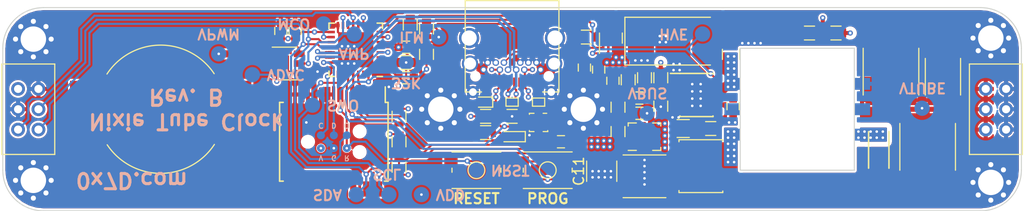
<source format=kicad_pcb>
(kicad_pcb (version 20171130) (host pcbnew "(5.0.1)-rc2")

  (general
    (thickness 1.6)
    (drawings 36)
    (tracks 598)
    (zones 0)
    (modules 80)
    (nets 48)
  )

  (page A4)
  (layers
    (0 F.Cu jumper)
    (1 In1.Cu jumper)
    (2 In2.Cu jumper)
    (31 B.Cu signal)
    (34 B.Paste user)
    (35 F.Paste user)
    (36 B.SilkS user)
    (37 F.SilkS user)
    (38 B.Mask user)
    (39 F.Mask user)
    (41 Cmts.User user)
    (44 Edge.Cuts user)
    (45 Margin user)
    (46 B.CrtYd user hide)
    (47 F.CrtYd user hide)
    (48 B.Fab user)
    (49 F.Fab user)
  )

  (setup
    (last_trace_width 0.2)
    (user_trace_width 0.15)
    (user_trace_width 0.2)
    (user_trace_width 0.25)
    (user_trace_width 0.3)
    (user_trace_width 0.4)
    (user_trace_width 0.6)
    (user_trace_width 0.8)
    (user_trace_width 1)
    (trace_clearance 0.127)
    (zone_clearance 0.2)
    (zone_45_only no)
    (trace_min 0.127)
    (segment_width 0.2)
    (edge_width 0.1)
    (via_size 0.508)
    (via_drill 0.254)
    (via_min_size 0.508)
    (via_min_drill 0.254)
    (uvia_size 0.3)
    (uvia_drill 0.1)
    (uvias_allowed no)
    (uvia_min_size 0.2)
    (uvia_min_drill 0.1)
    (pcb_text_width 0.3)
    (pcb_text_size 1.5 1.5)
    (mod_edge_width 0.15)
    (mod_text_size 1 1)
    (mod_text_width 0.15)
    (pad_size 2.5 2.5)
    (pad_drill 0)
    (pad_to_mask_clearance 0)
    (solder_mask_min_width 0.25)
    (aux_axis_origin 0 0)
    (visible_elements 7FF9FFFF)
    (pcbplotparams
      (layerselection 0x010f0_ffffffff)
      (usegerberextensions false)
      (usegerberattributes false)
      (usegerberadvancedattributes false)
      (creategerberjobfile false)
      (excludeedgelayer true)
      (linewidth 0.100000)
      (plotframeref false)
      (viasonmask false)
      (mode 1)
      (useauxorigin false)
      (hpglpennumber 1)
      (hpglpenspeed 20)
      (hpglpendiameter 15.000000)
      (psnegative false)
      (psa4output false)
      (plotreference false)
      (plotvalue false)
      (plotinvisibletext false)
      (padsonsilk false)
      (subtractmaskfromsilk false)
      (outputformat 1)
      (mirror false)
      (drillshape 0)
      (scaleselection 1)
      (outputdirectory "Gerbers/"))
  )

  (net 0 "")
  (net 1 "Net-(Q1-Pad3)")
  (net 2 "Net-(Q1-Pad2)")
  (net 3 "Net-(R1-Pad2)")
  (net 4 "Net-(R6-Pad2)")
  (net 5 "Net-(Q1-Pad1)")
  (net 6 "Net-(C7-Pad1)")
  (net 7 /HV_OUT)
  (net 8 /VDD)
  (net 9 /VNIXIE)
  (net 10 /SCL)
  (net 11 /SDA)
  (net 12 /HV_EN)
  (net 13 "Net-(R8-Pad2)")
  (net 14 "Net-(R10-Pad2)")
  (net 15 /SWO)
  (net 16 /NRST)
  (net 17 /CC1)
  (net 18 /CC2)
  (net 19 /DAC)
  (net 20 /USB_N)
  (net 21 /USB_P)
  (net 22 "Net-(D4-Pad2)")
  (net 23 /SWDIO)
  (net 24 /SWCLK)
  (net 25 "Net-(L1-Pad1)")
  (net 26 "Net-(L1-Pad2)")
  (net 27 "Net-(R7-Pad1)")
  (net 28 /HV_IN)
  (net 29 /USB)
  (net 30 /ILM)
  (net 31 /FAULT)
  (net 32 /RTC)
  (net 33 /32kHz)
  (net 34 "Net-(C5-Pad1)")
  (net 35 "Net-(R16-Pad1)")
  (net 36 /AMP_EN)
  (net 37 "Net-(BT1-Pad1)")
  (net 38 "Net-(C6-Pad1)")
  (net 39 /NIXIE_EN)
  (net 40 /MCO)
  (net 41 /LED)
  (net 42 "Net-(C17-Pad1)")
  (net 43 "Net-(R2-Pad1)")
  (net 44 "Net-(D5-Pad2)")
  (net 45 "Net-(R20-Pad2)")
  (net 46 GND)
  (net 47 VBUS)

  (net_class Default "This is the default net class."
    (clearance 0.127)
    (trace_width 0.127)
    (via_dia 0.508)
    (via_drill 0.254)
    (uvia_dia 0.3)
    (uvia_drill 0.1)
    (diff_pair_gap 0.127)
    (diff_pair_width 0.25)
    (add_net /32kHz)
    (add_net /AMP_EN)
    (add_net /CC1)
    (add_net /CC2)
    (add_net /DAC)
    (add_net /FAULT)
    (add_net /HV_EN)
    (add_net /HV_IN)
    (add_net /ILM)
    (add_net /LED)
    (add_net /MCO)
    (add_net /NIXIE_EN)
    (add_net /NRST)
    (add_net /RTC)
    (add_net /SCL)
    (add_net /SDA)
    (add_net /SWCLK)
    (add_net /SWDIO)
    (add_net /SWO)
    (add_net /USB)
    (add_net /USB_N)
    (add_net /USB_P)
    (add_net /VDD)
    (add_net /VNIXIE)
    (add_net GND)
    (add_net "Net-(BT1-Pad1)")
    (add_net "Net-(C17-Pad1)")
    (add_net "Net-(C5-Pad1)")
    (add_net "Net-(C6-Pad1)")
    (add_net "Net-(C7-Pad1)")
    (add_net "Net-(D4-Pad2)")
    (add_net "Net-(D5-Pad2)")
    (add_net "Net-(L1-Pad1)")
    (add_net "Net-(L1-Pad2)")
    (add_net "Net-(Q1-Pad1)")
    (add_net "Net-(Q1-Pad2)")
    (add_net "Net-(Q1-Pad3)")
    (add_net "Net-(R1-Pad2)")
    (add_net "Net-(R10-Pad2)")
    (add_net "Net-(R16-Pad1)")
    (add_net "Net-(R2-Pad1)")
    (add_net "Net-(R20-Pad2)")
    (add_net "Net-(R6-Pad2)")
    (add_net "Net-(R7-Pad1)")
    (add_net "Net-(R8-Pad2)")
    (add_net VBUS)
  )

  (net_class HV ""
    (clearance 0.4)
    (trace_width 0.2)
    (via_dia 0.508)
    (via_drill 0.254)
    (uvia_dia 0.3)
    (uvia_drill 0.1)
    (diff_pair_gap 0.127)
    (diff_pair_width 0.25)
    (add_net /HV_OUT)
  )

  (module Capacitors_SMD:C_1210 (layer F.Cu) (tedit 58AA84E2) (tstamp 5C5F866E)
    (at 158.8 106.1 90)
    (descr "Capacitor SMD 1210, reflow soldering, AVX (see smccp.pdf)")
    (tags "capacitor 1210")
    (path /5BBA5067)
    (attr smd)
    (fp_text reference C11 (at 0 -2.25 90) (layer F.SilkS)
      (effects (font (size 1 1) (thickness 0.15)))
    )
    (fp_text value 220uF (at 0 2.5 90) (layer F.Fab)
      (effects (font (size 1 1) (thickness 0.15)))
    )
    (fp_text user %R (at 0 -2.25 90) (layer F.Fab)
      (effects (font (size 1 1) (thickness 0.15)))
    )
    (fp_line (start -1.6 1.25) (end -1.6 -1.25) (layer F.Fab) (width 0.1))
    (fp_line (start 1.6 1.25) (end -1.6 1.25) (layer F.Fab) (width 0.1))
    (fp_line (start 1.6 -1.25) (end 1.6 1.25) (layer F.Fab) (width 0.1))
    (fp_line (start -1.6 -1.25) (end 1.6 -1.25) (layer F.Fab) (width 0.1))
    (fp_line (start 1 -1.48) (end -1 -1.48) (layer F.SilkS) (width 0.12))
    (fp_line (start -1 1.48) (end 1 1.48) (layer F.SilkS) (width 0.12))
    (fp_line (start -2.25 -1.5) (end 2.25 -1.5) (layer F.CrtYd) (width 0.05))
    (fp_line (start -2.25 -1.5) (end -2.25 1.5) (layer F.CrtYd) (width 0.05))
    (fp_line (start 2.25 1.5) (end 2.25 -1.5) (layer F.CrtYd) (width 0.05))
    (fp_line (start 2.25 1.5) (end -2.25 1.5) (layer F.CrtYd) (width 0.05))
    (pad 1 smd rect (at -1.5 0 90) (size 1 2.5) (layers F.Cu F.Paste F.Mask)
      (net 46 GND))
    (pad 2 smd rect (at 1.5 0 90) (size 1 2.5) (layers F.Cu F.Paste F.Mask)
      (net 8 /VDD))
    (model Capacitors_SMD.3dshapes/C_1210.wrl
      (at (xyz 0 0 0))
      (scale (xyz 1 1 1))
      (rotate (xyz 0 0 0))
    )
  )

  (module "Custom Parts:CR1220_Holder" (layer F.Cu) (tedit 5C5F78FF) (tstamp 5BA0C870)
    (at 115.5 100)
    (path /5BA7F4A1)
    (fp_text reference BT1 (at 0 -6) (layer F.SilkS) hide
      (effects (font (size 1 1) (thickness 0.15)))
    )
    (fp_text value CR1620 (at 0 6) (layer F.Fab)
      (effects (font (size 1 1) (thickness 0.15)))
    )
    (fp_line (start -6 5) (end -7 4) (layer F.Fab) (width 0.1))
    (fp_line (start -4 5) (end -6 5) (layer F.Fab) (width 0.1))
    (fp_line (start 6 5) (end 7 4) (layer F.Fab) (width 0.1))
    (fp_line (start 5 5) (end 6 5) (layer F.Fab) (width 0.1))
    (fp_line (start 4 5) (end 5 5) (layer F.Fab) (width 0.1))
    (fp_arc (start 0.000001 9.999999) (end 4 5) (angle -77.3) (layer F.Fab) (width 0.1))
    (fp_line (start 6 -5) (end 7 -4) (layer F.Fab) (width 0.1))
    (fp_line (start -6 -5) (end 6 -5) (layer F.Fab) (width 0.1))
    (fp_line (start -7 -4) (end -6 -5) (layer F.Fab) (width 0.1))
    (fp_line (start 7 4) (end 7 -4) (layer F.Fab) (width 0.1))
    (fp_line (start -7 4) (end -7 -4) (layer F.Fab) (width 0.1))
    (fp_arc (start 0 0) (end 5.25 -3.499999) (angle -113) (layer F.SilkS) (width 0.12))
    (fp_arc (start 0 0) (end -5.25 3.499999) (angle -113) (layer F.SilkS) (width 0.12))
    (pad 1 smd rect (at 7.65 -1.55) (size 2.5 2.5) (layers F.Cu F.Paste F.Mask)
      (net 37 "Net-(BT1-Pad1)"))
    (pad 1 smd rect (at 7.65 1.55) (size 2.5 2.5) (layers F.Cu F.Paste F.Mask)
      (net 37 "Net-(BT1-Pad1)"))
    (pad "" smd rect (at -7.65 -1.55) (size 2.5 2.5) (layers F.Cu F.Paste F.Mask))
    (pad "" smd rect (at -7.65 1.55) (size 2.5 2.5) (layers F.Cu F.Paste F.Mask))
    (pad 2 smd circle (at 0 0) (size 10.2 10.2) (layers F.Cu F.Mask)
      (net 46 GND) (clearance 0.5))
  )

  (module Resistors_SMD:R_0603 (layer F.Cu) (tedit 5BB3C810) (tstamp 5BB4849E)
    (at 181.8 92.5 180)
    (descr "Resistor SMD 0603, reflow soldering, Vishay (see dcrcw.pdf)")
    (tags "resistor 0603")
    (path /5BB58A31)
    (attr smd)
    (fp_text reference R20 (at 0 -1.45 180) (layer F.SilkS) hide
      (effects (font (size 1 1) (thickness 0.15)))
    )
    (fp_text value 1M (at 0 1.5 180) (layer F.Fab)
      (effects (font (size 1 1) (thickness 0.15)))
    )
    (fp_text user %R (at 0 0 180) (layer F.Fab)
      (effects (font (size 0.4 0.4) (thickness 0.075)))
    )
    (fp_line (start -0.8 0.4) (end -0.8 -0.4) (layer F.Fab) (width 0.1))
    (fp_line (start 0.8 0.4) (end -0.8 0.4) (layer F.Fab) (width 0.1))
    (fp_line (start 0.8 -0.4) (end 0.8 0.4) (layer F.Fab) (width 0.1))
    (fp_line (start -0.8 -0.4) (end 0.8 -0.4) (layer F.Fab) (width 0.1))
    (fp_line (start 0.5 0.68) (end -0.5 0.68) (layer F.SilkS) (width 0.12))
    (fp_line (start -0.5 -0.68) (end 0.5 -0.68) (layer F.SilkS) (width 0.12))
    (fp_line (start -1.25 -0.7) (end 1.25 -0.7) (layer F.CrtYd) (width 0.05))
    (fp_line (start -1.25 -0.7) (end -1.25 0.7) (layer F.CrtYd) (width 0.05))
    (fp_line (start 1.25 0.7) (end 1.25 -0.7) (layer F.CrtYd) (width 0.05))
    (fp_line (start 1.25 0.7) (end -1.25 0.7) (layer F.CrtYd) (width 0.05))
    (pad 1 smd rect (at -0.75 0 180) (size 0.5 0.9) (layers F.Cu F.Paste F.Mask)
      (net 7 /HV_OUT))
    (pad 2 smd rect (at 0.75 0 180) (size 0.5 0.9) (layers F.Cu F.Paste F.Mask)
      (net 45 "Net-(R20-Pad2)"))
    (model ${KISYS3DMOD}/Resistors_SMD.3dshapes/R_0603.wrl
      (at (xyz 0 0 0))
      (scale (xyz 1 1 1))
      (rotate (xyz 0 0 0))
    )
  )

  (module Resistors_SMD:R_0603 (layer F.Cu) (tedit 5BB3C814) (tstamp 5BB480F2)
    (at 179.2 92.5)
    (descr "Resistor SMD 0603, reflow soldering, Vishay (see dcrcw.pdf)")
    (tags "resistor 0603")
    (path /5BB58B15)
    (attr smd)
    (fp_text reference R21 (at 0 -1.45) (layer F.SilkS) hide
      (effects (font (size 1 1) (thickness 0.15)))
    )
    (fp_text value 15k (at 0 1.5) (layer F.Fab)
      (effects (font (size 1 1) (thickness 0.15)))
    )
    (fp_line (start 1.25 0.7) (end -1.25 0.7) (layer F.CrtYd) (width 0.05))
    (fp_line (start 1.25 0.7) (end 1.25 -0.7) (layer F.CrtYd) (width 0.05))
    (fp_line (start -1.25 -0.7) (end -1.25 0.7) (layer F.CrtYd) (width 0.05))
    (fp_line (start -1.25 -0.7) (end 1.25 -0.7) (layer F.CrtYd) (width 0.05))
    (fp_line (start -0.5 -0.68) (end 0.5 -0.68) (layer F.SilkS) (width 0.12))
    (fp_line (start 0.5 0.68) (end -0.5 0.68) (layer F.SilkS) (width 0.12))
    (fp_line (start -0.8 -0.4) (end 0.8 -0.4) (layer F.Fab) (width 0.1))
    (fp_line (start 0.8 -0.4) (end 0.8 0.4) (layer F.Fab) (width 0.1))
    (fp_line (start 0.8 0.4) (end -0.8 0.4) (layer F.Fab) (width 0.1))
    (fp_line (start -0.8 0.4) (end -0.8 -0.4) (layer F.Fab) (width 0.1))
    (fp_text user %R (at 0 0) (layer F.Fab)
      (effects (font (size 0.4 0.4) (thickness 0.075)))
    )
    (pad 2 smd rect (at 0.75 0) (size 0.5 0.9) (layers F.Cu F.Paste F.Mask)
      (net 45 "Net-(R20-Pad2)"))
    (pad 1 smd rect (at -0.75 0) (size 0.5 0.9) (layers F.Cu F.Paste F.Mask)
      (net 46 GND))
    (model ${KISYS3DMOD}/Resistors_SMD.3dshapes/R_0603.wrl
      (at (xyz 0 0 0))
      (scale (xyz 1 1 1))
      (rotate (xyz 0 0 0))
    )
  )

  (module Housings_DFN_QFN:QFN-32-1EP_5x5mm_Pitch0.5mm (layer F.Cu) (tedit 5BA9CFDF) (tstamp 5BABF1F1)
    (at 134.65 94.15 180)
    (descr "UH Package; 32-Lead Plastic QFN (5mm x 5mm); (see Linear Technology QFN_32_05-08-1693.pdf)")
    (tags "QFN 0.5")
    (path /5B622DF7)
    (attr smd)
    (fp_text reference U2 (at 0 -3.75 180) (layer F.SilkS) hide
      (effects (font (size 1 1) (thickness 0.15)))
    )
    (fp_text value STM32L432K (at 0 3.75 180) (layer F.Fab)
      (effects (font (size 1 1) (thickness 0.15)))
    )
    (fp_line (start 2.625 -2.625) (end 2.1 -2.625) (layer F.SilkS) (width 0.15))
    (fp_line (start 2.625 2.625) (end 2.1 2.625) (layer F.SilkS) (width 0.15))
    (fp_line (start -2.625 2.625) (end -2.1 2.625) (layer F.SilkS) (width 0.15))
    (fp_line (start -2.625 -2.625) (end -2.1 -2.625) (layer F.SilkS) (width 0.15))
    (fp_line (start 2.625 2.625) (end 2.625 2.1) (layer F.SilkS) (width 0.15))
    (fp_line (start -2.625 2.625) (end -2.625 2.1) (layer F.SilkS) (width 0.15))
    (fp_line (start 2.625 -2.625) (end 2.625 -2.1) (layer F.SilkS) (width 0.15))
    (fp_line (start -3 3) (end 3 3) (layer F.CrtYd) (width 0.05))
    (fp_line (start -3 -3) (end 3 -3) (layer F.CrtYd) (width 0.05))
    (fp_line (start 3 -3) (end 3 3) (layer F.CrtYd) (width 0.05))
    (fp_line (start -3 -3) (end -3 3) (layer F.CrtYd) (width 0.05))
    (fp_line (start -2.5 -1.5) (end -1.5 -2.5) (layer F.Fab) (width 0.15))
    (fp_line (start -2.5 2.5) (end -2.5 -1.5) (layer F.Fab) (width 0.15))
    (fp_line (start 2.5 2.5) (end -2.5 2.5) (layer F.Fab) (width 0.15))
    (fp_line (start 2.5 -2.5) (end 2.5 2.5) (layer F.Fab) (width 0.15))
    (fp_line (start -1.5 -2.5) (end 2.5 -2.5) (layer F.Fab) (width 0.15))
    (pad 33 smd rect (at -0.8625 -0.8625 180) (size 1.725 1.725) (layers F.Cu F.Paste F.Mask)
      (net 46 GND) (solder_paste_margin_ratio -0.2))
    (pad 33 smd rect (at -0.8625 0.8625 180) (size 1.725 1.725) (layers F.Cu F.Paste F.Mask)
      (net 46 GND) (solder_paste_margin_ratio -0.2))
    (pad 33 smd rect (at 0.8625 -0.8625 180) (size 1.725 1.725) (layers F.Cu F.Paste F.Mask)
      (net 46 GND) (solder_paste_margin_ratio -0.2))
    (pad 33 smd rect (at 0.8625 0.8625 180) (size 1.725 1.725) (layers F.Cu F.Paste F.Mask)
      (net 46 GND) (solder_paste_margin_ratio -0.2))
    (pad 32 smd rect (at -1.75 -2.4 270) (size 0.7 0.25) (layers F.Cu F.Paste F.Mask)
      (net 46 GND))
    (pad 31 smd rect (at -1.25 -2.4 270) (size 0.7 0.25) (layers F.Cu F.Paste F.Mask)
      (net 43 "Net-(R2-Pad1)"))
    (pad 30 smd rect (at -0.75 -2.4 270) (size 0.7 0.25) (layers F.Cu F.Paste F.Mask))
    (pad 29 smd rect (at -0.25 -2.4 270) (size 0.7 0.25) (layers F.Cu F.Paste F.Mask)
      (net 41 /LED))
    (pad 28 smd rect (at 0.25 -2.4 270) (size 0.7 0.25) (layers F.Cu F.Paste F.Mask)
      (net 32 /RTC))
    (pad 27 smd rect (at 0.75 -2.4 270) (size 0.7 0.25) (layers F.Cu F.Paste F.Mask)
      (net 29 /USB))
    (pad 26 smd rect (at 1.25 -2.4 270) (size 0.7 0.25) (layers F.Cu F.Paste F.Mask)
      (net 15 /SWO))
    (pad 25 smd rect (at 1.75 -2.4 270) (size 0.7 0.25) (layers F.Cu F.Paste F.Mask))
    (pad 24 smd rect (at 2.4 -1.75 180) (size 0.7 0.25) (layers F.Cu F.Paste F.Mask)
      (net 24 /SWCLK))
    (pad 23 smd rect (at 2.4 -1.25 180) (size 0.7 0.25) (layers F.Cu F.Paste F.Mask)
      (net 23 /SWDIO))
    (pad 22 smd rect (at 2.4 -0.75 180) (size 0.7 0.25) (layers F.Cu F.Paste F.Mask)
      (net 21 /USB_P))
    (pad 21 smd rect (at 2.4 -0.25 180) (size 0.7 0.25) (layers F.Cu F.Paste F.Mask)
      (net 20 /USB_N))
    (pad 20 smd rect (at 2.4 0.25 180) (size 0.7 0.25) (layers F.Cu F.Paste F.Mask)
      (net 11 /SDA))
    (pad 19 smd rect (at 2.4 0.75 180) (size 0.7 0.25) (layers F.Cu F.Paste F.Mask)
      (net 10 /SCL))
    (pad 18 smd rect (at 2.4 1.25 180) (size 0.7 0.25) (layers F.Cu F.Paste F.Mask)
      (net 40 /MCO))
    (pad 17 smd rect (at 2.4 1.75 180) (size 0.7 0.25) (layers F.Cu F.Paste F.Mask)
      (net 8 /VDD))
    (pad 16 smd rect (at 1.75 2.4 270) (size 0.7 0.25) (layers F.Cu F.Paste F.Mask)
      (net 46 GND))
    (pad 15 smd rect (at 1.25 2.4 270) (size 0.7 0.25) (layers F.Cu F.Paste F.Mask)
      (net 36 /AMP_EN))
    (pad 14 smd rect (at 0.75 2.4 270) (size 0.7 0.25) (layers F.Cu F.Paste F.Mask))
    (pad 13 smd rect (at 0.25 2.4 270) (size 0.7 0.25) (layers F.Cu F.Paste F.Mask)
      (net 39 /NIXIE_EN))
    (pad 12 smd rect (at -0.25 2.4 270) (size 0.7 0.25) (layers F.Cu F.Paste F.Mask))
    (pad 11 smd rect (at -0.75 2.4 270) (size 0.7 0.25) (layers F.Cu F.Paste F.Mask)
      (net 19 /DAC))
    (pad 10 smd rect (at -1.25 2.4 270) (size 0.7 0.25) (layers F.Cu F.Paste F.Mask))
    (pad 9 smd rect (at -1.75 2.4 270) (size 0.7 0.25) (layers F.Cu F.Paste F.Mask)
      (net 31 /FAULT))
    (pad 8 smd rect (at -2.4 1.75 180) (size 0.7 0.25) (layers F.Cu F.Paste F.Mask)
      (net 12 /HV_EN))
    (pad 7 smd rect (at -2.4 1.25 180) (size 0.7 0.25) (layers F.Cu F.Paste F.Mask)
      (net 45 "Net-(R20-Pad2)"))
    (pad 6 smd rect (at -2.4 0.75 180) (size 0.7 0.25) (layers F.Cu F.Paste F.Mask)
      (net 30 /ILM))
    (pad 5 smd rect (at -2.4 0.25 180) (size 0.7 0.25) (layers F.Cu F.Paste F.Mask)
      (net 8 /VDD))
    (pad 4 smd rect (at -2.4 -0.25 180) (size 0.7 0.25) (layers F.Cu F.Paste F.Mask)
      (net 16 /NRST))
    (pad 3 smd rect (at -2.4 -0.75 180) (size 0.7 0.25) (layers F.Cu F.Paste F.Mask))
    (pad 2 smd rect (at -2.4 -1.25 180) (size 0.7 0.25) (layers F.Cu F.Paste F.Mask)
      (net 33 /32kHz))
    (pad 1 smd rect (at -2.4 -1.75 180) (size 0.7 0.25) (layers F.Cu F.Paste F.Mask)
      (net 8 /VDD))
    (model ${KISYS3DMOD}/Housings_DFN_QFN.3dshapes/QFN-32-1EP_5x5mm_Pitch0.5mm.wrl
      (at (xyz 0 0 0))
      (scale (xyz 1 1 1))
      (rotate (xyz 0 0 0))
    )
  )

  (module "Custom Parts:Inductor_4.1x4.1mm" (layer F.Cu) (tedit 5BB31255) (tstamp 5BB334A6)
    (at 163 106.6 180)
    (descr "Inductor, Taiyo Yuden, NR series, Taiyo-Yuden_NR-40xx, 4.0mmx4.0mm")
    (tags "inductor taiyo-yuden nr smd")
    (path /5B16755A)
    (attr smd)
    (fp_text reference L1 (at 0 -3 180) (layer F.SilkS) hide
      (effects (font (size 1 1) (thickness 0.15)))
    )
    (fp_text value 1uH (at 0 3.5 180) (layer F.Fab)
      (effects (font (size 1 1) (thickness 0.15)))
    )
    (fp_text user %R (at 0 0 180) (layer F.Fab)
      (effects (font (size 1 1) (thickness 0.15)))
    )
    (fp_line (start -2.1 -2.1) (end 2.1 -2.1) (layer F.SilkS) (width 0.12))
    (fp_line (start -2.1 2.1) (end 2.1 2.1) (layer F.SilkS) (width 0.12))
    (fp_line (start -2.25 -2.25) (end -2.25 2.25) (layer F.CrtYd) (width 0.05))
    (fp_line (start -2.25 2.25) (end 2.25 2.25) (layer F.CrtYd) (width 0.05))
    (fp_line (start 2.25 2.25) (end 2.25 -2.25) (layer F.CrtYd) (width 0.05))
    (fp_line (start 2.25 -2.25) (end -2.25 -2.25) (layer F.CrtYd) (width 0.05))
    (fp_line (start -2.05 -2.05) (end -2.05 2.05) (layer F.Fab) (width 0.12))
    (fp_line (start -2.05 2.05) (end 2.05 2.05) (layer F.Fab) (width 0.12))
    (fp_line (start 2.05 2.05) (end 2.05 -2.05) (layer F.Fab) (width 0.12))
    (fp_line (start 2.05 -2.05) (end -2.05 -2.05) (layer F.Fab) (width 0.12))
    (pad 1 smd rect (at -1.2 0 180) (size 1 3.8) (layers F.Cu F.Paste F.Mask)
      (net 25 "Net-(L1-Pad1)"))
    (pad 2 smd rect (at 1.2 0 180) (size 1 3.8) (layers F.Cu F.Paste F.Mask)
      (net 26 "Net-(L1-Pad2)"))
    (model ${KISYS3DMOD}/Inductors_SMD.3dshapes/L_Taiyo-Yuden_NR-40xx.wrl
      (at (xyz 0 0 0))
      (scale (xyz 1 1 1))
      (rotate (xyz 0 0 0))
    )
  )

  (module Measurement_Points:Measurement_Point_Round-SMD-Pad_Small (layer B.Cu) (tedit 5BB09430) (tstamp 5BB15CD7)
    (at 146.5 106)
    (descr "Mesurement Point, Round, SMD Pad, DM 1.5mm,")
    (tags "Mesurement Point Round SMD Pad 1.5mm")
    (path /5BB2EA59)
    (attr virtual)
    (fp_text reference J18 (at 0 2) (layer B.SilkS) hide
      (effects (font (size 1 1) (thickness 0.15)) (justify mirror))
    )
    (fp_text value NRST (at 0 -2) (layer B.Fab)
      (effects (font (size 1 1) (thickness 0.15)) (justify mirror))
    )
    (fp_circle (center 0 0) (end 1 0) (layer B.CrtYd) (width 0.05))
    (pad 1 smd circle (at 0 0) (size 1.5 1.5) (layers B.Cu B.Mask)
      (net 16 /NRST))
  )

  (module Measurement_Points:Measurement_Point_Round-SMD-Pad_Small (layer B.Cu) (tedit 5BADC8A7) (tstamp 5BAE0329)
    (at 130.4 99.6)
    (descr "Mesurement Point, Round, SMD Pad, DM 1.5mm,")
    (tags "Mesurement Point Round SMD Pad 1.5mm")
    (path /5BAE0437)
    (attr virtual)
    (fp_text reference J17 (at 0 2) (layer B.SilkS) hide
      (effects (font (size 1 1) (thickness 0.15)) (justify mirror))
    )
    (fp_text value SWO (at 0 -2) (layer B.Fab)
      (effects (font (size 1 1) (thickness 0.15)) (justify mirror))
    )
    (fp_circle (center 0 0) (end 1 0) (layer B.CrtYd) (width 0.05))
    (pad 1 smd circle (at 0 0) (size 1.5 1.5) (layers B.Cu B.Mask)
      (net 15 /SWO))
  )

  (module Capacitors_SMD:C_0603 (layer F.Cu) (tedit 5BADAEAD) (tstamp 5BB497E8)
    (at 157.1 95.9 270)
    (descr "Capacitor SMD 0603, reflow soldering, AVX (see smccp.pdf)")
    (tags "capacitor 0603")
    (path /5BAFD7B9)
    (attr smd)
    (fp_text reference C17 (at 0 -1.5 270) (layer F.SilkS) hide
      (effects (font (size 1 1) (thickness 0.15)))
    )
    (fp_text value SLEW (at 0 1.5 270) (layer F.Fab)
      (effects (font (size 1 1) (thickness 0.15)))
    )
    (fp_text user %R (at 0 0 270) (layer F.Fab)
      (effects (font (size 0.3 0.3) (thickness 0.075)))
    )
    (fp_line (start -0.8 0.4) (end -0.8 -0.4) (layer F.Fab) (width 0.1))
    (fp_line (start 0.8 0.4) (end -0.8 0.4) (layer F.Fab) (width 0.1))
    (fp_line (start 0.8 -0.4) (end 0.8 0.4) (layer F.Fab) (width 0.1))
    (fp_line (start -0.8 -0.4) (end 0.8 -0.4) (layer F.Fab) (width 0.1))
    (fp_line (start -0.35 -0.6) (end 0.35 -0.6) (layer F.SilkS) (width 0.12))
    (fp_line (start 0.35 0.6) (end -0.35 0.6) (layer F.SilkS) (width 0.12))
    (fp_line (start -1.4 -0.65) (end 1.4 -0.65) (layer F.CrtYd) (width 0.05))
    (fp_line (start -1.4 -0.65) (end -1.4 0.65) (layer F.CrtYd) (width 0.05))
    (fp_line (start 1.4 0.65) (end 1.4 -0.65) (layer F.CrtYd) (width 0.05))
    (fp_line (start 1.4 0.65) (end -1.4 0.65) (layer F.CrtYd) (width 0.05))
    (pad 1 smd rect (at -0.75 0 270) (size 0.8 0.75) (layers F.Cu F.Paste F.Mask)
      (net 42 "Net-(C17-Pad1)"))
    (pad 2 smd rect (at 0.75 0 270) (size 0.8 0.75) (layers F.Cu F.Paste F.Mask)
      (net 46 GND))
    (model Capacitors_SMD.3dshapes/C_0603.wrl
      (at (xyz 0 0 0))
      (scale (xyz 1 1 1))
      (rotate (xyz 0 0 0))
    )
  )

  (module LEDs:LED_0603 (layer F.Cu) (tedit 5BAD15AF) (tstamp 5BB42ECB)
    (at 150 102.7 180)
    (descr "LED 0603 smd package")
    (tags "LED led 0603 SMD smd SMT smt smdled SMDLED smtled SMTLED")
    (path /5BADCAA0)
    (attr smd)
    (fp_text reference D5 (at 0 -1.25 180) (layer F.SilkS) hide
      (effects (font (size 1 1) (thickness 0.15)))
    )
    (fp_text value LED (at 0 1.35 180) (layer F.Fab)
      (effects (font (size 1 1) (thickness 0.15)))
    )
    (fp_line (start -1.45 -0.65) (end 1.45 -0.65) (layer F.CrtYd) (width 0.05))
    (fp_line (start -1.45 0.65) (end -1.45 -0.65) (layer F.CrtYd) (width 0.05))
    (fp_line (start 1.45 0.65) (end -1.45 0.65) (layer F.CrtYd) (width 0.05))
    (fp_line (start 1.45 -0.65) (end 1.45 0.65) (layer F.CrtYd) (width 0.05))
    (fp_line (start -1.3 -0.5) (end 0.8 -0.5) (layer F.SilkS) (width 0.12))
    (fp_line (start -1.3 0.5) (end 0.8 0.5) (layer F.SilkS) (width 0.12))
    (fp_line (start -0.8 0.4) (end -0.8 -0.4) (layer F.Fab) (width 0.1))
    (fp_line (start -0.8 -0.4) (end 0.8 -0.4) (layer F.Fab) (width 0.1))
    (fp_line (start 0.8 -0.4) (end 0.8 0.4) (layer F.Fab) (width 0.1))
    (fp_line (start 0.8 0.4) (end -0.8 0.4) (layer F.Fab) (width 0.1))
    (fp_line (start 0.15 -0.2) (end 0.15 0.2) (layer F.Fab) (width 0.1))
    (fp_line (start 0.15 0.2) (end -0.15 0) (layer F.Fab) (width 0.1))
    (fp_line (start -0.15 0) (end 0.15 -0.2) (layer F.Fab) (width 0.1))
    (fp_line (start -0.2 -0.2) (end -0.2 0.2) (layer F.Fab) (width 0.1))
    (fp_line (start -1.3 -0.5) (end -1.3 0.5) (layer F.SilkS) (width 0.12))
    (pad 1 smd rect (at -0.8 0) (size 0.8 0.8) (layers F.Cu F.Paste F.Mask)
      (net 46 GND))
    (pad 2 smd rect (at 0.8 0) (size 0.8 0.8) (layers F.Cu F.Paste F.Mask)
      (net 44 "Net-(D5-Pad2)"))
    (model ${KISYS3DMOD}/LEDs.3dshapes/LED_0603.wrl
      (at (xyz 0 0 0))
      (scale (xyz 1 1 1))
      (rotate (xyz 0 0 180))
    )
  )

  (module Resistors_SMD:R_0603 (layer F.Cu) (tedit 5BAD15B2) (tstamp 5BB428B3)
    (at 147.4 102.3)
    (descr "Resistor SMD 0603, reflow soldering, Vishay (see dcrcw.pdf)")
    (tags "resistor 0603")
    (path /5BADE6EA)
    (attr smd)
    (fp_text reference R13 (at 0 -1.45) (layer F.SilkS) hide
      (effects (font (size 1 1) (thickness 0.15)))
    )
    (fp_text value 10k (at 0 1.5) (layer F.Fab)
      (effects (font (size 1 1) (thickness 0.15)))
    )
    (fp_line (start 1.25 0.7) (end -1.25 0.7) (layer F.CrtYd) (width 0.05))
    (fp_line (start 1.25 0.7) (end 1.25 -0.7) (layer F.CrtYd) (width 0.05))
    (fp_line (start -1.25 -0.7) (end -1.25 0.7) (layer F.CrtYd) (width 0.05))
    (fp_line (start -1.25 -0.7) (end 1.25 -0.7) (layer F.CrtYd) (width 0.05))
    (fp_line (start -0.5 -0.68) (end 0.5 -0.68) (layer F.SilkS) (width 0.12))
    (fp_line (start 0.5 0.68) (end -0.5 0.68) (layer F.SilkS) (width 0.12))
    (fp_line (start -0.8 -0.4) (end 0.8 -0.4) (layer F.Fab) (width 0.1))
    (fp_line (start 0.8 -0.4) (end 0.8 0.4) (layer F.Fab) (width 0.1))
    (fp_line (start 0.8 0.4) (end -0.8 0.4) (layer F.Fab) (width 0.1))
    (fp_line (start -0.8 0.4) (end -0.8 -0.4) (layer F.Fab) (width 0.1))
    (fp_text user %R (at 0 0) (layer F.Fab)
      (effects (font (size 0.4 0.4) (thickness 0.075)))
    )
    (pad 2 smd rect (at 0.75 0) (size 0.5 0.9) (layers F.Cu F.Paste F.Mask)
      (net 44 "Net-(D5-Pad2)"))
    (pad 1 smd rect (at -0.75 0) (size 0.5 0.9) (layers F.Cu F.Paste F.Mask)
      (net 41 /LED))
    (model ${KISYS3DMOD}/Resistors_SMD.3dshapes/R_0603.wrl
      (at (xyz 0 0 0))
      (scale (xyz 1 1 1))
      (rotate (xyz 0 0 0))
    )
  )

  (module "Custom Parts:USB_C_Receptacle_Circular_Holes" locked (layer F.Cu) (tedit 5BAC7BE5) (tstamp 5BADE66E)
    (at 150 92.4 180)
    (descr "USB TYPE C, RA RCPT PCB, Hybrid, https://www.amphenolcanada.com/StockAvailabilityPrice.aspx?From=&PartNum=12401548E4%7e2A")
    (tags "USB C Type-C Receptacle Hybrid")
    (path /5BCC12DA)
    (attr smd)
    (fp_text reference J1 (at 0 -6.36 180) (layer F.SilkS) hide
      (effects (font (size 1 1) (thickness 0.15)))
    )
    (fp_text value USB_C_Receptacle (at 0 4 180) (layer F.Fab)
      (effects (font (size 1 1) (thickness 0.15)))
    )
    (fp_line (start -4.6 2.39) (end 4.6 2.39) (layer F.SilkS) (width 0.12))
    (fp_line (start -4.6 3.09) (end 4.6 3.09) (layer F.SilkS) (width 0.12))
    (fp_line (start -4.6 3.09) (end -4.6 -5.9) (layer F.Fab) (width 0.1))
    (fp_line (start -4.6 -5.9) (end 4.6 -5.9) (layer F.Fab) (width 0.1))
    (fp_line (start -4.6 -5.9) (end -3 -5.9) (layer F.SilkS) (width 0.12))
    (fp_line (start -4.6 -5.9) (end -4.6 3.09) (layer F.SilkS) (width 0.12))
    (fp_line (start 4.6 -5.9) (end 4.6 3.09) (layer F.SilkS) (width 0.12))
    (fp_line (start 3 -5.9) (end 4.6 -5.9) (layer F.SilkS) (width 0.12))
    (fp_line (start -4.6 3.09) (end 4.6 3.09) (layer F.Fab) (width 0.1))
    (fp_line (start 4.6 3.09) (end 4.6 -5.9) (layer F.Fab) (width 0.1))
    (fp_text user %R (at 0 0 180) (layer F.Fab)
      (effects (font (size 1 1) (thickness 0.1)))
    )
    (pad S1 thru_hole circle (at 3.845 -5.91 180) (size 1.2 1.2) (drill 0.75) (layers *.Cu *.Mask)
      (net 46 GND))
    (pad S1 thru_hole circle (at -3.845 -5.91 180) (size 1.2 1.2) (drill 0.75) (layers *.Cu *.Mask)
      (net 46 GND))
    (pad B11 thru_hole circle (at -2.4 -3.01 180) (size 0.65 0.65) (drill 0.4) (layers *.Cu *.Mask)
      (net 46 GND))
    (pad B10 thru_hole circle (at -1.6 -3.01 180) (size 0.65 0.65) (drill 0.4) (layers *.Cu *.Mask)
      (net 46 GND))
    (pad B8 thru_hole circle (at -0.8 -3.01 180) (size 0.65 0.65) (drill 0.4) (layers *.Cu *.Mask)
      (net 46 GND))
    (pad B5 thru_hole circle (at 0.8 -3.01 180) (size 0.65 0.65) (drill 0.4) (layers *.Cu *.Mask)
      (net 18 /CC2))
    (pad B3 thru_hole circle (at 1.6 -3.01 180) (size 0.65 0.65) (drill 0.4) (layers *.Cu *.Mask)
      (net 46 GND))
    (pad B2 thru_hole circle (at 2.4 -3.01 180) (size 0.65 0.65) (drill 0.4) (layers *.Cu *.Mask)
      (net 46 GND))
    (pad B12 thru_hole circle (at -2.8 -3.71 180) (size 0.65 0.65) (drill 0.4) (layers *.Cu *.Mask)
      (net 46 GND))
    (pad B9 thru_hole circle (at -1.2 -3.71 180) (size 0.65 0.65) (drill 0.4) (layers *.Cu *.Mask)
      (net 47 VBUS))
    (pad B7 thru_hole circle (at -0.4 -3.71 180) (size 0.65 0.65) (drill 0.4) (layers *.Cu *.Mask)
      (net 20 /USB_N))
    (pad B6 thru_hole circle (at 0.4 -3.71 180) (size 0.65 0.65) (drill 0.4) (layers *.Cu *.Mask)
      (net 21 /USB_P))
    (pad B4 thru_hole circle (at 1.2 -3.71 180) (size 0.65 0.65) (drill 0.4) (layers *.Cu *.Mask)
      (net 47 VBUS))
    (pad B1 thru_hole circle (at 2.8 -3.71 180) (size 0.65 0.65) (drill 0.4) (layers *.Cu *.Mask)
      (net 46 GND))
    (pad "" np_thru_hole circle (at -3.6 -4.36 180) (size 0.65 0.65) (drill 0.65) (layers *.Mask F.Cu))
    (pad "" np_thru_hole circle (at 3.6 -4.36 180) (size 0.65 0.65) (drill 0.65) (layers *.Mask F.Cu))
    (pad S1 thru_hole circle (at -4.22 -0.595 180) (size 2 2) (drill 1.5) (layers *.Cu *.Mask)
      (net 46 GND))
    (pad S1 thru_hole circle (at 4.22 -0.595 180) (size 2 2) (drill 1.5) (layers *.Cu *.Mask)
      (net 46 GND))
    (pad S1 thru_hole circle (at 4.13 -3.11 180) (size 1.6 1.6) (drill 1.2) (layers *.Cu *.Mask)
      (net 46 GND))
    (pad A11 smd rect (at 2.25 -4.93 180) (size 0.3 0.9) (layers F.Cu F.Paste F.Mask)
      (net 46 GND))
    (pad A8 smd rect (at 0.75 -4.93 180) (size 0.3 0.9) (layers F.Cu F.Paste F.Mask)
      (net 46 GND))
    (pad A9 smd rect (at 1.25 -4.93 180) (size 0.3 0.9) (layers F.Cu F.Paste F.Mask)
      (net 47 VBUS))
    (pad A10 smd rect (at 1.75 -4.93 180) (size 0.3 0.9) (layers F.Cu F.Paste F.Mask)
      (net 46 GND))
    (pad A12 smd rect (at 2.75 -4.93 180) (size 0.3 0.9) (layers F.Cu F.Paste F.Mask)
      (net 46 GND))
    (pad A7 smd rect (at 0.25 -4.93 180) (size 0.3 0.9) (layers F.Cu F.Paste F.Mask)
      (net 20 /USB_N))
    (pad A6 smd rect (at -0.25 -4.93 180) (size 0.3 0.9) (layers F.Cu F.Paste F.Mask)
      (net 21 /USB_P))
    (pad A5 smd rect (at -0.75 -4.93 180) (size 0.3 0.9) (layers F.Cu F.Paste F.Mask)
      (net 17 /CC1))
    (pad A4 smd rect (at -1.25 -4.93 180) (size 0.3 0.9) (layers F.Cu F.Paste F.Mask)
      (net 47 VBUS))
    (pad A3 smd rect (at -1.75 -4.93 180) (size 0.3 0.9) (layers F.Cu F.Paste F.Mask)
      (net 46 GND))
    (pad A2 smd rect (at -2.25 -4.93 180) (size 0.3 0.9) (layers F.Cu F.Paste F.Mask)
      (net 46 GND))
    (pad A1 smd rect (at -2.75 -4.93 180) (size 0.3 0.9) (layers F.Cu F.Paste F.Mask)
      (net 46 GND))
    (pad S1 thru_hole circle (at -4.13 -3.11 180) (size 1.6 1.6) (drill 1.2) (layers *.Cu *.Mask)
      (net 46 GND))
    (model ${KISYS3DMOD}/Connectors_USB.3dshapes/USB_C_Receptacle_Amphenol_12401548E4-2A.wrl
      (at (xyz 0 0 0))
      (scale (xyz 1 1 1))
      (rotate (xyz 0 0 0))
    )
  )

  (module Capacitors_SMD:C_0603 (layer F.Cu) (tedit 5BA9CFDB) (tstamp 5BABF29F)
    (at 139.6 96.9)
    (descr "Capacitor SMD 0603, reflow soldering, AVX (see smccp.pdf)")
    (tags "capacitor 0603")
    (path /5BBA51A2)
    (attr smd)
    (fp_text reference C12 (at 0 -1.5) (layer F.SilkS) hide
      (effects (font (size 1 1) (thickness 0.15)))
    )
    (fp_text value 0.1uF (at 0 1.5) (layer F.Fab)
      (effects (font (size 1 1) (thickness 0.15)))
    )
    (fp_text user %R (at 0 0) (layer F.Fab)
      (effects (font (size 0.3 0.3) (thickness 0.075)))
    )
    (fp_line (start -0.8 0.4) (end -0.8 -0.4) (layer F.Fab) (width 0.1))
    (fp_line (start 0.8 0.4) (end -0.8 0.4) (layer F.Fab) (width 0.1))
    (fp_line (start 0.8 -0.4) (end 0.8 0.4) (layer F.Fab) (width 0.1))
    (fp_line (start -0.8 -0.4) (end 0.8 -0.4) (layer F.Fab) (width 0.1))
    (fp_line (start -0.35 -0.6) (end 0.35 -0.6) (layer F.SilkS) (width 0.12))
    (fp_line (start 0.35 0.6) (end -0.35 0.6) (layer F.SilkS) (width 0.12))
    (fp_line (start -1.4 -0.65) (end 1.4 -0.65) (layer F.CrtYd) (width 0.05))
    (fp_line (start -1.4 -0.65) (end -1.4 0.65) (layer F.CrtYd) (width 0.05))
    (fp_line (start 1.4 0.65) (end 1.4 -0.65) (layer F.CrtYd) (width 0.05))
    (fp_line (start 1.4 0.65) (end -1.4 0.65) (layer F.CrtYd) (width 0.05))
    (pad 1 smd rect (at -0.75 0) (size 0.8 0.75) (layers F.Cu F.Paste F.Mask)
      (net 8 /VDD))
    (pad 2 smd rect (at 0.75 0) (size 0.8 0.75) (layers F.Cu F.Paste F.Mask)
      (net 46 GND))
    (model Capacitors_SMD.3dshapes/C_0603.wrl
      (at (xyz 0 0 0))
      (scale (xyz 1 1 1))
      (rotate (xyz 0 0 0))
    )
  )

  (module Capacitors_SMD:C_0603 (layer F.Cu) (tedit 5BAB323C) (tstamp 5BB4EC97)
    (at 139.6 93.9)
    (descr "Capacitor SMD 0603, reflow soldering, AVX (see smccp.pdf)")
    (tags "capacitor 0603")
    (path /5BBA50C7)
    (attr smd)
    (fp_text reference C13 (at 0 -1.5) (layer F.SilkS) hide
      (effects (font (size 1 1) (thickness 0.15)))
    )
    (fp_text value 4.7uF (at 0 1.5) (layer F.Fab)
      (effects (font (size 1 1) (thickness 0.15)))
    )
    (fp_line (start 1.4 0.65) (end -1.4 0.65) (layer F.CrtYd) (width 0.05))
    (fp_line (start 1.4 0.65) (end 1.4 -0.65) (layer F.CrtYd) (width 0.05))
    (fp_line (start -1.4 -0.65) (end -1.4 0.65) (layer F.CrtYd) (width 0.05))
    (fp_line (start -1.4 -0.65) (end 1.4 -0.65) (layer F.CrtYd) (width 0.05))
    (fp_line (start 0.35 0.6) (end -0.35 0.6) (layer F.SilkS) (width 0.12))
    (fp_line (start -0.35 -0.6) (end 0.35 -0.6) (layer F.SilkS) (width 0.12))
    (fp_line (start -0.8 -0.4) (end 0.8 -0.4) (layer F.Fab) (width 0.1))
    (fp_line (start 0.8 -0.4) (end 0.8 0.4) (layer F.Fab) (width 0.1))
    (fp_line (start 0.8 0.4) (end -0.8 0.4) (layer F.Fab) (width 0.1))
    (fp_line (start -0.8 0.4) (end -0.8 -0.4) (layer F.Fab) (width 0.1))
    (fp_text user %R (at 0 0) (layer F.Fab)
      (effects (font (size 0.3 0.3) (thickness 0.075)))
    )
    (pad 2 smd rect (at 0.75 0) (size 0.8 0.75) (layers F.Cu F.Paste F.Mask)
      (net 46 GND))
    (pad 1 smd rect (at -0.75 0) (size 0.8 0.75) (layers F.Cu F.Paste F.Mask)
      (net 8 /VDD))
    (model Capacitors_SMD.3dshapes/C_0603.wrl
      (at (xyz 0 0 0))
      (scale (xyz 1 1 1))
      (rotate (xyz 0 0 0))
    )
  )

  (module "Tag Connect:TC2030-MCP-NL" (layer B.Cu) (tedit 5BAE6009) (tstamp 5BADD7EE)
    (at 132.5 103.2)
    (descr http://www.tag-connect.com/Materials/TC2030-MCP-NL%20PCB%20Footprint.pdf)
    (path /5B693D84)
    (fp_text reference J2 (at 0 4.064) (layer B.SilkS) hide
      (effects (font (size 1.524 1.524) (thickness 0.3048)) (justify mirror))
    )
    (fp_text value SWD (at 0 -3.048) (layer B.SilkS) hide
      (effects (font (size 1.524 1.524) (thickness 0.3048)) (justify mirror))
    )
    (pad "" np_thru_hole circle (at 2.54 -1.016) (size 0.9906 0.9906) (drill 0.9906) (layers *.Cu *.Mask))
    (pad "" np_thru_hole circle (at 2.54 1.016) (size 0.9906 0.9906) (drill 0.9906) (layers *.Cu *.Mask))
    (pad "" np_thru_hole circle (at -2.54 0) (size 0.9906 0.9906) (drill 0.9906) (layers *.Cu *.Mask))
    (pad 6 smd circle (at 1.27 0.635) (size 0.7874 0.7874) (layers B.Cu B.Mask)
      (net 16 /NRST))
    (pad 5 smd circle (at 1.27 -0.635) (size 0.7874 0.7874) (layers B.Cu B.Mask)
      (net 15 /SWO))
    (pad 4 smd circle (at 0 0.635) (size 0.7874 0.7874) (layers B.Cu B.Mask)
      (net 46 GND))
    (pad 3 smd circle (at 0 -0.635) (size 0.7874 0.7874) (layers B.Cu B.Mask)
      (net 23 /SWDIO))
    (pad 2 smd circle (at -1.27 0.635) (size 0.7874 0.7874) (layers B.Cu B.Mask)
      (net 8 /VDD))
    (pad 1 smd circle (at -1.27 -0.635) (size 0.7874 0.7874) (layers B.Cu B.Mask)
      (net 24 /SWCLK))
  )

  (module Measurement_Points:Measurement_Point_Round-SMD-Pad_Small (layer B.Cu) (tedit 5BAD05B1) (tstamp 5BB4BAA3)
    (at 163.25 100.4)
    (descr "Mesurement Point, Round, SMD Pad, DM 1.5mm,")
    (tags "Mesurement Point Round SMD Pad 1.5mm")
    (path /5BAD1FCF)
    (attr virtual)
    (fp_text reference J16 (at 0 2) (layer B.SilkS) hide
      (effects (font (size 1 1) (thickness 0.15)) (justify mirror))
    )
    (fp_text value VBUS (at 0 -2) (layer B.Fab)
      (effects (font (size 1 1) (thickness 0.15)) (justify mirror))
    )
    (fp_circle (center 0 0) (end 1 0) (layer B.CrtYd) (width 0.05))
    (pad 1 smd circle (at 0 0) (size 1.5 1.5) (layers B.Cu B.Mask)
      (net 47 VBUS))
  )

  (module Housings_SOIC:SOIC-16W_7.5x10.3mm_Pitch1.27mm (layer F.Cu) (tedit 5BAB2AB6) (tstamp 5BADD5F4)
    (at 132.5 103.2 270)
    (descr "16-Lead Plastic Small Outline (SO) - Wide, 7.50 mm Body [SOIC] (see Microchip Packaging Specification 00000049BS.pdf)")
    (tags "SOIC 1.27")
    (path /5BAADC28)
    (attr smd)
    (fp_text reference U4 (at 0 -6.25 270) (layer F.SilkS) hide
      (effects (font (size 1 1) (thickness 0.15)))
    )
    (fp_text value DS3231 (at 0 6.25 270) (layer F.Fab)
      (effects (font (size 1 1) (thickness 0.15)))
    )
    (fp_text user %R (at 0 0 270) (layer F.Fab)
      (effects (font (size 1 1) (thickness 0.15)))
    )
    (fp_line (start -2.75 -5.15) (end 3.75 -5.15) (layer F.Fab) (width 0.15))
    (fp_line (start 3.75 -5.15) (end 3.75 5.15) (layer F.Fab) (width 0.15))
    (fp_line (start 3.75 5.15) (end -3.75 5.15) (layer F.Fab) (width 0.15))
    (fp_line (start -3.75 5.15) (end -3.75 -4.15) (layer F.Fab) (width 0.15))
    (fp_line (start -3.75 -4.15) (end -2.75 -5.15) (layer F.Fab) (width 0.15))
    (fp_line (start -5.65 -5.5) (end -5.65 5.5) (layer F.CrtYd) (width 0.05))
    (fp_line (start 5.65 -5.5) (end 5.65 5.5) (layer F.CrtYd) (width 0.05))
    (fp_line (start -5.65 -5.5) (end 5.65 -5.5) (layer F.CrtYd) (width 0.05))
    (fp_line (start -5.65 5.5) (end 5.65 5.5) (layer F.CrtYd) (width 0.05))
    (fp_line (start -3.875 -5.325) (end -3.875 -5.05) (layer F.SilkS) (width 0.15))
    (fp_line (start 3.875 -5.325) (end 3.875 -4.97) (layer F.SilkS) (width 0.15))
    (fp_line (start 3.875 5.325) (end 3.875 4.97) (layer F.SilkS) (width 0.15))
    (fp_line (start -3.875 5.325) (end -3.875 4.97) (layer F.SilkS) (width 0.15))
    (fp_line (start -3.875 -5.325) (end 3.875 -5.325) (layer F.SilkS) (width 0.15))
    (fp_line (start -3.875 5.325) (end 3.875 5.325) (layer F.SilkS) (width 0.15))
    (fp_line (start -3.875 -5.05) (end -5.4 -5.05) (layer F.SilkS) (width 0.15))
    (pad 1 smd rect (at -4.65 -4.445 270) (size 1.5 0.6) (layers F.Cu F.Paste F.Mask)
      (net 33 /32kHz))
    (pad 2 smd rect (at -4.65 -3.175 270) (size 1.5 0.6) (layers F.Cu F.Paste F.Mask)
      (net 8 /VDD))
    (pad 3 smd rect (at -4.65 -1.905 270) (size 1.5 0.6) (layers F.Cu F.Paste F.Mask)
      (net 32 /RTC))
    (pad 4 smd rect (at -4.65 -0.635 270) (size 1.5 0.6) (layers F.Cu F.Paste F.Mask)
      (net 16 /NRST))
    (pad 5 smd rect (at -4.65 0.635 270) (size 1.5 0.6) (layers F.Cu F.Paste F.Mask)
      (net 46 GND))
    (pad 6 smd rect (at -4.65 1.905 270) (size 1.5 0.6) (layers F.Cu F.Paste F.Mask)
      (net 46 GND))
    (pad 7 smd rect (at -4.65 3.175 270) (size 1.5 0.6) (layers F.Cu F.Paste F.Mask)
      (net 46 GND))
    (pad 8 smd rect (at -4.65 4.445 270) (size 1.5 0.6) (layers F.Cu F.Paste F.Mask)
      (net 46 GND))
    (pad 9 smd rect (at 4.65 4.445 270) (size 1.5 0.6) (layers F.Cu F.Paste F.Mask)
      (net 46 GND))
    (pad 10 smd rect (at 4.65 3.175 270) (size 1.5 0.6) (layers F.Cu F.Paste F.Mask)
      (net 46 GND))
    (pad 11 smd rect (at 4.65 1.905 270) (size 1.5 0.6) (layers F.Cu F.Paste F.Mask)
      (net 46 GND))
    (pad 12 smd rect (at 4.65 0.635 270) (size 1.5 0.6) (layers F.Cu F.Paste F.Mask)
      (net 46 GND))
    (pad 13 smd rect (at 4.65 -0.635 270) (size 1.5 0.6) (layers F.Cu F.Paste F.Mask)
      (net 46 GND))
    (pad 14 smd rect (at 4.65 -1.905 270) (size 1.5 0.6) (layers F.Cu F.Paste F.Mask)
      (net 37 "Net-(BT1-Pad1)"))
    (pad 15 smd rect (at 4.65 -3.175 270) (size 1.5 0.6) (layers F.Cu F.Paste F.Mask)
      (net 11 /SDA))
    (pad 16 smd rect (at 4.65 -4.445 270) (size 1.5 0.6) (layers F.Cu F.Paste F.Mask)
      (net 10 /SCL))
    (model ${KISYS3DMOD}/Housings_SOIC.3dshapes/SOIC-16W_7.5x10.3mm_Pitch1.27mm.wrl
      (at (xyz 0 0 0))
      (scale (xyz 1 1 1))
      (rotate (xyz 0 0 0))
    )
  )

  (module Resistors_SMD:R_0603 (layer F.Cu) (tedit 5BA9CFAF) (tstamp 5BACB566)
    (at 150 100.7)
    (descr "Resistor SMD 0603, reflow soldering, Vishay (see dcrcw.pdf)")
    (tags "resistor 0603")
    (path /5B096154)
    (attr smd)
    (fp_text reference R1 (at 0 -1.45) (layer F.SilkS) hide
      (effects (font (size 1 1) (thickness 0.15)))
    )
    (fp_text value 900k (at 0 1.5) (layer F.Fab)
      (effects (font (size 1 1) (thickness 0.15)))
    )
    (fp_text user %R (at 0 0) (layer F.Fab)
      (effects (font (size 0.4 0.4) (thickness 0.075)))
    )
    (fp_line (start -0.8 0.4) (end -0.8 -0.4) (layer F.Fab) (width 0.1))
    (fp_line (start 0.8 0.4) (end -0.8 0.4) (layer F.Fab) (width 0.1))
    (fp_line (start 0.8 -0.4) (end 0.8 0.4) (layer F.Fab) (width 0.1))
    (fp_line (start -0.8 -0.4) (end 0.8 -0.4) (layer F.Fab) (width 0.1))
    (fp_line (start 0.5 0.68) (end -0.5 0.68) (layer F.SilkS) (width 0.12))
    (fp_line (start -0.5 -0.68) (end 0.5 -0.68) (layer F.SilkS) (width 0.12))
    (fp_line (start -1.25 -0.7) (end 1.25 -0.7) (layer F.CrtYd) (width 0.05))
    (fp_line (start -1.25 -0.7) (end -1.25 0.7) (layer F.CrtYd) (width 0.05))
    (fp_line (start 1.25 0.7) (end 1.25 -0.7) (layer F.CrtYd) (width 0.05))
    (fp_line (start 1.25 0.7) (end -1.25 0.7) (layer F.CrtYd) (width 0.05))
    (pad 1 smd rect (at -0.75 0) (size 0.5 0.9) (layers F.Cu F.Paste F.Mask)
      (net 47 VBUS))
    (pad 2 smd rect (at 0.75 0) (size 0.5 0.9) (layers F.Cu F.Paste F.Mask)
      (net 3 "Net-(R1-Pad2)"))
    (model ${KISYS3DMOD}/Resistors_SMD.3dshapes/R_0603.wrl
      (at (xyz 0 0 0))
      (scale (xyz 1 1 1))
      (rotate (xyz 0 0 0))
    )
  )

  (module Measurement_Points:Measurement_Point_Round-SMD-Pad_Small (layer B.Cu) (tedit 5BAB1C23) (tstamp 5BAC0042)
    (at 121.2 94.55)
    (descr "Mesurement Point, Round, SMD Pad, DM 1.5mm,")
    (tags "Mesurement Point Round SMD Pad 1.5mm")
    (path /5BAF3226)
    (attr virtual)
    (fp_text reference J15 (at 0 2) (layer B.SilkS) hide
      (effects (font (size 1 1) (thickness 0.15)) (justify mirror))
    )
    (fp_text value VNIXIE (at 0 -2) (layer B.Fab)
      (effects (font (size 1 1) (thickness 0.15)) (justify mirror))
    )
    (fp_circle (center 0 0) (end 1 0) (layer B.CrtYd) (width 0.05))
    (pad 1 smd circle (at 0 0) (size 1.5 1.5) (layers B.Cu B.Mask)
      (net 9 /VNIXIE))
  )

  (module Measurement_Points:Measurement_Point_Round-SMD-Pad_Small (layer B.Cu) (tedit 5BAB0F2B) (tstamp 5BB1405F)
    (at 134.7 108.4)
    (descr "Mesurement Point, Round, SMD Pad, DM 1.5mm,")
    (tags "Mesurement Point Round SMD Pad 1.5mm")
    (path /5BAC80D4)
    (attr virtual)
    (fp_text reference J12 (at 0 2) (layer B.SilkS) hide
      (effects (font (size 1 1) (thickness 0.15)) (justify mirror))
    )
    (fp_text value SDA (at 0 -2) (layer B.Fab)
      (effects (font (size 1 1) (thickness 0.15)) (justify mirror))
    )
    (fp_circle (center 0 0) (end 1 0) (layer B.CrtYd) (width 0.05))
    (pad 1 smd circle (at 0 0) (size 1.5 1.5) (layers B.Cu B.Mask)
      (net 11 /SDA))
  )

  (module Measurement_Points:Measurement_Point_Round-SMD-Pad_Small (layer B.Cu) (tedit 5BAB0F2D) (tstamp 5BAC7B0E)
    (at 137.9 108.4)
    (descr "Mesurement Point, Round, SMD Pad, DM 1.5mm,")
    (tags "Mesurement Point Round SMD Pad 1.5mm")
    (path /5BAC8048)
    (attr virtual)
    (fp_text reference J11 (at 0 2) (layer B.SilkS) hide
      (effects (font (size 1 1) (thickness 0.15)) (justify mirror))
    )
    (fp_text value SCL (at 0 -2) (layer B.Fab)
      (effects (font (size 1 1) (thickness 0.15)) (justify mirror))
    )
    (fp_circle (center 0 0) (end 1 0) (layer B.CrtYd) (width 0.05))
    (pad 1 smd circle (at 0 0) (size 1.5 1.5) (layers B.Cu B.Mask)
      (net 10 /SCL))
  )

  (module Measurement_Points:Measurement_Point_Round-SMD-Pad_Small (layer B.Cu) (tedit 5BAB0F33) (tstamp 5BACF3A0)
    (at 124.5 96.6)
    (descr "Mesurement Point, Round, SMD Pad, DM 1.5mm,")
    (tags "Mesurement Point Round SMD Pad 1.5mm")
    (path /5BAB0421)
    (attr virtual)
    (fp_text reference J13 (at 0 2) (layer B.SilkS) hide
      (effects (font (size 1 1) (thickness 0.15)) (justify mirror))
    )
    (fp_text value DAC (at 0 -2) (layer B.Fab)
      (effects (font (size 1 1) (thickness 0.15)) (justify mirror))
    )
    (fp_circle (center 0 0) (end 1 0) (layer B.CrtYd) (width 0.05))
    (pad 1 smd circle (at 0 0) (size 1.5 1.5) (layers B.Cu B.Mask)
      (net 19 /DAC))
  )

  (module Measurement_Points:Measurement_Point_Round-SMD-Pad_Small (layer B.Cu) (tedit 5BAB0F30) (tstamp 5BAB1E73)
    (at 141.1 108.4)
    (descr "Mesurement Point, Round, SMD Pad, DM 1.5mm,")
    (tags "Mesurement Point Round SMD Pad 1.5mm")
    (path /5BAB2A61)
    (attr virtual)
    (fp_text reference J14 (at 0 2) (layer B.SilkS) hide
      (effects (font (size 1 1) (thickness 0.15)) (justify mirror))
    )
    (fp_text value VDD (at 0 -2) (layer B.Fab)
      (effects (font (size 1 1) (thickness 0.15)) (justify mirror))
    )
    (fp_circle (center 0 0) (end 1 0) (layer B.CrtYd) (width 0.05))
    (pad 1 smd circle (at 0 0) (size 1.5 1.5) (layers B.Cu B.Mask)
      (net 8 /VDD))
  )

  (module Measurement_Points:Measurement_Point_Round-SMD-Pad_Small (layer B.Cu) (tedit 5BA9D071) (tstamp 5BAE6F02)
    (at 139.6 95.4)
    (descr "Mesurement Point, Round, SMD Pad, DM 1.5mm,")
    (tags "Mesurement Point Round SMD Pad 1.5mm")
    (path /5BAC8BC2)
    (attr virtual)
    (fp_text reference J10 (at 0 2) (layer B.SilkS) hide
      (effects (font (size 1 1) (thickness 0.15)) (justify mirror))
    )
    (fp_text value 32kHz (at 0 -2) (layer B.Fab)
      (effects (font (size 1 1) (thickness 0.15)) (justify mirror))
    )
    (fp_circle (center 0 0) (end 1 0) (layer B.CrtYd) (width 0.05))
    (pad 1 smd circle (at 0 0) (size 1.5 1.5) (layers B.Cu B.Mask)
      (net 33 /32kHz))
  )

  (module Measurement_Points:Measurement_Point_Round-SMD-Pad_Small (layer B.Cu) (tedit 5BA9D06E) (tstamp 5BAC7C63)
    (at 134.5 92.6)
    (descr "Mesurement Point, Round, SMD Pad, DM 1.5mm,")
    (tags "Mesurement Point Round SMD Pad 1.5mm")
    (path /5BAC83B4)
    (attr virtual)
    (fp_text reference J9 (at 0 2) (layer B.SilkS) hide
      (effects (font (size 1 1) (thickness 0.15)) (justify mirror))
    )
    (fp_text value AMP_EN (at 0 -2) (layer B.Fab)
      (effects (font (size 1 1) (thickness 0.15)) (justify mirror))
    )
    (fp_circle (center 0 0) (end 1 0) (layer B.CrtYd) (width 0.05))
    (pad 1 smd circle (at 0 0) (size 1.5 1.5) (layers B.Cu B.Mask)
      (net 36 /AMP_EN))
  )

  (module Measurement_Points:Measurement_Point_Round-SMD-Pad_Small (layer B.Cu) (tedit 5BA9CFF6) (tstamp 5BAE6B14)
    (at 190.25 99.9)
    (descr "Mesurement Point, Round, SMD Pad, DM 1.5mm,")
    (tags "Mesurement Point Round SMD Pad 1.5mm")
    (path /5BAB35ED)
    (attr virtual)
    (fp_text reference J8 (at 0 2) (layer B.SilkS) hide
      (effects (font (size 1 1) (thickness 0.15)) (justify mirror))
    )
    (fp_text value HV_OUT (at 0 -2) (layer B.Fab)
      (effects (font (size 1 1) (thickness 0.15)) (justify mirror))
    )
    (fp_circle (center 0 0) (end 1 0) (layer B.CrtYd) (width 0.05))
    (pad 1 smd circle (at 0 0) (size 1.5 1.5) (layers B.Cu B.Mask)
      (net 7 /HV_OUT))
  )

  (module Measurement_Points:Measurement_Point_Round-SMD-Pad_Small (layer B.Cu) (tedit 5BA9D078) (tstamp 5BAAA8E0)
    (at 168.7 92.6)
    (descr "Mesurement Point, Round, SMD Pad, DM 1.5mm,")
    (tags "Mesurement Point Round SMD Pad 1.5mm")
    (path /5BA9F87B)
    (attr virtual)
    (fp_text reference J7 (at 0 2) (layer B.SilkS) hide
      (effects (font (size 1 1) (thickness 0.15)) (justify mirror))
    )
    (fp_text value HV_EN (at 0 -2) (layer B.Fab)
      (effects (font (size 1 1) (thickness 0.15)) (justify mirror))
    )
    (fp_circle (center 0 0) (end 1 0) (layer B.CrtYd) (width 0.05))
    (pad 1 smd circle (at 0 0) (size 1.5 1.5) (layers B.Cu B.Mask)
      (net 12 /HV_EN))
  )

  (module Measurement_Points:Measurement_Point_Round-SMD-Pad_Small (layer B.Cu) (tedit 5BA9D074) (tstamp 5BB46048)
    (at 142.8 92.9)
    (descr "Mesurement Point, Round, SMD Pad, DM 1.5mm,")
    (tags "Mesurement Point Round SMD Pad 1.5mm")
    (path /5BAA5791)
    (attr virtual)
    (fp_text reference J6 (at 0 2) (layer B.SilkS) hide
      (effects (font (size 1 1) (thickness 0.15)) (justify mirror))
    )
    (fp_text value ILM (at 0 -2) (layer B.Fab)
      (effects (font (size 1 1) (thickness 0.15)) (justify mirror))
    )
    (fp_circle (center 0 0) (end 1 0) (layer B.CrtYd) (width 0.05))
    (pad 1 smd circle (at 0 0) (size 1.5 1.5) (layers B.Cu B.Mask)
      (net 30 /ILM))
  )

  (module "Custom Parts:Wurth_WE-FB_10.18x13.36mm_Reverse" (layer F.Cu) (tedit 5BAD0427) (tstamp 5BA42837)
    (at 178 100 180)
    (path /5B07197A/5A6B88EA)
    (fp_text reference T1 (at 0 0 180) (layer F.SilkS) hide
      (effects (font (size 1 1) (thickness 0.15)))
    )
    (fp_text value Wurth_Transformer_10.16x13.36mm (at 0 -7 180) (layer F.Fab)
      (effects (font (size 1 1) (thickness 0.15)))
    )
    (fp_line (start -5.65 -6) (end 5.65 -6) (layer F.Fab) (width 0.1))
    (fp_line (start 5.65 -6) (end 5.65 6) (layer F.Fab) (width 0.1))
    (fp_line (start -5.65 6) (end 5.65 6) (layer F.Fab) (width 0.1))
    (fp_line (start -5.65 6) (end -5.65 -6) (layer F.Fab) (width 0.1))
    (pad 1 smd rect (at -6.4 2.5 180) (size 1.5 1.17) (layers B.Cu B.Mask)
      (net 46 GND) (zone_connect 1) (thermal_width 0.4))
    (pad 2 smd rect (at -6.4 0 180) (size 1.5 1.17) (layers B.Cu B.Mask))
    (pad 3 smd rect (at -6.4 -2.5 180) (size 1.5 1.17) (layers B.Cu B.Mask)
      (net 22 "Net-(D4-Pad2)"))
    (pad 4 smd rect (at 6.4 -2.5 180) (size 1.5 1.17) (layers B.Cu B.Mask)
      (net 5 "Net-(Q1-Pad1)"))
    (pad 6 smd rect (at 6.4 2.5 180) (size 1.5 1.17) (layers B.Cu B.Mask)
      (net 28 /HV_IN))
    (pad 5 smd rect (at 6.4 0 180) (size 1.5 1.17) (layers B.Cu B.Mask))
  )

  (module "Custom Parts:Pin_Header_Harwin_2x03_Pitch2.00mm" locked (layer F.Cu) (tedit 5BA9CFEF) (tstamp 5BAAD831)
    (at 102.5 100)
    (descr "Through hole straight pin header, 2x03, 2.00mm pitch, double rows")
    (tags "Through hole pin header THT 2x03 2.00mm double row")
    (path /5B694500)
    (fp_text reference J4 (at 0 -6) (layer F.SilkS) hide
      (effects (font (size 1 1) (thickness 0.15)))
    )
    (fp_text value Nixie_CTRL (at 0 6) (layer F.Fab)
      (effects (font (size 1 1) (thickness 0.15)))
    )
    (fp_line (start -2.6 4.45) (end -2.6 -4.45) (layer F.SilkS) (width 0.12))
    (fp_line (start 2.6 4.45) (end -2.6 4.45) (layer F.SilkS) (width 0.12))
    (fp_line (start 2.6 -4.45) (end 2.6 4.45) (layer F.SilkS) (width 0.12))
    (fp_line (start -2.6 -4.45) (end 2.6 -4.45) (layer F.SilkS) (width 0.12))
    (fp_line (start -2.725 4.575) (end 2.725 4.575) (layer F.Fab) (width 0.1))
    (fp_line (start -2.725 -4.575) (end -2.725 4.575) (layer F.Fab) (width 0.1))
    (fp_line (start 2.725 -4.575) (end 2.725 4.575) (layer F.Fab) (width 0.1))
    (fp_line (start -2.725 -4.575) (end 2.725 -4.575) (layer F.Fab) (width 0.1))
    (fp_text user %R (at 0 0 90) (layer F.Fab)
      (effects (font (size 1 1) (thickness 0.15)))
    )
    (pad 1 thru_hole circle (at -1 -2 45) (size 1.35 1.35) (drill 0.8) (layers *.Cu *.Mask)
      (net 9 /VNIXIE) (zone_connect 1) (thermal_width 0.4))
    (pad 2 thru_hole oval (at 1 -2) (size 1.35 1.35) (drill 0.8) (layers *.Cu *.Mask)
      (net 46 GND))
    (pad 3 thru_hole oval (at -1 0) (size 1.35 1.35) (drill 0.8) (layers *.Cu *.Mask)
      (net 46 GND) (zone_connect 1) (thermal_width 0.4))
    (pad 4 thru_hole oval (at 1 0) (size 1.35 1.35) (drill 0.8) (layers *.Cu *.Mask)
      (net 10 /SCL))
    (pad 5 thru_hole oval (at -1 2) (size 1.35 1.35) (drill 0.8) (layers *.Cu *.Mask)
      (net 39 /NIXIE_EN) (zone_connect 1) (thermal_width 0.4))
    (pad 6 thru_hole oval (at 1 2) (size 1.35 1.35) (drill 0.8) (layers *.Cu *.Mask)
      (net 11 /SDA))
    (model ${KISYS3DMOD}/Pin_Headers.3dshapes/Pin_Header_Straight_2x03_Pitch2.00mm.wrl
      (at (xyz 0 0 0))
      (scale (xyz 1 1 1))
      (rotate (xyz 0 0 0))
    )
  )

  (module "Custom Parts:Pin_Header_Harwin_2x03_Pitch2.00mm" locked (layer F.Cu) (tedit 5BA9CF9E) (tstamp 5BA4005E)
    (at 197.5 100)
    (descr "Through hole straight pin header, 2x03, 2.00mm pitch, double rows")
    (tags "Through hole pin header THT 2x03 2.00mm double row")
    (path /5B6941D3)
    (fp_text reference J3 (at 0 -6) (layer F.SilkS) hide
      (effects (font (size 1 1) (thickness 0.15)))
    )
    (fp_text value Nixie_HV (at 0 6) (layer F.Fab)
      (effects (font (size 1 1) (thickness 0.15)))
    )
    (fp_line (start -2.6 4.45) (end -2.6 -4.45) (layer F.SilkS) (width 0.12))
    (fp_line (start 2.6 4.45) (end -2.6 4.45) (layer F.SilkS) (width 0.12))
    (fp_line (start 2.6 -4.45) (end 2.6 4.45) (layer F.SilkS) (width 0.12))
    (fp_line (start -2.6 -4.45) (end 2.6 -4.45) (layer F.SilkS) (width 0.12))
    (fp_line (start -2.725 4.575) (end 2.725 4.575) (layer F.Fab) (width 0.1))
    (fp_line (start -2.725 -4.575) (end -2.725 4.575) (layer F.Fab) (width 0.1))
    (fp_line (start 2.725 -4.575) (end 2.725 4.575) (layer F.Fab) (width 0.1))
    (fp_line (start -2.725 -4.575) (end 2.725 -4.575) (layer F.Fab) (width 0.1))
    (fp_text user %R (at 0 0 90) (layer F.Fab)
      (effects (font (size 1 1) (thickness 0.15)))
    )
    (pad 1 thru_hole circle (at -1 -2 45) (size 1.35 1.35) (drill 0.8) (layers *.Cu *.Mask)
      (net 7 /HV_OUT) (zone_connect 1) (thermal_width 0.4))
    (pad 2 thru_hole oval (at 1 -2) (size 1.35 1.35) (drill 0.8) (layers *.Cu *.Mask)
      (net 46 GND))
    (pad 3 thru_hole oval (at -1 0) (size 1.35 1.35) (drill 0.8) (layers *.Cu *.Mask)
      (net 7 /HV_OUT) (zone_connect 1) (thermal_width 0.4))
    (pad 4 thru_hole oval (at 1 0) (size 1.35 1.35) (drill 0.8) (layers *.Cu *.Mask)
      (net 46 GND))
    (pad 5 thru_hole oval (at -1 2) (size 1.35 1.35) (drill 0.8) (layers *.Cu *.Mask)
      (net 7 /HV_OUT) (zone_connect 1) (thermal_width 0.4))
    (pad 6 thru_hole oval (at 1 2) (size 1.35 1.35) (drill 0.8) (layers *.Cu *.Mask)
      (net 46 GND))
    (model ${KISYS3DMOD}/Pin_Headers.3dshapes/Pin_Header_Straight_2x03_Pitch2.00mm.wrl
      (at (xyz 0 0 0))
      (scale (xyz 1 1 1))
      (rotate (xyz 0 0 0))
    )
  )

  (module "Custom Parts:X2QFN-12_1.6x1.6mm_Pitch0.4mm" (layer F.Cu) (tedit 5BA9CFB2) (tstamp 5BA0C970)
    (at 152.6 101.3 270)
    (path /5BAF8A3A)
    (fp_text reference U1 (at 0 -1.7 270) (layer F.SilkS) hide
      (effects (font (size 1 1) (thickness 0.15)))
    )
    (fp_text value TUSB322 (at 0 1.9 270) (layer F.Fab)
      (effects (font (size 1 1) (thickness 0.15)))
    )
    (fp_line (start -0.9 -0.45) (end -0.9 -0.8) (layer F.SilkS) (width 0.12))
    (fp_line (start -0.9 0.9) (end -0.9 0.45) (layer F.SilkS) (width 0.12))
    (fp_line (start -0.8 0.9) (end -0.9 0.9) (layer F.SilkS) (width 0.12))
    (fp_line (start 0.9 0.9) (end 0.8 0.9) (layer F.SilkS) (width 0.12))
    (fp_line (start 0.9 0.45) (end 0.9 0.9) (layer F.SilkS) (width 0.12))
    (fp_line (start 0.9 -0.9) (end 0.9 -0.45) (layer F.SilkS) (width 0.12))
    (fp_line (start 0.8 -0.9) (end 0.9 -0.9) (layer F.SilkS) (width 0.12))
    (fp_line (start -0.8 -0.8) (end -0.8 0.8) (layer F.Fab) (width 0.1))
    (fp_line (start -0.8 0.8) (end 0.8 0.8) (layer F.Fab) (width 0.1))
    (fp_line (start 0.8 0.8) (end 0.8 -0.8) (layer F.Fab) (width 0.1))
    (fp_line (start 0.8 -0.8) (end -0.8 -0.8) (layer F.Fab) (width 0.1))
    (pad 1 smd rect (at -0.65 -0.2 270) (size 0.7 0.2) (layers F.Cu F.Paste F.Mask)
      (net 18 /CC2))
    (pad 2 smd rect (at -0.65 0.2 270) (size 0.7 0.2) (layers F.Cu F.Paste F.Mask)
      (net 17 /CC1))
    (pad 3 smd rect (at -0.6 0.75 270) (size 0.2 0.5) (layers F.Cu F.Paste F.Mask)
      (net 3 "Net-(R1-Pad2)"))
    (pad 4 smd rect (at -0.2 0.75 270) (size 0.2 0.5) (layers F.Cu F.Paste F.Mask))
    (pad 5 smd rect (at 0.2 0.75 270) (size 0.2 0.5) (layers F.Cu F.Paste F.Mask)
      (net 46 GND))
    (pad 6 smd rect (at 0.6 0.75 270) (size 0.2 0.5) (layers F.Cu F.Paste F.Mask)
      (net 29 /USB))
    (pad 7 smd rect (at 0.65 0.2 270) (size 0.7 0.2) (layers F.Cu F.Paste F.Mask)
      (net 11 /SDA))
    (pad 8 smd rect (at 0.65 -0.2 270) (size 0.7 0.2) (layers F.Cu F.Paste F.Mask)
      (net 10 /SCL))
    (pad 9 smd rect (at 0.6 -0.75 270) (size 0.2 0.5) (layers F.Cu F.Paste F.Mask))
    (pad 10 smd rect (at 0.2 -0.75 270) (size 0.2 0.5) (layers F.Cu F.Paste F.Mask)
      (net 46 GND))
    (pad 11 smd rect (at -0.2 -0.75 270) (size 0.2 0.5) (layers F.Cu F.Paste F.Mask)
      (net 46 GND))
    (pad 12 smd rect (at -0.6 -0.75 270) (size 0.2 0.5) (layers F.Cu F.Paste F.Mask)
      (net 8 /VDD))
  )

  (module "Custom Parts:VQFN-14_2.5x3mm_Pitch0.5mm" (layer F.Cu) (tedit 5BA9CF87) (tstamp 5BA0C9CF)
    (at 163 102.7 90)
    (path /5B1672A1)
    (fp_text reference U3 (at 0 -2.5 90) (layer F.SilkS) hide
      (effects (font (size 1 1) (thickness 0.15)))
    )
    (fp_text value TPS63025X (at 0 2.6 90) (layer F.Fab)
      (effects (font (size 1 1) (thickness 0.15)))
    )
    (fp_line (start -1.35 -0.8) (end -1.35 -1.6) (layer F.SilkS) (width 0.12))
    (fp_line (start 1.35 -1.6) (end 1.05 -1.6) (layer F.SilkS) (width 0.12))
    (fp_line (start 1.35 -0.8) (end 1.35 -1.6) (layer F.SilkS) (width 0.12))
    (fp_line (start -1.35 1.6) (end -1.35 0.8) (layer F.SilkS) (width 0.12))
    (fp_line (start -1.05 1.6) (end -1.35 1.6) (layer F.SilkS) (width 0.12))
    (fp_line (start 1.35 1.6) (end 1.35 0.8) (layer F.SilkS) (width 0.12))
    (fp_line (start 1.05 1.6) (end 1.35 1.6) (layer F.SilkS) (width 0.12))
    (fp_line (start -1.25 -1.5) (end -1.25 1.5) (layer F.Fab) (width 0.1))
    (fp_line (start -1.25 1.5) (end 1.25 1.5) (layer F.Fab) (width 0.1))
    (fp_line (start 1.25 1.5) (end 1.25 -1.5) (layer F.Fab) (width 0.1))
    (fp_line (start 1.25 -1.5) (end -1.25 -1.5) (layer F.Fab) (width 0.1))
    (pad 1 smd rect (at -0.55 -0.5 90) (size 1.8 0.25) (layers F.Cu F.Paste F.Mask)
      (net 26 "Net-(L1-Pad2)"))
    (pad 2 smd rect (at -0.55 0 90) (size 1.8 0.25) (layers F.Cu F.Paste F.Mask)
      (net 46 GND))
    (pad 3 smd rect (at -0.55 0.5 90) (size 1.8 0.25) (layers F.Cu F.Paste F.Mask)
      (net 25 "Net-(L1-Pad1)"))
    (pad 4 smd rect (at -0.75 1.4 90) (size 0.25 0.6) (layers F.Cu F.Paste F.Mask)
      (net 47 VBUS))
    (pad 5 smd rect (at -0.25 1.4 90) (size 0.25 0.6) (layers F.Cu F.Paste F.Mask)
      (net 47 VBUS))
    (pad 6 smd rect (at 0.25 1.4 90) (size 0.25 0.6) (layers F.Cu F.Paste F.Mask)
      (net 47 VBUS))
    (pad 7 smd rect (at 0.75 1.4 90) (size 0.25 0.6) (layers F.Cu F.Paste F.Mask)
      (net 47 VBUS))
    (pad 8 smd rect (at 1.15 0.5 90) (size 0.6 0.25) (layers F.Cu F.Paste F.Mask)
      (net 47 VBUS))
    (pad 9 smd rect (at 1.15 0 90) (size 0.6 0.25) (layers F.Cu F.Paste F.Mask)
      (net 46 GND))
    (pad 10 smd rect (at 1.15 -0.5 90) (size 0.6 0.25) (layers F.Cu F.Paste F.Mask)
      (net 46 GND))
    (pad 11 smd rect (at 0.75 -1.4 90) (size 0.25 0.6) (layers F.Cu F.Paste F.Mask)
      (net 35 "Net-(R16-Pad1)"))
    (pad 12 smd rect (at 0.25 -1.4 90) (size 0.25 0.6) (layers F.Cu F.Paste F.Mask)
      (net 8 /VDD))
    (pad 13 smd rect (at -0.25 -1.4 90) (size 0.25 0.6) (layers F.Cu F.Paste F.Mask)
      (net 8 /VDD))
    (pad 14 smd rect (at -0.75 -1.4 90) (size 0.25 0.6) (layers F.Cu F.Paste F.Mask)
      (net 8 /VDD))
  )

  (module "Custom Parts:EVQP2" (layer F.Cu) (tedit 5BA9CFCC) (tstamp 5BA845C4)
    (at 146.5 106)
    (path /5B64A44F)
    (fp_text reference SW1 (at 0 2.7) (layer F.SilkS) hide
      (effects (font (size 1 1) (thickness 0.15)))
    )
    (fp_text value NRST (at 0 -2.6) (layer F.Fab)
      (effects (font (size 1 1) (thickness 0.15)))
    )
    (fp_line (start 2.4 -0.2) (end 2.4 0.2) (layer F.SilkS) (width 0.12))
    (fp_line (start -2.4 -0.2) (end -2.4 0.2) (layer F.SilkS) (width 0.12))
    (fp_line (start 2.4 1.8) (end -2.4 1.8) (layer F.SilkS) (width 0.12))
    (fp_line (start -2.4 -1.8) (end 2.4 -1.8) (layer F.SilkS) (width 0.12))
    (fp_circle (center 0 0) (end 0.824621 0) (layer F.SilkS) (width 0.12))
    (fp_line (start -2.35 1.75) (end 2.35 1.75) (layer F.Fab) (width 0.1))
    (fp_line (start -2.35 -1.75) (end 2.35 -1.75) (layer F.Fab) (width 0.1))
    (fp_line (start 2.35 -1.75) (end 2.35 1.75) (layer F.Fab) (width 0.1))
    (fp_line (start -2.35 -1.75) (end -2.35 1.75) (layer F.Fab) (width 0.1))
    (pad 1 smd rect (at 2.5 0.85) (size 1.3 1) (layers F.Cu F.Paste F.Mask)
      (net 46 GND))
    (pad 2 smd rect (at 2.5 -0.85) (size 1.3 1) (layers F.Cu F.Paste F.Mask)
      (net 16 /NRST))
    (pad 2 smd rect (at -2.5 -0.86) (size 1.3 1) (layers F.Cu F.Paste F.Mask)
      (net 16 /NRST))
    (pad 1 smd rect (at -2.5 0.85) (size 1.3 1) (layers F.Cu F.Paste F.Mask)
      (net 46 GND))
  )

  (module "Custom Parts:EVQP2" (layer F.Cu) (tedit 5BA9CFB4) (tstamp 5BA80CE4)
    (at 153.5 106)
    (path /5BA5FF24)
    (fp_text reference SW2 (at 0 2.7) (layer F.SilkS) hide
      (effects (font (size 1 1) (thickness 0.15)))
    )
    (fp_text value DFU (at 0 -2.6) (layer F.Fab)
      (effects (font (size 1 1) (thickness 0.15)))
    )
    (fp_line (start 2.4 -0.2) (end 2.4 0.2) (layer F.SilkS) (width 0.12))
    (fp_line (start -2.4 -0.2) (end -2.4 0.2) (layer F.SilkS) (width 0.12))
    (fp_line (start 2.4 1.8) (end -2.4 1.8) (layer F.SilkS) (width 0.12))
    (fp_line (start -2.4 -1.8) (end 2.4 -1.8) (layer F.SilkS) (width 0.12))
    (fp_circle (center 0 0) (end 0.824621 0) (layer F.SilkS) (width 0.12))
    (fp_line (start -2.35 1.75) (end 2.35 1.75) (layer F.Fab) (width 0.1))
    (fp_line (start -2.35 -1.75) (end 2.35 -1.75) (layer F.Fab) (width 0.1))
    (fp_line (start 2.35 -1.75) (end 2.35 1.75) (layer F.Fab) (width 0.1))
    (fp_line (start -2.35 -1.75) (end -2.35 1.75) (layer F.Fab) (width 0.1))
    (pad 1 smd rect (at 2.5 0.85) (size 1.3 1) (layers F.Cu F.Paste F.Mask)
      (net 43 "Net-(R2-Pad1)"))
    (pad 2 smd rect (at 2.5 -0.85) (size 1.3 1) (layers F.Cu F.Paste F.Mask)
      (net 8 /VDD))
    (pad 2 smd rect (at -2.5 -0.86) (size 1.3 1) (layers F.Cu F.Paste F.Mask)
      (net 8 /VDD))
    (pad 1 smd rect (at -2.5 0.85) (size 1.3 1) (layers F.Cu F.Paste F.Mask)
      (net 43 "Net-(R2-Pad1)"))
  )

  (module "Custom Parts:DMX0003A" (layer F.Cu) (tedit 5BA9CFA3) (tstamp 5BA0C917)
    (at 152.6 99.3 180)
    (path /5B916041)
    (fp_text reference D2 (at 0 1.5 180) (layer F.SilkS) hide
      (effects (font (size 1 1) (thickness 0.15)))
    )
    (fp_text value ESD122 (at 0 -1.5 180) (layer F.Fab)
      (effects (font (size 1 1) (thickness 0.15)))
    )
    (fp_line (start -0.6 0.4) (end -0.6 -0.4) (layer F.SilkS) (width 0.12))
    (fp_line (start 0.6 0.4) (end -0.6 0.4) (layer F.SilkS) (width 0.12))
    (fp_line (start 0.6 -0.4) (end 0.6 0.4) (layer F.SilkS) (width 0.12))
    (fp_line (start -0.6 -0.4) (end 0.6 -0.4) (layer F.SilkS) (width 0.12))
    (fp_line (start -0.55 0.35) (end -0.55 -0.35) (layer F.Fab) (width 0.1))
    (fp_line (start 0.55 0.35) (end -0.55 0.35) (layer F.Fab) (width 0.1))
    (fp_line (start 0.55 -0.35) (end 0.55 0.35) (layer F.Fab) (width 0.1))
    (fp_line (start -0.55 -0.35) (end 0.55 -0.35) (layer F.Fab) (width 0.1))
    (pad 3 smd rect (at -0.34 -0.15 180) (size 0.2 0.2) (layers F.Cu F.Paste F.Mask)
      (net 18 /CC2))
    (pad 2 smd rect (at 0.34 -0.15 180) (size 0.2 0.2) (layers F.Cu F.Paste F.Mask)
      (net 17 /CC1))
    (pad 1 smd rect (at 0 0.15 180) (size 0.2 0.2) (layers F.Cu F.Paste F.Mask)
      (net 46 GND))
  )

  (module "Custom Parts:DMX0003A" (layer F.Cu) (tedit 5BA9CFA8) (tstamp 5BA0C918)
    (at 150 99.3)
    (path /5BA1CDBE)
    (fp_text reference D3 (at 0 1.5) (layer F.SilkS) hide
      (effects (font (size 1 1) (thickness 0.15)))
    )
    (fp_text value ESD122 (at 0 -1.5) (layer F.Fab)
      (effects (font (size 1 1) (thickness 0.15)))
    )
    (fp_line (start -0.6 0.4) (end -0.6 -0.4) (layer F.SilkS) (width 0.12))
    (fp_line (start 0.6 0.4) (end -0.6 0.4) (layer F.SilkS) (width 0.12))
    (fp_line (start 0.6 -0.4) (end 0.6 0.4) (layer F.SilkS) (width 0.12))
    (fp_line (start -0.6 -0.4) (end 0.6 -0.4) (layer F.SilkS) (width 0.12))
    (fp_line (start -0.55 0.35) (end -0.55 -0.35) (layer F.Fab) (width 0.1))
    (fp_line (start 0.55 0.35) (end -0.55 0.35) (layer F.Fab) (width 0.1))
    (fp_line (start 0.55 -0.35) (end 0.55 0.35) (layer F.Fab) (width 0.1))
    (fp_line (start -0.55 -0.35) (end 0.55 -0.35) (layer F.Fab) (width 0.1))
    (pad 3 smd rect (at -0.34 -0.15) (size 0.2 0.2) (layers F.Cu F.Paste F.Mask)
      (net 20 /USB_N))
    (pad 2 smd rect (at 0.34 -0.15) (size 0.2 0.2) (layers F.Cu F.Paste F.Mask)
      (net 21 /USB_P))
    (pad 1 smd rect (at 0 0.15) (size 0.2 0.2) (layers F.Cu F.Paste F.Mask)
      (net 46 GND))
  )

  (module "Custom Parts:X1SON" (layer F.Cu) (tedit 5BA9CFA5) (tstamp 5BA0C903)
    (at 147.4 99.3 180)
    (path /5B902F50)
    (fp_text reference D1 (at 0 1.3 180) (layer F.SilkS) hide
      (effects (font (size 1 1) (thickness 0.15)))
    )
    (fp_text value D_VBUS (at 0 -1.2 180) (layer F.Fab)
      (effects (font (size 1 1) (thickness 0.15)))
    )
    (fp_line (start -0.7 0.5) (end 0.7 0.5) (layer F.SilkS) (width 0.12))
    (fp_line (start -0.7 -0.5) (end -0.7 0.5) (layer F.SilkS) (width 0.12))
    (fp_line (start 0.7 -0.5) (end -0.7 -0.5) (layer F.SilkS) (width 0.12))
    (fp_line (start 0.6 -0.4) (end -0.6 -0.4) (layer F.Fab) (width 0.1))
    (fp_line (start 0.6 0.4) (end 0.6 -0.4) (layer F.Fab) (width 0.1))
    (fp_line (start -0.6 0.4) (end 0.6 0.4) (layer F.Fab) (width 0.1))
    (fp_line (start -0.6 -0.4) (end -0.6 0.4) (layer F.Fab) (width 0.1))
    (pad 2 smd rect (at 0.35 0 180) (size 0.3 0.55) (layers F.Cu F.Paste F.Mask)
      (net 46 GND))
    (pad 1 smd rect (at -0.35 0 180) (size 0.3 0.55) (layers F.Cu F.Paste F.Mask)
      (net 47 VBUS))
  )

  (module Capacitors_SMD:C_0603 (layer F.Cu) (tedit 5BA9CFE6) (tstamp 5BACC249)
    (at 127.3 92.3 90)
    (descr "Capacitor SMD 0603, reflow soldering, AVX (see smccp.pdf)")
    (tags "capacitor 0603")
    (path /5BA9CB71)
    (attr smd)
    (fp_text reference C16 (at 0 -1.5 90) (layer F.SilkS) hide
      (effects (font (size 1 1) (thickness 0.15)))
    )
    (fp_text value 1uF (at 0 1.5 90) (layer F.Fab)
      (effects (font (size 1 1) (thickness 0.15)))
    )
    (fp_line (start 1.4 0.65) (end -1.4 0.65) (layer F.CrtYd) (width 0.05))
    (fp_line (start 1.4 0.65) (end 1.4 -0.65) (layer F.CrtYd) (width 0.05))
    (fp_line (start -1.4 -0.65) (end -1.4 0.65) (layer F.CrtYd) (width 0.05))
    (fp_line (start -1.4 -0.65) (end 1.4 -0.65) (layer F.CrtYd) (width 0.05))
    (fp_line (start 0.35 0.6) (end -0.35 0.6) (layer F.SilkS) (width 0.12))
    (fp_line (start -0.35 -0.6) (end 0.35 -0.6) (layer F.SilkS) (width 0.12))
    (fp_line (start -0.8 -0.4) (end 0.8 -0.4) (layer F.Fab) (width 0.1))
    (fp_line (start 0.8 -0.4) (end 0.8 0.4) (layer F.Fab) (width 0.1))
    (fp_line (start 0.8 0.4) (end -0.8 0.4) (layer F.Fab) (width 0.1))
    (fp_line (start -0.8 0.4) (end -0.8 -0.4) (layer F.Fab) (width 0.1))
    (fp_text user %R (at 0 0 90) (layer F.Fab)
      (effects (font (size 0.3 0.3) (thickness 0.075)))
    )
    (pad 2 smd rect (at 0.75 0 90) (size 0.8 0.75) (layers F.Cu F.Paste F.Mask)
      (net 46 GND))
    (pad 1 smd rect (at -0.75 0 90) (size 0.8 0.75) (layers F.Cu F.Paste F.Mask)
      (net 8 /VDD))
    (model Capacitors_SMD.3dshapes/C_0603.wrl
      (at (xyz 0 0 0))
      (scale (xyz 1 1 1))
      (rotate (xyz 0 0 0))
    )
  )

  (module Resistors_SMD:R_0603 (layer F.Cu) (tedit 5BA9CFD7) (tstamp 5BADC8D2)
    (at 147.4 100.7)
    (descr "Resistor SMD 0603, reflow soldering, Vishay (see dcrcw.pdf)")
    (tags "resistor 0603")
    (path /5BB9C8D3)
    (attr smd)
    (fp_text reference R3 (at 0 -1.45) (layer F.SilkS) hide
      (effects (font (size 1 1) (thickness 0.15)))
    )
    (fp_text value 20k (at 0 1.5) (layer F.Fab)
      (effects (font (size 1 1) (thickness 0.15)))
    )
    (fp_text user %R (at 0 0) (layer F.Fab)
      (effects (font (size 0.4 0.4) (thickness 0.075)))
    )
    (fp_line (start -0.8 0.4) (end -0.8 -0.4) (layer F.Fab) (width 0.1))
    (fp_line (start 0.8 0.4) (end -0.8 0.4) (layer F.Fab) (width 0.1))
    (fp_line (start 0.8 -0.4) (end 0.8 0.4) (layer F.Fab) (width 0.1))
    (fp_line (start -0.8 -0.4) (end 0.8 -0.4) (layer F.Fab) (width 0.1))
    (fp_line (start 0.5 0.68) (end -0.5 0.68) (layer F.SilkS) (width 0.12))
    (fp_line (start -0.5 -0.68) (end 0.5 -0.68) (layer F.SilkS) (width 0.12))
    (fp_line (start -1.25 -0.7) (end 1.25 -0.7) (layer F.CrtYd) (width 0.05))
    (fp_line (start -1.25 -0.7) (end -1.25 0.7) (layer F.CrtYd) (width 0.05))
    (fp_line (start 1.25 0.7) (end 1.25 -0.7) (layer F.CrtYd) (width 0.05))
    (fp_line (start 1.25 0.7) (end -1.25 0.7) (layer F.CrtYd) (width 0.05))
    (pad 1 smd rect (at -0.75 0) (size 0.5 0.9) (layers F.Cu F.Paste F.Mask)
      (net 8 /VDD))
    (pad 2 smd rect (at 0.75 0) (size 0.5 0.9) (layers F.Cu F.Paste F.Mask)
      (net 29 /USB))
    (model ${KISYS3DMOD}/Resistors_SMD.3dshapes/R_0603.wrl
      (at (xyz 0 0 0))
      (scale (xyz 1 1 1))
      (rotate (xyz 0 0 0))
    )
  )

  (module Capacitors_SMD:C_0603 (layer F.Cu) (tedit 5BA9CF7C) (tstamp 5BA956B5)
    (at 162.5 100.4 180)
    (descr "Capacitor SMD 0603, reflow soldering, AVX (see smccp.pdf)")
    (tags "capacitor 0603")
    (path /5BBA0E2E)
    (attr smd)
    (fp_text reference C3 (at 0 -1.5 180) (layer F.SilkS) hide
      (effects (font (size 1 1) (thickness 0.15)))
    )
    (fp_text value 10uF (at 0 1.5 180) (layer F.Fab)
      (effects (font (size 1 1) (thickness 0.15)))
    )
    (fp_text user %R (at 0 0 180) (layer F.Fab)
      (effects (font (size 0.3 0.3) (thickness 0.075)))
    )
    (fp_line (start -0.8 0.4) (end -0.8 -0.4) (layer F.Fab) (width 0.1))
    (fp_line (start 0.8 0.4) (end -0.8 0.4) (layer F.Fab) (width 0.1))
    (fp_line (start 0.8 -0.4) (end 0.8 0.4) (layer F.Fab) (width 0.1))
    (fp_line (start -0.8 -0.4) (end 0.8 -0.4) (layer F.Fab) (width 0.1))
    (fp_line (start -0.35 -0.6) (end 0.35 -0.6) (layer F.SilkS) (width 0.12))
    (fp_line (start 0.35 0.6) (end -0.35 0.6) (layer F.SilkS) (width 0.12))
    (fp_line (start -1.4 -0.65) (end 1.4 -0.65) (layer F.CrtYd) (width 0.05))
    (fp_line (start -1.4 -0.65) (end -1.4 0.65) (layer F.CrtYd) (width 0.05))
    (fp_line (start 1.4 0.65) (end 1.4 -0.65) (layer F.CrtYd) (width 0.05))
    (fp_line (start 1.4 0.65) (end -1.4 0.65) (layer F.CrtYd) (width 0.05))
    (pad 1 smd rect (at -0.75 0 180) (size 0.8 0.75) (layers F.Cu F.Paste F.Mask)
      (net 47 VBUS))
    (pad 2 smd rect (at 0.75 0 180) (size 0.8 0.75) (layers F.Cu F.Paste F.Mask)
      (net 46 GND))
    (model Capacitors_SMD.3dshapes/C_0603.wrl
      (at (xyz 0 0 0))
      (scale (xyz 1 1 1))
      (rotate (xyz 0 0 0))
    )
  )

  (module Capacitors_Tantalum_SMD:CP_Tantalum_Case-X_EIA-7343-43_Reflow (layer F.Cu) (tedit 5BA9CEFA) (tstamp 5BA9C351)
    (at 165.825 93.3)
    (descr "Tantalum capacitor, Case X, EIA 7343-43, 7.3x4.2x4.0mm, Reflow soldering footprint")
    (tags "capacitor tantalum smd")
    (path /5BA4D5A1)
    (attr smd)
    (fp_text reference C1 (at 0 -3.85) (layer F.SilkS) hide
      (effects (font (size 1 1) (thickness 0.15)))
    )
    (fp_text value 330uF (at 0 3.85) (layer F.Fab)
      (effects (font (size 1 1) (thickness 0.15)))
    )
    (fp_text user %R (at 0 0) (layer F.Fab)
      (effects (font (size 1 1) (thickness 0.15)))
    )
    (fp_line (start -4.85 -2.5) (end -4.85 2.5) (layer F.CrtYd) (width 0.05))
    (fp_line (start -4.85 2.5) (end 4.85 2.5) (layer F.CrtYd) (width 0.05))
    (fp_line (start 4.85 2.5) (end 4.85 -2.5) (layer F.CrtYd) (width 0.05))
    (fp_line (start 4.85 -2.5) (end -4.85 -2.5) (layer F.CrtYd) (width 0.05))
    (fp_line (start -3.65 -2.1) (end -3.65 2.1) (layer F.Fab) (width 0.1))
    (fp_line (start -3.65 2.1) (end 3.65 2.1) (layer F.Fab) (width 0.1))
    (fp_line (start 3.65 2.1) (end 3.65 -2.1) (layer F.Fab) (width 0.1))
    (fp_line (start 3.65 -2.1) (end -3.65 -2.1) (layer F.Fab) (width 0.1))
    (fp_line (start -2.92 -2.1) (end -2.92 2.1) (layer F.Fab) (width 0.1))
    (fp_line (start -2.555 -2.1) (end -2.555 2.1) (layer F.Fab) (width 0.1))
    (fp_line (start -4.75 -2.35) (end 3.65 -2.35) (layer F.SilkS) (width 0.12))
    (fp_line (start -4.75 2.35) (end 3.65 2.35) (layer F.SilkS) (width 0.12))
    (fp_line (start -4.75 -2.35) (end -4.75 2.35) (layer F.SilkS) (width 0.12))
    (pad 1 smd rect (at -3.175 0) (size 2.55 2.7) (layers F.Cu F.Paste F.Mask)
      (net 46 GND))
    (pad 2 smd rect (at 3.175 0) (size 2.55 2.7) (layers F.Cu F.Paste F.Mask)
      (net 28 /HV_IN))
    (model Capacitors_Tantalum_SMD.3dshapes/CP_Tantalum_Case-X_EIA-7343-43.wrl
      (at (xyz 0 0 0))
      (scale (xyz 1 1 1))
      (rotate (xyz 0 0 0))
    )
  )

  (module "Custom Parts:SOT-669_LFPAK" (layer F.Cu) (tedit 5BA9CF5E) (tstamp 5BA41C38)
    (at 168.7 105.6)
    (descr "LFPAK www.nxp.com/documents/leaflet/939775016838_LR.pdf")
    (tags "LFPAK SOT-669 Power-SO8")
    (path /5B07197A/5A6B8B05)
    (attr smd)
    (fp_text reference Q1 (at -0.245 -3.48) (layer F.SilkS) hide
      (effects (font (size 1 1) (thickness 0.15)))
    )
    (fp_text value Q_SWITCH (at -0.245 3.52) (layer F.Fab)
      (effects (font (size 1 1) (thickness 0.15)))
    )
    (fp_line (start -3.4 2.75) (end -3.4 -2.75) (layer F.CrtYd) (width 0.05))
    (fp_line (start -3.4 2.75) (end 3.4 2.75) (layer F.CrtYd) (width 0.05))
    (fp_line (start 3.4 -2.75) (end -3.4 -2.75) (layer F.CrtYd) (width 0.05))
    (fp_line (start 3.4 -2.75) (end 3.4 2.75) (layer F.CrtYd) (width 0.05))
    (fp_line (start 1.885 2.5) (end 1.885 -2.5) (layer F.Fab) (width 0.1))
    (fp_line (start -2.215 2.5) (end 1.885 2.5) (layer F.Fab) (width 0.1))
    (fp_line (start -2.215 -2.5) (end -2.215 2.5) (layer F.Fab) (width 0.1))
    (fp_line (start 1.885 -2.5) (end -2.215 -2.5) (layer F.Fab) (width 0.1))
    (fp_line (start 3.185 -2.2) (end 1.885 -2.2) (layer F.Fab) (width 0.1))
    (fp_line (start 3.185 2.2) (end 1.885 2.2) (layer F.Fab) (width 0.1))
    (fp_line (start 3.185 -2.2) (end 3.185 2.2) (layer F.Fab) (width 0.1))
    (fp_line (start -3.215 -1.65) (end -2.215 -1.65) (layer F.Fab) (width 0.1))
    (fp_line (start -3.215 -2.15) (end -2.215 -2.15) (layer F.Fab) (width 0.1))
    (fp_line (start -3.215 -2.15) (end -3.215 -1.65) (layer F.Fab) (width 0.1))
    (fp_line (start -3.215 -0.4) (end -2.215 -0.4) (layer F.Fab) (width 0.1))
    (fp_line (start -3.215 -0.85) (end -3.215 -0.4) (layer F.Fab) (width 0.1))
    (fp_line (start -2.215 -0.85) (end -3.215 -0.85) (layer F.Fab) (width 0.1))
    (fp_line (start -3.215 0.85) (end -2.215 0.85) (layer F.Fab) (width 0.1))
    (fp_line (start -3.215 0.4) (end -3.215 0.85) (layer F.Fab) (width 0.1))
    (fp_line (start -2.215 0.4) (end -3.215 0.4) (layer F.Fab) (width 0.1))
    (fp_line (start -3.215 2.15) (end -2.215 2.15) (layer F.Fab) (width 0.1))
    (fp_line (start -3.215 1.7) (end -3.215 2.15) (layer F.Fab) (width 0.1))
    (fp_line (start -2.215 1.7) (end -3.215 1.7) (layer F.Fab) (width 0.1))
    (fp_line (start -2.315 -2.6) (end -2.315 -2.4) (layer F.SilkS) (width 0.12))
    (fp_line (start 1.985 -2.6) (end -2.315 -2.6) (layer F.SilkS) (width 0.12))
    (fp_line (start 1.985 -2.45) (end 1.985 -2.6) (layer F.SilkS) (width 0.12))
    (fp_line (start 1.985 2.6) (end 1.985 2.45) (layer F.SilkS) (width 0.12))
    (fp_line (start -2.315 2.6) (end 1.985 2.6) (layer F.SilkS) (width 0.12))
    (fp_line (start -2.315 2.4) (end -2.315 2.6) (layer F.SilkS) (width 0.12))
    (fp_text user %R (at 0 0 90) (layer F.Fab)
      (effects (font (size 1 1) (thickness 0.15)))
    )
    (pad 2 smd rect (at -2.6 1.91 270) (size 0.7 1.15) (layers F.Cu F.Paste F.Mask)
      (net 2 "Net-(Q1-Pad2)"))
    (pad 1 smd rect (at 0.435 0 270) (size 4.2 3.3) (layers F.Cu F.Paste F.Mask)
      (net 5 "Net-(Q1-Pad1)"))
    (pad 1 smd rect (at 2.5 0 270) (size 4.7 1.3) (layers F.Cu F.Paste F.Mask)
      (net 5 "Net-(Q1-Pad1)"))
    (pad 3 smd rect (at -2.6 0.64 270) (size 0.7 1.15) (layers F.Cu F.Paste F.Mask)
      (net 1 "Net-(Q1-Pad3)"))
    (pad 3 smd rect (at -2.6 -1.91 270) (size 0.7 1.15) (layers F.Cu F.Paste F.Mask)
      (net 1 "Net-(Q1-Pad3)"))
    (pad 3 smd rect (at -2.6 -0.64 270) (size 0.7 1.15) (layers F.Cu F.Paste F.Mask)
      (net 1 "Net-(Q1-Pad3)"))
    (model ${KISYS3DMOD}/TO_SOT_Packages_SMD.3dshapes/SOT-669_LFPAK.wrl
      (at (xyz 0 0 0))
      (scale (xyz 1 1 1))
      (rotate (xyz 0 0 0))
    )
  )

  (module Capacitors_SMD:C_0603 (layer F.Cu) (tedit 5BA9CFE1) (tstamp 5BA82234)
    (at 128.7 92.3 270)
    (descr "Capacitor SMD 0603, reflow soldering, AVX (see smccp.pdf)")
    (tags "capacitor 0603")
    (path /5BB2A736)
    (attr smd)
    (fp_text reference C15 (at 0 -1.5 270) (layer F.SilkS) hide
      (effects (font (size 1 1) (thickness 0.15)))
    )
    (fp_text value 0.1uF (at 0 1.5 270) (layer F.Fab)
      (effects (font (size 1 1) (thickness 0.15)))
    )
    (fp_text user %R (at 0 0 270) (layer F.Fab)
      (effects (font (size 0.3 0.3) (thickness 0.075)))
    )
    (fp_line (start -0.8 0.4) (end -0.8 -0.4) (layer F.Fab) (width 0.1))
    (fp_line (start 0.8 0.4) (end -0.8 0.4) (layer F.Fab) (width 0.1))
    (fp_line (start 0.8 -0.4) (end 0.8 0.4) (layer F.Fab) (width 0.1))
    (fp_line (start -0.8 -0.4) (end 0.8 -0.4) (layer F.Fab) (width 0.1))
    (fp_line (start -0.35 -0.6) (end 0.35 -0.6) (layer F.SilkS) (width 0.12))
    (fp_line (start 0.35 0.6) (end -0.35 0.6) (layer F.SilkS) (width 0.12))
    (fp_line (start -1.4 -0.65) (end 1.4 -0.65) (layer F.CrtYd) (width 0.05))
    (fp_line (start -1.4 -0.65) (end -1.4 0.65) (layer F.CrtYd) (width 0.05))
    (fp_line (start 1.4 0.65) (end 1.4 -0.65) (layer F.CrtYd) (width 0.05))
    (fp_line (start 1.4 0.65) (end -1.4 0.65) (layer F.CrtYd) (width 0.05))
    (pad 1 smd rect (at -0.75 0 270) (size 0.8 0.75) (layers F.Cu F.Paste F.Mask)
      (net 46 GND))
    (pad 2 smd rect (at 0.75 0 270) (size 0.8 0.75) (layers F.Cu F.Paste F.Mask)
      (net 8 /VDD))
    (model Capacitors_SMD.3dshapes/C_0603.wrl
      (at (xyz 0 0 0))
      (scale (xyz 1 1 1))
      (rotate (xyz 0 0 0))
    )
  )

  (module Capacitors_SMD:C_0603 (layer F.Cu) (tedit 5BA9CFB9) (tstamp 5BA9DA24)
    (at 154.8 103.2 180)
    (descr "Capacitor SMD 0603, reflow soldering, AVX (see smccp.pdf)")
    (tags "capacitor 0603")
    (path /5BAF2024)
    (attr smd)
    (fp_text reference C14 (at 0 -1.5 180) (layer F.SilkS) hide
      (effects (font (size 1 1) (thickness 0.15)))
    )
    (fp_text value 0.1uF (at 0 1.5 180) (layer F.Fab)
      (effects (font (size 1 1) (thickness 0.15)))
    )
    (fp_text user %R (at 0 0 270) (layer F.Fab)
      (effects (font (size 0.3 0.3) (thickness 0.075)))
    )
    (fp_line (start -0.8 0.4) (end -0.8 -0.4) (layer F.Fab) (width 0.1))
    (fp_line (start 0.8 0.4) (end -0.8 0.4) (layer F.Fab) (width 0.1))
    (fp_line (start 0.8 -0.4) (end 0.8 0.4) (layer F.Fab) (width 0.1))
    (fp_line (start -0.8 -0.4) (end 0.8 -0.4) (layer F.Fab) (width 0.1))
    (fp_line (start -0.35 -0.6) (end 0.35 -0.6) (layer F.SilkS) (width 0.12))
    (fp_line (start 0.35 0.6) (end -0.35 0.6) (layer F.SilkS) (width 0.12))
    (fp_line (start -1.4 -0.65) (end 1.4 -0.65) (layer F.CrtYd) (width 0.05))
    (fp_line (start -1.4 -0.65) (end -1.4 0.65) (layer F.CrtYd) (width 0.05))
    (fp_line (start 1.4 0.65) (end 1.4 -0.65) (layer F.CrtYd) (width 0.05))
    (fp_line (start 1.4 0.65) (end -1.4 0.65) (layer F.CrtYd) (width 0.05))
    (pad 1 smd rect (at -0.75 0 180) (size 0.8 0.75) (layers F.Cu F.Paste F.Mask)
      (net 46 GND))
    (pad 2 smd rect (at 0.75 0 180) (size 0.8 0.75) (layers F.Cu F.Paste F.Mask)
      (net 8 /VDD))
    (model Capacitors_SMD.3dshapes/C_0603.wrl
      (at (xyz 0 0 0))
      (scale (xyz 1 1 1))
      (rotate (xyz 0 0 0))
    )
  )

  (module Capacitors_SMD:C_0603 (layer F.Cu) (tedit 5BA9CF25) (tstamp 5BA89DD3)
    (at 158.5 96.1 270)
    (descr "Capacitor SMD 0603, reflow soldering, AVX (see smccp.pdf)")
    (tags "capacitor 0603")
    (path /5BB9F4F9)
    (attr smd)
    (fp_text reference C2 (at 0 -1.5 270) (layer F.SilkS) hide
      (effects (font (size 1 1) (thickness 0.15)))
    )
    (fp_text value 0.1uF (at 0 1.5 270) (layer F.Fab)
      (effects (font (size 1 1) (thickness 0.15)))
    )
    (fp_text user %R (at 0 0 270) (layer F.Fab)
      (effects (font (size 0.3 0.3) (thickness 0.075)))
    )
    (fp_line (start -0.8 0.4) (end -0.8 -0.4) (layer F.Fab) (width 0.1))
    (fp_line (start 0.8 0.4) (end -0.8 0.4) (layer F.Fab) (width 0.1))
    (fp_line (start 0.8 -0.4) (end 0.8 0.4) (layer F.Fab) (width 0.1))
    (fp_line (start -0.8 -0.4) (end 0.8 -0.4) (layer F.Fab) (width 0.1))
    (fp_line (start -0.35 -0.6) (end 0.35 -0.6) (layer F.SilkS) (width 0.12))
    (fp_line (start 0.35 0.6) (end -0.35 0.6) (layer F.SilkS) (width 0.12))
    (fp_line (start -1.4 -0.65) (end 1.4 -0.65) (layer F.CrtYd) (width 0.05))
    (fp_line (start -1.4 -0.65) (end -1.4 0.65) (layer F.CrtYd) (width 0.05))
    (fp_line (start 1.4 0.65) (end 1.4 -0.65) (layer F.CrtYd) (width 0.05))
    (fp_line (start 1.4 0.65) (end -1.4 0.65) (layer F.CrtYd) (width 0.05))
    (pad 1 smd rect (at -0.75 0 270) (size 0.8 0.75) (layers F.Cu F.Paste F.Mask)
      (net 47 VBUS))
    (pad 2 smd rect (at 0.75 0 270) (size 0.8 0.75) (layers F.Cu F.Paste F.Mask)
      (net 46 GND))
    (model Capacitors_SMD.3dshapes/C_0603.wrl
      (at (xyz 0 0 0))
      (scale (xyz 1 1 1))
      (rotate (xyz 0 0 0))
    )
  )

  (module Capacitors_SMD:C_0603 (layer F.Cu) (tedit 5BA9CF7F) (tstamp 5BA6EBBC)
    (at 162.5 98.9 180)
    (descr "Capacitor SMD 0603, reflow soldering, AVX (see smccp.pdf)")
    (tags "capacitor 0603")
    (path /5B07197A/5A6C6769)
    (attr smd)
    (fp_text reference C6 (at 0 -1.5 180) (layer F.SilkS) hide
      (effects (font (size 1 1) (thickness 0.15)))
    )
    (fp_text value C_SS (at 0 1.5 180) (layer F.Fab)
      (effects (font (size 1 1) (thickness 0.15)))
    )
    (fp_text user %R (at 0 0 180) (layer F.Fab)
      (effects (font (size 0.3 0.3) (thickness 0.075)))
    )
    (fp_line (start -0.8 0.4) (end -0.8 -0.4) (layer F.Fab) (width 0.1))
    (fp_line (start 0.8 0.4) (end -0.8 0.4) (layer F.Fab) (width 0.1))
    (fp_line (start 0.8 -0.4) (end 0.8 0.4) (layer F.Fab) (width 0.1))
    (fp_line (start -0.8 -0.4) (end 0.8 -0.4) (layer F.Fab) (width 0.1))
    (fp_line (start -0.35 -0.6) (end 0.35 -0.6) (layer F.SilkS) (width 0.12))
    (fp_line (start 0.35 0.6) (end -0.35 0.6) (layer F.SilkS) (width 0.12))
    (fp_line (start -1.4 -0.65) (end 1.4 -0.65) (layer F.CrtYd) (width 0.05))
    (fp_line (start -1.4 -0.65) (end -1.4 0.65) (layer F.CrtYd) (width 0.05))
    (fp_line (start 1.4 0.65) (end 1.4 -0.65) (layer F.CrtYd) (width 0.05))
    (fp_line (start 1.4 0.65) (end -1.4 0.65) (layer F.CrtYd) (width 0.05))
    (pad 1 smd rect (at -0.75 0 180) (size 0.8 0.75) (layers F.Cu F.Paste F.Mask)
      (net 38 "Net-(C6-Pad1)"))
    (pad 2 smd rect (at 0.75 0 180) (size 0.8 0.75) (layers F.Cu F.Paste F.Mask)
      (net 46 GND))
    (model Capacitors_SMD.3dshapes/C_0603.wrl
      (at (xyz 0 0 0))
      (scale (xyz 1 1 1))
      (rotate (xyz 0 0 0))
    )
  )

  (module Capacitors_SMD:C_0805 (layer F.Cu) (tedit 5BA9CF0A) (tstamp 5BA6EB7C)
    (at 171.5 94.6 270)
    (descr "Capacitor SMD 0805, reflow soldering, AVX (see smccp.pdf)")
    (tags "capacitor 0805")
    (path /5B07197A/5A6C0FBE)
    (attr smd)
    (fp_text reference C4 (at 0 -1.5 270) (layer F.SilkS) hide
      (effects (font (size 1 1) (thickness 0.15)))
    )
    (fp_text value C_IN (at 0 1.75 270) (layer F.Fab)
      (effects (font (size 1 1) (thickness 0.15)))
    )
    (fp_line (start 1.75 0.87) (end -1.75 0.87) (layer F.CrtYd) (width 0.05))
    (fp_line (start 1.75 0.87) (end 1.75 -0.88) (layer F.CrtYd) (width 0.05))
    (fp_line (start -1.75 -0.88) (end -1.75 0.87) (layer F.CrtYd) (width 0.05))
    (fp_line (start -1.75 -0.88) (end 1.75 -0.88) (layer F.CrtYd) (width 0.05))
    (fp_line (start -0.5 0.85) (end 0.5 0.85) (layer F.SilkS) (width 0.12))
    (fp_line (start 0.5 -0.85) (end -0.5 -0.85) (layer F.SilkS) (width 0.12))
    (fp_line (start -1 -0.62) (end 1 -0.62) (layer F.Fab) (width 0.1))
    (fp_line (start 1 -0.62) (end 1 0.62) (layer F.Fab) (width 0.1))
    (fp_line (start 1 0.62) (end -1 0.62) (layer F.Fab) (width 0.1))
    (fp_line (start -1 0.62) (end -1 -0.62) (layer F.Fab) (width 0.1))
    (fp_text user %R (at 0 -1.5 270) (layer F.Fab)
      (effects (font (size 1 1) (thickness 0.15)))
    )
    (pad 2 smd rect (at 1 0 270) (size 1 1.25) (layers F.Cu F.Paste F.Mask)
      (net 28 /HV_IN))
    (pad 1 smd rect (at -1 0 270) (size 1 1.25) (layers F.Cu F.Paste F.Mask)
      (net 46 GND) (zone_connect 2))
    (model Capacitors_SMD.3dshapes/C_0805.wrl
      (at (xyz 0 0 0))
      (scale (xyz 1 1 1))
      (rotate (xyz 0 0 0))
    )
  )

  (module Capacitors_SMD:C_1812 (layer F.Cu) (tedit 5BA9CF9B) (tstamp 5BA6EB6C)
    (at 192.3 96.8 270)
    (descr "Capacitor SMD 1812, reflow soldering, AVX (see smccp.pdf)")
    (tags "capacitor 1812")
    (path /5B07197A/5A6B93C6)
    (attr smd)
    (fp_text reference C9 (at 0 -2.75 270) (layer F.SilkS) hide
      (effects (font (size 1 1) (thickness 0.15)))
    )
    (fp_text value C_OUT (at 0 2.75 270) (layer F.Fab)
      (effects (font (size 1 1) (thickness 0.15)))
    )
    (fp_line (start 3.05 1.85) (end -3.05 1.85) (layer F.CrtYd) (width 0.05))
    (fp_line (start 3.05 1.85) (end 3.05 -1.85) (layer F.CrtYd) (width 0.05))
    (fp_line (start -3.05 -1.85) (end -3.05 1.85) (layer F.CrtYd) (width 0.05))
    (fp_line (start -3.05 -1.85) (end 3.05 -1.85) (layer F.CrtYd) (width 0.05))
    (fp_line (start -1.8 1.73) (end 1.8 1.73) (layer F.SilkS) (width 0.12))
    (fp_line (start 1.8 -1.73) (end -1.8 -1.73) (layer F.SilkS) (width 0.12))
    (fp_line (start -2.25 -1.6) (end 2.25 -1.6) (layer F.Fab) (width 0.1))
    (fp_line (start 2.25 -1.6) (end 2.25 1.6) (layer F.Fab) (width 0.1))
    (fp_line (start 2.25 1.6) (end -2.25 1.6) (layer F.Fab) (width 0.1))
    (fp_line (start -2.25 1.6) (end -2.25 -1.6) (layer F.Fab) (width 0.1))
    (fp_text user %R (at 0 -2.75 270) (layer F.Fab)
      (effects (font (size 1 1) (thickness 0.15)))
    )
    (pad 2 smd rect (at 2.3 0 270) (size 1 3) (layers F.Cu F.Paste F.Mask)
      (net 7 /HV_OUT))
    (pad 1 smd rect (at -2.3 0 270) (size 1 3) (layers F.Cu F.Paste F.Mask)
      (net 46 GND))
    (model Capacitors_SMD.3dshapes/C_1812.wrl
      (at (xyz 0 0 0))
      (scale (xyz 1 1 1))
      (rotate (xyz 0 0 0))
    )
  )

  (module Capacitors_SMD:C_2220 (layer F.Cu) (tedit 5BA9CF97) (tstamp 5BA6EB4C)
    (at 190.8 103.7 90)
    (descr "Capacitor SMD 2220, reflow soldering, AVX (see smccp.pdf)")
    (tags "capacitor 2220")
    (path /5B07197A/5A6B92D0)
    (attr smd)
    (fp_text reference C8 (at 0 -3.5 90) (layer F.SilkS) hide
      (effects (font (size 1 1) (thickness 0.15)))
    )
    (fp_text value C_OUT (at 0 3.75 90) (layer F.Fab)
      (effects (font (size 1 1) (thickness 0.15)))
    )
    (fp_line (start 3.55 2.75) (end -3.55 2.75) (layer F.CrtYd) (width 0.05))
    (fp_line (start 3.55 2.75) (end 3.55 -2.75) (layer F.CrtYd) (width 0.05))
    (fp_line (start -3.55 -2.75) (end -3.55 2.75) (layer F.CrtYd) (width 0.05))
    (fp_line (start -3.55 -2.75) (end 3.55 -2.75) (layer F.CrtYd) (width 0.05))
    (fp_line (start -2.3 2.73) (end 2.3 2.73) (layer F.SilkS) (width 0.12))
    (fp_line (start 2.3 -2.73) (end -2.3 -2.73) (layer F.SilkS) (width 0.12))
    (fp_line (start -2.75 -2.5) (end 2.75 -2.5) (layer F.Fab) (width 0.1))
    (fp_line (start 2.75 -2.5) (end 2.75 2.5) (layer F.Fab) (width 0.1))
    (fp_line (start 2.75 2.5) (end -2.75 2.5) (layer F.Fab) (width 0.1))
    (fp_line (start -2.75 2.5) (end -2.75 -2.5) (layer F.Fab) (width 0.1))
    (fp_text user %R (at 0 -3.5 90) (layer F.Fab)
      (effects (font (size 1 1) (thickness 0.15)))
    )
    (pad 2 smd rect (at 2.8 0 90) (size 1 5) (layers F.Cu F.Paste F.Mask)
      (net 7 /HV_OUT))
    (pad 1 smd rect (at -2.8 0 90) (size 1 5) (layers F.Cu F.Paste F.Mask)
      (net 46 GND))
    (model Capacitors_SMD.3dshapes/C_2220.wrl
      (at (xyz 0 0 0))
      (scale (xyz 1 1 1))
      (rotate (xyz 0 0 0))
    )
  )

  (module Measurement_Points:Measurement_Point_Round-SMD-Pad_Small (layer B.Cu) (tedit 5BA9CFF4) (tstamp 5BACF474)
    (at 131.5 91.6)
    (descr "Mesurement Point, Round, SMD Pad, DM 1.5mm,")
    (tags "Mesurement Point Round SMD Pad 1.5mm")
    (path /5B649686)
    (attr virtual)
    (fp_text reference J5 (at 0 2) (layer B.SilkS) hide
      (effects (font (size 1 1) (thickness 0.15)) (justify mirror))
    )
    (fp_text value MCO (at 0 -2) (layer B.Fab)
      (effects (font (size 1 1) (thickness 0.15)) (justify mirror))
    )
    (fp_circle (center 0 0) (end 1 0) (layer B.CrtYd) (width 0.05))
    (pad 1 smd circle (at 0 0) (size 1.5 1.5) (layers B.Cu B.Mask)
      (net 40 /MCO))
  )

  (module Resistors_SMD:R_0603 (layer F.Cu) (tedit 5BA9CFC6) (tstamp 5BAD2EF4)
    (at 138.9 100.7 90)
    (descr "Resistor SMD 0603, reflow soldering, Vishay (see dcrcw.pdf)")
    (tags "resistor 0603")
    (path /5BAE5355)
    (attr smd)
    (fp_text reference R19 (at 0 -1.45 90) (layer F.SilkS) hide
      (effects (font (size 1 1) (thickness 0.15)))
    )
    (fp_text value 20k (at 0 1.5 90) (layer F.Fab)
      (effects (font (size 1 1) (thickness 0.15)))
    )
    (fp_text user %R (at 0 0 90) (layer F.Fab)
      (effects (font (size 0.4 0.4) (thickness 0.075)))
    )
    (fp_line (start -0.8 0.4) (end -0.8 -0.4) (layer F.Fab) (width 0.1))
    (fp_line (start 0.8 0.4) (end -0.8 0.4) (layer F.Fab) (width 0.1))
    (fp_line (start 0.8 -0.4) (end 0.8 0.4) (layer F.Fab) (width 0.1))
    (fp_line (start -0.8 -0.4) (end 0.8 -0.4) (layer F.Fab) (width 0.1))
    (fp_line (start 0.5 0.68) (end -0.5 0.68) (layer F.SilkS) (width 0.12))
    (fp_line (start -0.5 -0.68) (end 0.5 -0.68) (layer F.SilkS) (width 0.12))
    (fp_line (start -1.25 -0.7) (end 1.25 -0.7) (layer F.CrtYd) (width 0.05))
    (fp_line (start -1.25 -0.7) (end -1.25 0.7) (layer F.CrtYd) (width 0.05))
    (fp_line (start 1.25 0.7) (end 1.25 -0.7) (layer F.CrtYd) (width 0.05))
    (fp_line (start 1.25 0.7) (end -1.25 0.7) (layer F.CrtYd) (width 0.05))
    (pad 1 smd rect (at -0.75 0 90) (size 0.5 0.9) (layers F.Cu F.Paste F.Mask)
      (net 32 /RTC))
    (pad 2 smd rect (at 0.75 0 90) (size 0.5 0.9) (layers F.Cu F.Paste F.Mask)
      (net 8 /VDD))
    (model ${KISYS3DMOD}/Resistors_SMD.3dshapes/R_0603.wrl
      (at (xyz 0 0 0))
      (scale (xyz 1 1 1))
      (rotate (xyz 0 0 0))
    )
  )

  (module Resistors_SMD:R_0603 (layer F.Cu) (tedit 5BA9CFC4) (tstamp 5BABF26F)
    (at 139.6 95.4 180)
    (descr "Resistor SMD 0603, reflow soldering, Vishay (see dcrcw.pdf)")
    (tags "resistor 0603")
    (path /5BAE3A6C)
    (attr smd)
    (fp_text reference R18 (at 0 -1.45 180) (layer F.SilkS) hide
      (effects (font (size 1 1) (thickness 0.15)))
    )
    (fp_text value 10k (at 0 1.5 180) (layer F.Fab)
      (effects (font (size 1 1) (thickness 0.15)))
    )
    (fp_text user %R (at 0 0 180) (layer F.Fab)
      (effects (font (size 0.4 0.4) (thickness 0.075)))
    )
    (fp_line (start -0.8 0.4) (end -0.8 -0.4) (layer F.Fab) (width 0.1))
    (fp_line (start 0.8 0.4) (end -0.8 0.4) (layer F.Fab) (width 0.1))
    (fp_line (start 0.8 -0.4) (end 0.8 0.4) (layer F.Fab) (width 0.1))
    (fp_line (start -0.8 -0.4) (end 0.8 -0.4) (layer F.Fab) (width 0.1))
    (fp_line (start 0.5 0.68) (end -0.5 0.68) (layer F.SilkS) (width 0.12))
    (fp_line (start -0.5 -0.68) (end 0.5 -0.68) (layer F.SilkS) (width 0.12))
    (fp_line (start -1.25 -0.7) (end 1.25 -0.7) (layer F.CrtYd) (width 0.05))
    (fp_line (start -1.25 -0.7) (end -1.25 0.7) (layer F.CrtYd) (width 0.05))
    (fp_line (start 1.25 0.7) (end 1.25 -0.7) (layer F.CrtYd) (width 0.05))
    (fp_line (start 1.25 0.7) (end -1.25 0.7) (layer F.CrtYd) (width 0.05))
    (pad 1 smd rect (at -0.75 0 180) (size 0.5 0.9) (layers F.Cu F.Paste F.Mask)
      (net 8 /VDD))
    (pad 2 smd rect (at 0.75 0 180) (size 0.5 0.9) (layers F.Cu F.Paste F.Mask)
      (net 33 /32kHz))
    (model ${KISYS3DMOD}/Resistors_SMD.3dshapes/R_0603.wrl
      (at (xyz 0 0 0))
      (scale (xyz 1 1 1))
      (rotate (xyz 0 0 0))
    )
  )

  (module Resistors_SMD:R_0603 (layer F.Cu) (tedit 5BA9CF8A) (tstamp 5BA5EC11)
    (at 160.4 99.8 270)
    (descr "Resistor SMD 0603, reflow soldering, Vishay (see dcrcw.pdf)")
    (tags "resistor 0603")
    (path /5BA5D560)
    (attr smd)
    (fp_text reference R17 (at 0 -1.45 270) (layer F.SilkS) hide
      (effects (font (size 1 1) (thickness 0.15)))
    )
    (fp_text value 180k (at 0 1.5 270) (layer F.Fab)
      (effects (font (size 1 1) (thickness 0.15)))
    )
    (fp_text user %R (at 0 0 270) (layer F.Fab)
      (effects (font (size 0.4 0.4) (thickness 0.075)))
    )
    (fp_line (start -0.8 0.4) (end -0.8 -0.4) (layer F.Fab) (width 0.1))
    (fp_line (start 0.8 0.4) (end -0.8 0.4) (layer F.Fab) (width 0.1))
    (fp_line (start 0.8 -0.4) (end 0.8 0.4) (layer F.Fab) (width 0.1))
    (fp_line (start -0.8 -0.4) (end 0.8 -0.4) (layer F.Fab) (width 0.1))
    (fp_line (start 0.5 0.68) (end -0.5 0.68) (layer F.SilkS) (width 0.12))
    (fp_line (start -0.5 -0.68) (end 0.5 -0.68) (layer F.SilkS) (width 0.12))
    (fp_line (start -1.25 -0.7) (end 1.25 -0.7) (layer F.CrtYd) (width 0.05))
    (fp_line (start -1.25 -0.7) (end -1.25 0.7) (layer F.CrtYd) (width 0.05))
    (fp_line (start 1.25 0.7) (end 1.25 -0.7) (layer F.CrtYd) (width 0.05))
    (fp_line (start 1.25 0.7) (end -1.25 0.7) (layer F.CrtYd) (width 0.05))
    (pad 1 smd rect (at -0.75 0 270) (size 0.5 0.9) (layers F.Cu F.Paste F.Mask)
      (net 46 GND))
    (pad 2 smd rect (at 0.75 0 270) (size 0.5 0.9) (layers F.Cu F.Paste F.Mask)
      (net 35 "Net-(R16-Pad1)"))
    (model ${KISYS3DMOD}/Resistors_SMD.3dshapes/R_0603.wrl
      (at (xyz 0 0 0))
      (scale (xyz 1 1 1))
      (rotate (xyz 0 0 0))
    )
  )

  (module Resistors_SMD:R_0603 (layer F.Cu) (tedit 5BA9CF84) (tstamp 5BA9BFE9)
    (at 160.4 102.2 270)
    (descr "Resistor SMD 0603, reflow soldering, Vishay (see dcrcw.pdf)")
    (tags "resistor 0603")
    (path /5BA5D464)
    (attr smd)
    (fp_text reference R16 (at 0 -1.45 270) (layer F.SilkS) hide
      (effects (font (size 1 1) (thickness 0.15)))
    )
    (fp_text value 560k (at 0 1.5 270) (layer F.Fab)
      (effects (font (size 1 1) (thickness 0.15)))
    )
    (fp_text user %R (at 0 0) (layer F.Fab)
      (effects (font (size 0.4 0.4) (thickness 0.075)))
    )
    (fp_line (start -0.8 0.4) (end -0.8 -0.4) (layer F.Fab) (width 0.1))
    (fp_line (start 0.8 0.4) (end -0.8 0.4) (layer F.Fab) (width 0.1))
    (fp_line (start 0.8 -0.4) (end 0.8 0.4) (layer F.Fab) (width 0.1))
    (fp_line (start -0.8 -0.4) (end 0.8 -0.4) (layer F.Fab) (width 0.1))
    (fp_line (start 0.5 0.68) (end -0.5 0.68) (layer F.SilkS) (width 0.12))
    (fp_line (start -0.5 -0.68) (end 0.5 -0.68) (layer F.SilkS) (width 0.12))
    (fp_line (start -1.25 -0.7) (end 1.25 -0.7) (layer F.CrtYd) (width 0.05))
    (fp_line (start -1.25 -0.7) (end -1.25 0.7) (layer F.CrtYd) (width 0.05))
    (fp_line (start 1.25 0.7) (end 1.25 -0.7) (layer F.CrtYd) (width 0.05))
    (fp_line (start 1.25 0.7) (end -1.25 0.7) (layer F.CrtYd) (width 0.05))
    (pad 1 smd rect (at -0.75 0 270) (size 0.5 0.9) (layers F.Cu F.Paste F.Mask)
      (net 35 "Net-(R16-Pad1)"))
    (pad 2 smd rect (at 0.75 0 270) (size 0.5 0.9) (layers F.Cu F.Paste F.Mask)
      (net 8 /VDD))
    (model ${KISYS3DMOD}/Resistors_SMD.3dshapes/R_0603.wrl
      (at (xyz 0 0 0))
      (scale (xyz 1 1 1))
      (rotate (xyz 0 0 0))
    )
  )

  (module "Custom Parts:MountingHole_2.5mm_Pad_Via" locked (layer F.Cu) (tedit 5BA9CFEB) (tstamp 5BA46C25)
    (at 103 93.1)
    (descr "Mounting Hole 2.5mm")
    (tags "mounting hole 2.5mm")
    (path /5BA440F1)
    (zone_connect 2)
    (attr virtual)
    (fp_text reference MH1 (at 0 -3.5) (layer F.SilkS) hide
      (effects (font (size 1 1) (thickness 0.15)))
    )
    (fp_text value MountingHole_Pad (at 0 3.5) (layer F.Fab)
      (effects (font (size 1 1) (thickness 0.15)))
    )
    (fp_circle (center 0 0) (end 2.75 0) (layer F.CrtYd) (width 0.05))
    (fp_circle (center 0 0) (end 2.5 0) (layer Cmts.User) (width 0.15))
    (fp_text user %R (at 0.3 0) (layer F.Fab)
      (effects (font (size 1 1) (thickness 0.15)))
    )
    (pad 1 thru_hole circle (at 1.237437 -1.237437 315) (size 0.8 0.8) (drill 0.5) (layers *.Cu *.Mask)
      (net 46 GND) (zone_connect 2))
    (pad 1 thru_hole circle (at 1.75 0 270) (size 0.8 0.8) (drill 0.5) (layers *.Cu *.Mask)
      (net 46 GND) (zone_connect 2))
    (pad 1 thru_hole circle (at 1.237437 1.237437 225) (size 0.8 0.8) (drill 0.5) (layers *.Cu *.Mask)
      (net 46 GND) (zone_connect 2))
    (pad 1 thru_hole circle (at 0 1.75 180) (size 0.8 0.8) (drill 0.5) (layers *.Cu *.Mask)
      (net 46 GND) (zone_connect 2))
    (pad 1 thru_hole circle (at -1.237437 1.237437 135) (size 0.8 0.8) (drill 0.5) (layers *.Cu *.Mask)
      (net 46 GND) (zone_connect 2))
    (pad 1 thru_hole circle (at -1.75 0 90) (size 0.8 0.8) (drill 0.5) (layers *.Cu *.Mask)
      (net 46 GND) (zone_connect 2))
    (pad 1 thru_hole circle (at -1.237437 -1.237437 45) (size 0.8 0.8) (drill 0.5) (layers *.Cu *.Mask)
      (net 46 GND) (zone_connect 2))
    (pad 1 thru_hole circle (at 0 -1.75) (size 0.8 0.8) (drill 0.5) (layers *.Cu *.Mask)
      (net 46 GND) (zone_connect 2))
    (pad 1 thru_hole circle (at 0 0) (size 4.5 4.5) (drill 2.5) (layers *.Cu *.Mask)
      (net 46 GND) (zone_connect 2))
  )

  (module "Custom Parts:MountingHole_2.5mm_Pad_Via" locked (layer F.Cu) (tedit 5BA9CFED) (tstamp 5BA46C15)
    (at 103 107)
    (descr "Mounting Hole 2.5mm")
    (tags "mounting hole 2.5mm")
    (path /5BA441AA)
    (zone_connect 2)
    (attr virtual)
    (fp_text reference MH2 (at 0 -3.5) (layer F.SilkS) hide
      (effects (font (size 1 1) (thickness 0.15)))
    )
    (fp_text value MountingHole_Pad (at 0 3.5) (layer F.Fab)
      (effects (font (size 1 1) (thickness 0.15)))
    )
    (fp_text user %R (at 0.3 0) (layer F.Fab)
      (effects (font (size 1 1) (thickness 0.15)))
    )
    (fp_circle (center 0 0) (end 2.5 0) (layer Cmts.User) (width 0.15))
    (fp_circle (center 0 0) (end 2.75 0) (layer F.CrtYd) (width 0.05))
    (pad 1 thru_hole circle (at 0 0) (size 4.5 4.5) (drill 2.5) (layers *.Cu *.Mask)
      (net 46 GND) (zone_connect 2))
    (pad 1 thru_hole circle (at 0 -1.75) (size 0.8 0.8) (drill 0.5) (layers *.Cu *.Mask)
      (net 46 GND) (zone_connect 2))
    (pad 1 thru_hole circle (at -1.237437 -1.237437 45) (size 0.8 0.8) (drill 0.5) (layers *.Cu *.Mask)
      (net 46 GND) (zone_connect 2))
    (pad 1 thru_hole circle (at -1.75 0 90) (size 0.8 0.8) (drill 0.5) (layers *.Cu *.Mask)
      (net 46 GND) (zone_connect 2))
    (pad 1 thru_hole circle (at -1.237437 1.237437 135) (size 0.8 0.8) (drill 0.5) (layers *.Cu *.Mask)
      (net 46 GND) (zone_connect 2))
    (pad 1 thru_hole circle (at 0 1.75 180) (size 0.8 0.8) (drill 0.5) (layers *.Cu *.Mask)
      (net 46 GND) (zone_connect 2))
    (pad 1 thru_hole circle (at 1.237437 1.237437 225) (size 0.8 0.8) (drill 0.5) (layers *.Cu *.Mask)
      (net 46 GND) (zone_connect 2))
    (pad 1 thru_hole circle (at 1.75 0 270) (size 0.8 0.8) (drill 0.5) (layers *.Cu *.Mask)
      (net 46 GND) (zone_connect 2))
    (pad 1 thru_hole circle (at 1.237437 -1.237437 315) (size 0.8 0.8) (drill 0.5) (layers *.Cu *.Mask)
      (net 46 GND) (zone_connect 2))
  )

  (module "Custom Parts:MountingHole_2.5mm_Pad_Via" locked (layer F.Cu) (tedit 5BA9CF91) (tstamp 5BA46C05)
    (at 197 93)
    (descr "Mounting Hole 2.5mm")
    (tags "mounting hole 2.5mm")
    (path /5BA44208)
    (zone_connect 2)
    (attr virtual)
    (fp_text reference MH3 (at 0 -3.5) (layer F.SilkS) hide
      (effects (font (size 1 1) (thickness 0.15)))
    )
    (fp_text value MountingHole_Pad (at 0 3.5) (layer F.Fab)
      (effects (font (size 1 1) (thickness 0.15)))
    )
    (fp_circle (center 0 0) (end 2.75 0) (layer F.CrtYd) (width 0.05))
    (fp_circle (center 0 0) (end 2.5 0) (layer Cmts.User) (width 0.15))
    (fp_text user %R (at 0.3 0) (layer F.Fab)
      (effects (font (size 1 1) (thickness 0.15)))
    )
    (pad 1 thru_hole circle (at 1.237437 -1.237437 315) (size 0.8 0.8) (drill 0.5) (layers *.Cu *.Mask)
      (net 46 GND) (zone_connect 2))
    (pad 1 thru_hole circle (at 1.75 0 270) (size 0.8 0.8) (drill 0.5) (layers *.Cu *.Mask)
      (net 46 GND) (zone_connect 2))
    (pad 1 thru_hole circle (at 1.237437 1.237437 225) (size 0.8 0.8) (drill 0.5) (layers *.Cu *.Mask)
      (net 46 GND) (zone_connect 2))
    (pad 1 thru_hole circle (at 0 1.75 180) (size 0.8 0.8) (drill 0.5) (layers *.Cu *.Mask)
      (net 46 GND) (zone_connect 2))
    (pad 1 thru_hole circle (at -1.237437 1.237437 135) (size 0.8 0.8) (drill 0.5) (layers *.Cu *.Mask)
      (net 46 GND) (zone_connect 2))
    (pad 1 thru_hole circle (at -1.75 0 90) (size 0.8 0.8) (drill 0.5) (layers *.Cu *.Mask)
      (net 46 GND) (zone_connect 2))
    (pad 1 thru_hole circle (at -1.237437 -1.237437 45) (size 0.8 0.8) (drill 0.5) (layers *.Cu *.Mask)
      (net 46 GND) (zone_connect 2))
    (pad 1 thru_hole circle (at 0 -1.75) (size 0.8 0.8) (drill 0.5) (layers *.Cu *.Mask)
      (net 46 GND) (zone_connect 2))
    (pad 1 thru_hole circle (at 0 0) (size 4.5 4.5) (drill 2.5) (layers *.Cu *.Mask)
      (net 46 GND) (zone_connect 2))
  )

  (module "Custom Parts:MountingHole_2.5mm_Pad_Via" locked (layer F.Cu) (tedit 5BA9CF9D) (tstamp 5BA46BF5)
    (at 197 107.2)
    (descr "Mounting Hole 2.5mm")
    (tags "mounting hole 2.5mm")
    (path /5BA44262)
    (zone_connect 2)
    (attr virtual)
    (fp_text reference MH4 (at 0 -3.5) (layer F.SilkS) hide
      (effects (font (size 1 1) (thickness 0.15)))
    )
    (fp_text value MountingHole_Pad (at 0 3.5) (layer F.Fab)
      (effects (font (size 1 1) (thickness 0.15)))
    )
    (fp_text user %R (at 0.3 0) (layer F.Fab)
      (effects (font (size 1 1) (thickness 0.15)))
    )
    (fp_circle (center 0 0) (end 2.5 0) (layer Cmts.User) (width 0.15))
    (fp_circle (center 0 0) (end 2.75 0) (layer F.CrtYd) (width 0.05))
    (pad 1 thru_hole circle (at 0 0) (size 4.5 4.5) (drill 2.5) (layers *.Cu *.Mask)
      (net 46 GND) (zone_connect 2))
    (pad 1 thru_hole circle (at 0 -1.75) (size 0.8 0.8) (drill 0.5) (layers *.Cu *.Mask)
      (net 46 GND) (zone_connect 2))
    (pad 1 thru_hole circle (at -1.237437 -1.237437 45) (size 0.8 0.8) (drill 0.5) (layers *.Cu *.Mask)
      (net 46 GND) (zone_connect 2))
    (pad 1 thru_hole circle (at -1.75 0 90) (size 0.8 0.8) (drill 0.5) (layers *.Cu *.Mask)
      (net 46 GND) (zone_connect 2))
    (pad 1 thru_hole circle (at -1.237437 1.237437 135) (size 0.8 0.8) (drill 0.5) (layers *.Cu *.Mask)
      (net 46 GND) (zone_connect 2))
    (pad 1 thru_hole circle (at 0 1.75 180) (size 0.8 0.8) (drill 0.5) (layers *.Cu *.Mask)
      (net 46 GND) (zone_connect 2))
    (pad 1 thru_hole circle (at 1.237437 1.237437 225) (size 0.8 0.8) (drill 0.5) (layers *.Cu *.Mask)
      (net 46 GND) (zone_connect 2))
    (pad 1 thru_hole circle (at 1.75 0 270) (size 0.8 0.8) (drill 0.5) (layers *.Cu *.Mask)
      (net 46 GND) (zone_connect 2))
    (pad 1 thru_hole circle (at 1.237437 -1.237437 315) (size 0.8 0.8) (drill 0.5) (layers *.Cu *.Mask)
      (net 46 GND) (zone_connect 2))
  )

  (module Mounting_Holes:MountingHole_2.5mm_Pad_Via locked (layer F.Cu) (tedit 5BA9CF18) (tstamp 5BA894F0)
    (at 157 100)
    (descr "Mounting Hole 2.5mm")
    (tags "mounting hole 2.5mm")
    (path /5BA44348)
    (zone_connect 2)
    (attr virtual)
    (fp_text reference MH6 (at 0 -3.5) (layer F.SilkS) hide
      (effects (font (size 1 1) (thickness 0.15)))
    )
    (fp_text value MountingHole_Pad (at 0 3.5) (layer F.Fab)
      (effects (font (size 1 1) (thickness 0.15)))
    )
    (fp_text user %R (at 0.3 0) (layer F.Fab)
      (effects (font (size 1 1) (thickness 0.15)))
    )
    (fp_circle (center 0 0) (end 2.5 0) (layer Cmts.User) (width 0.15))
    (fp_circle (center 0 0) (end 2.75 0) (layer F.CrtYd) (width 0.05))
    (pad 1 thru_hole circle (at 0 0) (size 5 5) (drill 2.5) (layers *.Cu *.Mask)
      (net 46 GND) (zone_connect 2))
    (pad 1 thru_hole circle (at 1.875 0) (size 0.8 0.8) (drill 0.5) (layers *.Cu *.Mask)
      (net 46 GND) (zone_connect 2))
    (pad 1 thru_hole circle (at 1.325825 1.325825) (size 0.8 0.8) (drill 0.5) (layers *.Cu *.Mask)
      (net 46 GND) (zone_connect 2))
    (pad 1 thru_hole circle (at 0 1.875) (size 0.8 0.8) (drill 0.5) (layers *.Cu *.Mask)
      (net 46 GND) (zone_connect 2))
    (pad 1 thru_hole circle (at -1.325825 1.325825) (size 0.8 0.8) (drill 0.5) (layers *.Cu *.Mask)
      (net 46 GND) (zone_connect 2))
    (pad 1 thru_hole circle (at -1.875 0) (size 0.8 0.8) (drill 0.5) (layers *.Cu *.Mask)
      (net 46 GND) (zone_connect 2))
    (pad 1 thru_hole circle (at -1.325825 -1.325825) (size 0.8 0.8) (drill 0.5) (layers *.Cu *.Mask)
      (net 46 GND) (zone_connect 2))
    (pad 1 thru_hole circle (at 0 -1.875) (size 0.8 0.8) (drill 0.5) (layers *.Cu *.Mask)
      (net 46 GND) (zone_connect 2))
    (pad 1 thru_hole circle (at 1.325825 -1.325825) (size 0.8 0.8) (drill 0.5) (layers *.Cu *.Mask)
      (net 46 GND) (zone_connect 2))
  )

  (module Mounting_Holes:MountingHole_2.5mm_Pad_Via (layer F.Cu) (tedit 5BA9CFC1) (tstamp 5BA78E4B)
    (at 143 100)
    (descr "Mounting Hole 2.5mm")
    (tags "mounting hole 2.5mm")
    (path /5BA442D8)
    (zone_connect 2)
    (attr virtual)
    (fp_text reference MH5 (at 0 -3.5) (layer F.SilkS) hide
      (effects (font (size 1 1) (thickness 0.15)))
    )
    (fp_text value MountingHole_Pad (at 0 3.5) (layer F.Fab)
      (effects (font (size 1 1) (thickness 0.15)))
    )
    (fp_circle (center 0 0) (end 2.75 0) (layer F.CrtYd) (width 0.05))
    (fp_circle (center 0 0) (end 2.5 0) (layer Cmts.User) (width 0.15))
    (fp_text user %R (at 0.3 0) (layer F.Fab)
      (effects (font (size 1 1) (thickness 0.15)))
    )
    (pad 1 thru_hole circle (at 1.325825 -1.325825) (size 0.8 0.8) (drill 0.5) (layers *.Cu *.Mask)
      (net 46 GND) (zone_connect 2))
    (pad 1 thru_hole circle (at 0 -1.875) (size 0.8 0.8) (drill 0.5) (layers *.Cu *.Mask)
      (net 46 GND) (zone_connect 2))
    (pad 1 thru_hole circle (at -1.325825 -1.325825) (size 0.8 0.8) (drill 0.5) (layers *.Cu *.Mask)
      (net 46 GND) (zone_connect 2))
    (pad 1 thru_hole circle (at -1.875 0) (size 0.8 0.8) (drill 0.5) (layers *.Cu *.Mask)
      (net 46 GND) (zone_connect 2))
    (pad 1 thru_hole circle (at -1.325825 1.325825) (size 0.8 0.8) (drill 0.5) (layers *.Cu *.Mask)
      (net 46 GND) (zone_connect 2))
    (pad 1 thru_hole circle (at 0 1.875) (size 0.8 0.8) (drill 0.5) (layers *.Cu *.Mask)
      (net 46 GND) (zone_connect 2))
    (pad 1 thru_hole circle (at 1.325825 1.325825) (size 0.8 0.8) (drill 0.5) (layers *.Cu *.Mask)
      (net 46 GND) (zone_connect 2))
    (pad 1 thru_hole circle (at 1.875 0) (size 0.8 0.8) (drill 0.5) (layers *.Cu *.Mask)
      (net 46 GND) (zone_connect 2))
    (pad 1 thru_hole circle (at 0 0) (size 5 5) (drill 2.5) (layers *.Cu *.Mask)
      (net 46 GND) (zone_connect 2))
  )

  (module Capacitors_SMD:C_0603 (layer F.Cu) (tedit 5BA9CF1F) (tstamp 5BA95A14)
    (at 159.9 97.2 90)
    (descr "Capacitor SMD 0603, reflow soldering, AVX (see smccp.pdf)")
    (tags "capacitor 0603")
    (path /5B07197A/5A6B89DB)
    (attr smd)
    (fp_text reference C5 (at 0 -1.5 90) (layer F.SilkS) hide
      (effects (font (size 1 1) (thickness 0.15)))
    )
    (fp_text value C_VC (at 0 1.5 90) (layer F.Fab)
      (effects (font (size 1 1) (thickness 0.15)))
    )
    (fp_line (start 1.4 0.65) (end -1.4 0.65) (layer F.CrtYd) (width 0.05))
    (fp_line (start 1.4 0.65) (end 1.4 -0.65) (layer F.CrtYd) (width 0.05))
    (fp_line (start -1.4 -0.65) (end -1.4 0.65) (layer F.CrtYd) (width 0.05))
    (fp_line (start -1.4 -0.65) (end 1.4 -0.65) (layer F.CrtYd) (width 0.05))
    (fp_line (start 0.35 0.6) (end -0.35 0.6) (layer F.SilkS) (width 0.12))
    (fp_line (start -0.35 -0.6) (end 0.35 -0.6) (layer F.SilkS) (width 0.12))
    (fp_line (start -0.8 -0.4) (end 0.8 -0.4) (layer F.Fab) (width 0.1))
    (fp_line (start 0.8 -0.4) (end 0.8 0.4) (layer F.Fab) (width 0.1))
    (fp_line (start 0.8 0.4) (end -0.8 0.4) (layer F.Fab) (width 0.1))
    (fp_line (start -0.8 0.4) (end -0.8 -0.4) (layer F.Fab) (width 0.1))
    (fp_text user %R (at 0 0 90) (layer F.Fab)
      (effects (font (size 0.3 0.3) (thickness 0.075)))
    )
    (pad 2 smd rect (at 0.75 0 90) (size 0.8 0.75) (layers F.Cu F.Paste F.Mask)
      (net 46 GND))
    (pad 1 smd rect (at -0.75 0 90) (size 0.8 0.75) (layers F.Cu F.Paste F.Mask)
      (net 34 "Net-(C5-Pad1)"))
    (model Capacitors_SMD.3dshapes/C_0603.wrl
      (at (xyz 0 0 0))
      (scale (xyz 1 1 1))
      (rotate (xyz 0 0 0))
    )
  )

  (module Capacitors_SMD:C_0603 (layer F.Cu) (tedit 5BA9CF3B) (tstamp 5BA86DDD)
    (at 171.7 99.7 270)
    (descr "Capacitor SMD 0603, reflow soldering, AVX (see smccp.pdf)")
    (tags "capacitor 0603")
    (path /5B07197A/5A6BA4CA)
    (attr smd)
    (fp_text reference C7 (at 0 -1.5 270) (layer F.SilkS) hide
      (effects (font (size 1 1) (thickness 0.15)))
    )
    (fp_text value C_BP (at 0 1.5 270) (layer F.Fab)
      (effects (font (size 1 1) (thickness 0.15)))
    )
    (fp_line (start 1.4 0.65) (end -1.4 0.65) (layer F.CrtYd) (width 0.05))
    (fp_line (start 1.4 0.65) (end 1.4 -0.65) (layer F.CrtYd) (width 0.05))
    (fp_line (start -1.4 -0.65) (end -1.4 0.65) (layer F.CrtYd) (width 0.05))
    (fp_line (start -1.4 -0.65) (end 1.4 -0.65) (layer F.CrtYd) (width 0.05))
    (fp_line (start 0.35 0.6) (end -0.35 0.6) (layer F.SilkS) (width 0.12))
    (fp_line (start -0.35 -0.6) (end 0.35 -0.6) (layer F.SilkS) (width 0.12))
    (fp_line (start -0.8 -0.4) (end 0.8 -0.4) (layer F.Fab) (width 0.1))
    (fp_line (start 0.8 -0.4) (end 0.8 0.4) (layer F.Fab) (width 0.1))
    (fp_line (start 0.8 0.4) (end -0.8 0.4) (layer F.Fab) (width 0.1))
    (fp_line (start -0.8 0.4) (end -0.8 -0.4) (layer F.Fab) (width 0.1))
    (fp_text user %R (at 0 0 270) (layer F.Fab)
      (effects (font (size 0.3 0.3) (thickness 0.075)))
    )
    (pad 2 smd rect (at 0.75 0 270) (size 0.8 0.75) (layers F.Cu F.Paste F.Mask)
      (net 46 GND))
    (pad 1 smd rect (at -0.75 0 270) (size 0.8 0.75) (layers F.Cu F.Paste F.Mask)
      (net 6 "Net-(C7-Pad1)"))
    (model Capacitors_SMD.3dshapes/C_0603.wrl
      (at (xyz 0 0 0))
      (scale (xyz 1 1 1))
      (rotate (xyz 0 0 0))
    )
  )

  (module Resistors_SMD:R_0603 (layer F.Cu) (tedit 5BA9CF2B) (tstamp 5BA92EFC)
    (at 163 96.9 270)
    (descr "Resistor SMD 0603, reflow soldering, Vishay (see dcrcw.pdf)")
    (tags "resistor 0603")
    (path /5B07197A/5A6B9FBA)
    (attr smd)
    (fp_text reference R9 (at 0 -1.45 270) (layer F.SilkS) hide
      (effects (font (size 1 1) (thickness 0.15)))
    )
    (fp_text value R_BIAS (at 0 1.5 270) (layer F.Fab)
      (effects (font (size 1 1) (thickness 0.15)))
    )
    (fp_text user %R (at 0 0 270) (layer F.Fab)
      (effects (font (size 0.4 0.4) (thickness 0.075)))
    )
    (fp_line (start -0.8 0.4) (end -0.8 -0.4) (layer F.Fab) (width 0.1))
    (fp_line (start 0.8 0.4) (end -0.8 0.4) (layer F.Fab) (width 0.1))
    (fp_line (start 0.8 -0.4) (end 0.8 0.4) (layer F.Fab) (width 0.1))
    (fp_line (start -0.8 -0.4) (end 0.8 -0.4) (layer F.Fab) (width 0.1))
    (fp_line (start 0.5 0.68) (end -0.5 0.68) (layer F.SilkS) (width 0.12))
    (fp_line (start -0.5 -0.68) (end 0.5 -0.68) (layer F.SilkS) (width 0.12))
    (fp_line (start -1.25 -0.7) (end 1.25 -0.7) (layer F.CrtYd) (width 0.05))
    (fp_line (start -1.25 -0.7) (end -1.25 0.7) (layer F.CrtYd) (width 0.05))
    (fp_line (start 1.25 0.7) (end 1.25 -0.7) (layer F.CrtYd) (width 0.05))
    (fp_line (start 1.25 0.7) (end -1.25 0.7) (layer F.CrtYd) (width 0.05))
    (pad 1 smd rect (at -0.75 0 270) (size 0.5 0.9) (layers F.Cu F.Paste F.Mask)
      (net 46 GND))
    (pad 2 smd rect (at 0.75 0 270) (size 0.5 0.9) (layers F.Cu F.Paste F.Mask)
      (net 14 "Net-(R10-Pad2)"))
    (model ${KISYS3DMOD}/Resistors_SMD.3dshapes/R_0603.wrl
      (at (xyz 0 0 0))
      (scale (xyz 1 1 1))
      (rotate (xyz 0 0 0))
    )
  )

  (module Resistors_SMD:R_0603 (layer F.Cu) (tedit 5BA9CF78) (tstamp 5BA95DE8)
    (at 164.6 99.7 90)
    (descr "Resistor SMD 0603, reflow soldering, Vishay (see dcrcw.pdf)")
    (tags "resistor 0603")
    (path /5B07197A/5A6BAAF4)
    (attr smd)
    (fp_text reference R6 (at 0 -1.45 90) (layer F.SilkS) hide
      (effects (font (size 1 1) (thickness 0.15)))
    )
    (fp_text value R_FREQ (at 0 1.5 90) (layer F.Fab)
      (effects (font (size 1 1) (thickness 0.15)))
    )
    (fp_text user %R (at 0 0 90) (layer F.Fab)
      (effects (font (size 0.4 0.4) (thickness 0.075)))
    )
    (fp_line (start -0.8 0.4) (end -0.8 -0.4) (layer F.Fab) (width 0.1))
    (fp_line (start 0.8 0.4) (end -0.8 0.4) (layer F.Fab) (width 0.1))
    (fp_line (start 0.8 -0.4) (end 0.8 0.4) (layer F.Fab) (width 0.1))
    (fp_line (start -0.8 -0.4) (end 0.8 -0.4) (layer F.Fab) (width 0.1))
    (fp_line (start 0.5 0.68) (end -0.5 0.68) (layer F.SilkS) (width 0.12))
    (fp_line (start -0.5 -0.68) (end 0.5 -0.68) (layer F.SilkS) (width 0.12))
    (fp_line (start -1.25 -0.7) (end 1.25 -0.7) (layer F.CrtYd) (width 0.05))
    (fp_line (start -1.25 -0.7) (end -1.25 0.7) (layer F.CrtYd) (width 0.05))
    (fp_line (start 1.25 0.7) (end 1.25 -0.7) (layer F.CrtYd) (width 0.05))
    (fp_line (start 1.25 0.7) (end -1.25 0.7) (layer F.CrtYd) (width 0.05))
    (pad 1 smd rect (at -0.75 0 90) (size 0.5 0.9) (layers F.Cu F.Paste F.Mask)
      (net 46 GND))
    (pad 2 smd rect (at 0.75 0 90) (size 0.5 0.9) (layers F.Cu F.Paste F.Mask)
      (net 4 "Net-(R6-Pad2)"))
    (model ${KISYS3DMOD}/Resistors_SMD.3dshapes/R_0603.wrl
      (at (xyz 0 0 0))
      (scale (xyz 1 1 1))
      (rotate (xyz 0 0 0))
    )
  )

  (module Resistors_SMD:R_0603 (layer F.Cu) (tedit 5BA9CF28) (tstamp 5BA9BB31)
    (at 161.4 97.1 270)
    (descr "Resistor SMD 0603, reflow soldering, Vishay (see dcrcw.pdf)")
    (tags "resistor 0603")
    (path /5B07197A/5A6B8978)
    (attr smd)
    (fp_text reference R7 (at 0 -1.45 270) (layer F.SilkS) hide
      (effects (font (size 1 1) (thickness 0.15)))
    )
    (fp_text value R_VC (at 0 1.5 270) (layer F.Fab)
      (effects (font (size 1 1) (thickness 0.15)))
    )
    (fp_text user %R (at 0 0 270) (layer F.Fab)
      (effects (font (size 0.4 0.4) (thickness 0.075)))
    )
    (fp_line (start -0.8 0.4) (end -0.8 -0.4) (layer F.Fab) (width 0.1))
    (fp_line (start 0.8 0.4) (end -0.8 0.4) (layer F.Fab) (width 0.1))
    (fp_line (start 0.8 -0.4) (end 0.8 0.4) (layer F.Fab) (width 0.1))
    (fp_line (start -0.8 -0.4) (end 0.8 -0.4) (layer F.Fab) (width 0.1))
    (fp_line (start 0.5 0.68) (end -0.5 0.68) (layer F.SilkS) (width 0.12))
    (fp_line (start -0.5 -0.68) (end 0.5 -0.68) (layer F.SilkS) (width 0.12))
    (fp_line (start -1.25 -0.7) (end 1.25 -0.7) (layer F.CrtYd) (width 0.05))
    (fp_line (start -1.25 -0.7) (end -1.25 0.7) (layer F.CrtYd) (width 0.05))
    (fp_line (start 1.25 0.7) (end 1.25 -0.7) (layer F.CrtYd) (width 0.05))
    (fp_line (start 1.25 0.7) (end -1.25 0.7) (layer F.CrtYd) (width 0.05))
    (pad 1 smd rect (at -0.75 0 270) (size 0.5 0.9) (layers F.Cu F.Paste F.Mask)
      (net 27 "Net-(R7-Pad1)"))
    (pad 2 smd rect (at 0.75 0 270) (size 0.5 0.9) (layers F.Cu F.Paste F.Mask)
      (net 34 "Net-(C5-Pad1)"))
    (model ${KISYS3DMOD}/Resistors_SMD.3dshapes/R_0603.wrl
      (at (xyz 0 0 0))
      (scale (xyz 1 1 1))
      (rotate (xyz 0 0 0))
    )
  )

  (module Resistors_SMD:R_0603 (layer F.Cu) (tedit 5BA9CFBC) (tstamp 5BAA22D6)
    (at 138.9 105.7 270)
    (descr "Resistor SMD 0603, reflow soldering, Vishay (see dcrcw.pdf)")
    (tags "resistor 0603")
    (path /5B0B79AE)
    (attr smd)
    (fp_text reference R5 (at 0 -1.45 270) (layer F.SilkS) hide
      (effects (font (size 1 1) (thickness 0.15)))
    )
    (fp_text value 10k (at 0 1.5 270) (layer F.Fab)
      (effects (font (size 1 1) (thickness 0.15)))
    )
    (fp_text user %R (at 0 0 270) (layer F.Fab)
      (effects (font (size 0.4 0.4) (thickness 0.075)))
    )
    (fp_line (start -0.8 0.4) (end -0.8 -0.4) (layer F.Fab) (width 0.1))
    (fp_line (start 0.8 0.4) (end -0.8 0.4) (layer F.Fab) (width 0.1))
    (fp_line (start 0.8 -0.4) (end 0.8 0.4) (layer F.Fab) (width 0.1))
    (fp_line (start -0.8 -0.4) (end 0.8 -0.4) (layer F.Fab) (width 0.1))
    (fp_line (start 0.5 0.68) (end -0.5 0.68) (layer F.SilkS) (width 0.12))
    (fp_line (start -0.5 -0.68) (end 0.5 -0.68) (layer F.SilkS) (width 0.12))
    (fp_line (start -1.25 -0.7) (end 1.25 -0.7) (layer F.CrtYd) (width 0.05))
    (fp_line (start -1.25 -0.7) (end -1.25 0.7) (layer F.CrtYd) (width 0.05))
    (fp_line (start 1.25 0.7) (end 1.25 -0.7) (layer F.CrtYd) (width 0.05))
    (fp_line (start 1.25 0.7) (end -1.25 0.7) (layer F.CrtYd) (width 0.05))
    (pad 1 smd rect (at -0.75 0 270) (size 0.5 0.9) (layers F.Cu F.Paste F.Mask)
      (net 10 /SCL))
    (pad 2 smd rect (at 0.75 0 270) (size 0.5 0.9) (layers F.Cu F.Paste F.Mask)
      (net 8 /VDD))
    (model ${KISYS3DMOD}/Resistors_SMD.3dshapes/R_0603.wrl
      (at (xyz 0 0 0))
      (scale (xyz 1 1 1))
      (rotate (xyz 0 0 0))
    )
  )

  (module Resistors_SMD:R_0603 (layer F.Cu) (tedit 5BA9CFD0) (tstamp 5BADAF2D)
    (at 141.6 94.6 90)
    (descr "Resistor SMD 0603, reflow soldering, Vishay (see dcrcw.pdf)")
    (tags "resistor 0603")
    (path /5B08854F)
    (attr smd)
    (fp_text reference R2 (at 0 -1.45 90) (layer F.SilkS) hide
      (effects (font (size 1 1) (thickness 0.15)))
    )
    (fp_text value 1M (at 0 1.5 90) (layer F.Fab)
      (effects (font (size 1 1) (thickness 0.15)))
    )
    (fp_text user %R (at 0 0 90) (layer F.Fab)
      (effects (font (size 0.4 0.4) (thickness 0.075)))
    )
    (fp_line (start -0.8 0.4) (end -0.8 -0.4) (layer F.Fab) (width 0.1))
    (fp_line (start 0.8 0.4) (end -0.8 0.4) (layer F.Fab) (width 0.1))
    (fp_line (start 0.8 -0.4) (end 0.8 0.4) (layer F.Fab) (width 0.1))
    (fp_line (start -0.8 -0.4) (end 0.8 -0.4) (layer F.Fab) (width 0.1))
    (fp_line (start 0.5 0.68) (end -0.5 0.68) (layer F.SilkS) (width 0.12))
    (fp_line (start -0.5 -0.68) (end 0.5 -0.68) (layer F.SilkS) (width 0.12))
    (fp_line (start -1.25 -0.7) (end 1.25 -0.7) (layer F.CrtYd) (width 0.05))
    (fp_line (start -1.25 -0.7) (end -1.25 0.7) (layer F.CrtYd) (width 0.05))
    (fp_line (start 1.25 0.7) (end 1.25 -0.7) (layer F.CrtYd) (width 0.05))
    (fp_line (start 1.25 0.7) (end -1.25 0.7) (layer F.CrtYd) (width 0.05))
    (pad 1 smd rect (at -0.75 0 90) (size 0.5 0.9) (layers F.Cu F.Paste F.Mask)
      (net 43 "Net-(R2-Pad1)"))
    (pad 2 smd rect (at 0.75 0 90) (size 0.5 0.9) (layers F.Cu F.Paste F.Mask)
      (net 46 GND))
    (model ${KISYS3DMOD}/Resistors_SMD.3dshapes/R_0603.wrl
      (at (xyz 0 0 0))
      (scale (xyz 1 1 1))
      (rotate (xyz 0 0 0))
    )
  )

  (module Resistors_SMD:R_0603 (layer F.Cu) (tedit 5BA9CF36) (tstamp 5BA890DA)
    (at 169.5 101.9)
    (descr "Resistor SMD 0603, reflow soldering, Vishay (see dcrcw.pdf)")
    (tags "resistor 0603")
    (path /5B07197A/5A8E442D)
    (attr smd)
    (fp_text reference R8 (at 0 -1.45) (layer F.SilkS) hide
      (effects (font (size 1 1) (thickness 0.15)))
    )
    (fp_text value R_GATE (at 0 1.5) (layer F.Fab)
      (effects (font (size 1 1) (thickness 0.15)))
    )
    (fp_text user %R (at 0 0) (layer F.Fab)
      (effects (font (size 0.4 0.4) (thickness 0.075)))
    )
    (fp_line (start -0.8 0.4) (end -0.8 -0.4) (layer F.Fab) (width 0.1))
    (fp_line (start 0.8 0.4) (end -0.8 0.4) (layer F.Fab) (width 0.1))
    (fp_line (start 0.8 -0.4) (end 0.8 0.4) (layer F.Fab) (width 0.1))
    (fp_line (start -0.8 -0.4) (end 0.8 -0.4) (layer F.Fab) (width 0.1))
    (fp_line (start 0.5 0.68) (end -0.5 0.68) (layer F.SilkS) (width 0.12))
    (fp_line (start -0.5 -0.68) (end 0.5 -0.68) (layer F.SilkS) (width 0.12))
    (fp_line (start -1.25 -0.7) (end 1.25 -0.7) (layer F.CrtYd) (width 0.05))
    (fp_line (start -1.25 -0.7) (end -1.25 0.7) (layer F.CrtYd) (width 0.05))
    (fp_line (start 1.25 0.7) (end 1.25 -0.7) (layer F.CrtYd) (width 0.05))
    (fp_line (start 1.25 0.7) (end -1.25 0.7) (layer F.CrtYd) (width 0.05))
    (pad 1 smd rect (at -0.75 0) (size 0.5 0.9) (layers F.Cu F.Paste F.Mask)
      (net 2 "Net-(Q1-Pad2)"))
    (pad 2 smd rect (at 0.75 0) (size 0.5 0.9) (layers F.Cu F.Paste F.Mask)
      (net 13 "Net-(R8-Pad2)"))
    (model ${KISYS3DMOD}/Resistors_SMD.3dshapes/R_0603.wrl
      (at (xyz 0 0 0))
      (scale (xyz 1 1 1))
      (rotate (xyz 0 0 0))
    )
  )

  (module Resistors_SMD:R_0603 (layer F.Cu) (tedit 5BA9CF2E) (tstamp 5BA9585E)
    (at 164.6 96.9 270)
    (descr "Resistor SMD 0603, reflow soldering, Vishay (see dcrcw.pdf)")
    (tags "resistor 0603")
    (path /5B07197A/5A6B9F37)
    (attr smd)
    (fp_text reference R10 (at 0 -1.45 270) (layer F.SilkS) hide
      (effects (font (size 1 1) (thickness 0.15)))
    )
    (fp_text value R_FB (at 0 1.5 270) (layer F.Fab)
      (effects (font (size 1 1) (thickness 0.15)))
    )
    (fp_line (start 1.25 0.7) (end -1.25 0.7) (layer F.CrtYd) (width 0.05))
    (fp_line (start 1.25 0.7) (end 1.25 -0.7) (layer F.CrtYd) (width 0.05))
    (fp_line (start -1.25 -0.7) (end -1.25 0.7) (layer F.CrtYd) (width 0.05))
    (fp_line (start -1.25 -0.7) (end 1.25 -0.7) (layer F.CrtYd) (width 0.05))
    (fp_line (start -0.5 -0.68) (end 0.5 -0.68) (layer F.SilkS) (width 0.12))
    (fp_line (start 0.5 0.68) (end -0.5 0.68) (layer F.SilkS) (width 0.12))
    (fp_line (start -0.8 -0.4) (end 0.8 -0.4) (layer F.Fab) (width 0.1))
    (fp_line (start 0.8 -0.4) (end 0.8 0.4) (layer F.Fab) (width 0.1))
    (fp_line (start 0.8 0.4) (end -0.8 0.4) (layer F.Fab) (width 0.1))
    (fp_line (start -0.8 0.4) (end -0.8 -0.4) (layer F.Fab) (width 0.1))
    (fp_text user %R (at 0 0 270) (layer F.Fab)
      (effects (font (size 0.4 0.4) (thickness 0.075)))
    )
    (pad 2 smd rect (at 0.75 0 270) (size 0.5 0.9) (layers F.Cu F.Paste F.Mask)
      (net 14 "Net-(R10-Pad2)"))
    (pad 1 smd rect (at -0.75 0 270) (size 0.5 0.9) (layers F.Cu F.Paste F.Mask)
      (net 7 /HV_OUT))
    (model ${KISYS3DMOD}/Resistors_SMD.3dshapes/R_0603.wrl
      (at (xyz 0 0 0))
      (scale (xyz 1 1 1))
      (rotate (xyz 0 0 0))
    )
  )

  (module Capacitors_SMD:C_2220 (layer F.Cu) (tedit 5BA9CF93) (tstamp 5BA0C8D3)
    (at 187.2 96.3 270)
    (descr "Capacitor SMD 2220, reflow soldering, AVX (see smccp.pdf)")
    (tags "capacitor 2220")
    (path /5B07197A/5B6DF384)
    (attr smd)
    (fp_text reference C10 (at 0 -3.5 270) (layer F.SilkS) hide
      (effects (font (size 1 1) (thickness 0.15)))
    )
    (fp_text value C_OUT (at 0 3.75 270) (layer F.Fab)
      (effects (font (size 1 1) (thickness 0.15)))
    )
    (fp_text user %R (at 0 -3.5 270) (layer F.Fab)
      (effects (font (size 1 1) (thickness 0.15)))
    )
    (fp_line (start -2.75 2.5) (end -2.75 -2.5) (layer F.Fab) (width 0.1))
    (fp_line (start 2.75 2.5) (end -2.75 2.5) (layer F.Fab) (width 0.1))
    (fp_line (start 2.75 -2.5) (end 2.75 2.5) (layer F.Fab) (width 0.1))
    (fp_line (start -2.75 -2.5) (end 2.75 -2.5) (layer F.Fab) (width 0.1))
    (fp_line (start 2.3 -2.73) (end -2.3 -2.73) (layer F.SilkS) (width 0.12))
    (fp_line (start -2.3 2.73) (end 2.3 2.73) (layer F.SilkS) (width 0.12))
    (fp_line (start -3.55 -2.75) (end 3.55 -2.75) (layer F.CrtYd) (width 0.05))
    (fp_line (start -3.55 -2.75) (end -3.55 2.75) (layer F.CrtYd) (width 0.05))
    (fp_line (start 3.55 2.75) (end 3.55 -2.75) (layer F.CrtYd) (width 0.05))
    (fp_line (start 3.55 2.75) (end -3.55 2.75) (layer F.CrtYd) (width 0.05))
    (pad 1 smd rect (at -2.8 0 270) (size 1 5) (layers F.Cu F.Paste F.Mask)
      (net 46 GND))
    (pad 2 smd rect (at 2.8 0 270) (size 1 5) (layers F.Cu F.Paste F.Mask)
      (net 7 /HV_OUT))
    (model Capacitors_SMD.3dshapes/C_2220.wrl
      (at (xyz 0 0 0))
      (scale (xyz 1 1 1))
      (rotate (xyz 0 0 0))
    )
  )

  (module Resistors_SMD:R_0603 (layer F.Cu) (tedit 5BA9CFBF) (tstamp 5BAE001E)
    (at 138.9 103.2 90)
    (descr "Resistor SMD 0603, reflow soldering, Vishay (see dcrcw.pdf)")
    (tags "resistor 0603")
    (path /5B0B7874)
    (attr smd)
    (fp_text reference R4 (at 0 -1.45 90) (layer F.SilkS) hide
      (effects (font (size 1 1) (thickness 0.15)))
    )
    (fp_text value 10k (at 0 1.5 90) (layer F.Fab)
      (effects (font (size 1 1) (thickness 0.15)))
    )
    (fp_text user %R (at 0 0 90) (layer F.Fab)
      (effects (font (size 0.4 0.4) (thickness 0.075)))
    )
    (fp_line (start -0.8 0.4) (end -0.8 -0.4) (layer F.Fab) (width 0.1))
    (fp_line (start 0.8 0.4) (end -0.8 0.4) (layer F.Fab) (width 0.1))
    (fp_line (start 0.8 -0.4) (end 0.8 0.4) (layer F.Fab) (width 0.1))
    (fp_line (start -0.8 -0.4) (end 0.8 -0.4) (layer F.Fab) (width 0.1))
    (fp_line (start 0.5 0.68) (end -0.5 0.68) (layer F.SilkS) (width 0.12))
    (fp_line (start -0.5 -0.68) (end 0.5 -0.68) (layer F.SilkS) (width 0.12))
    (fp_line (start -1.25 -0.7) (end 1.25 -0.7) (layer F.CrtYd) (width 0.05))
    (fp_line (start -1.25 -0.7) (end -1.25 0.7) (layer F.CrtYd) (width 0.05))
    (fp_line (start 1.25 0.7) (end 1.25 -0.7) (layer F.CrtYd) (width 0.05))
    (fp_line (start 1.25 0.7) (end -1.25 0.7) (layer F.CrtYd) (width 0.05))
    (pad 1 smd rect (at -0.75 0 90) (size 0.5 0.9) (layers F.Cu F.Paste F.Mask)
      (net 11 /SDA))
    (pad 2 smd rect (at 0.75 0 90) (size 0.5 0.9) (layers F.Cu F.Paste F.Mask)
      (net 8 /VDD))
    (model ${KISYS3DMOD}/Resistors_SMD.3dshapes/R_0603.wrl
      (at (xyz 0 0 0))
      (scale (xyz 1 1 1))
      (rotate (xyz 0 0 0))
    )
  )

  (module Resistors_SMD:R_0805 (layer F.Cu) (tedit 5BA9CF31) (tstamp 5BA41BF1)
    (at 166.8 101.9)
    (descr "Resistor SMD 0805, reflow soldering, Vishay (see dcrcw.pdf)")
    (tags "resistor 0805")
    (path /5B07197A/5A6B8B69)
    (attr smd)
    (fp_text reference R11 (at 0 -1.65) (layer F.SilkS) hide
      (effects (font (size 1 1) (thickness 0.15)))
    )
    (fp_text value R_SENSE (at 0 1.75) (layer F.Fab)
      (effects (font (size 1 1) (thickness 0.15)))
    )
    (fp_line (start 1.55 0.9) (end -1.55 0.9) (layer F.CrtYd) (width 0.05))
    (fp_line (start 1.55 0.9) (end 1.55 -0.9) (layer F.CrtYd) (width 0.05))
    (fp_line (start -1.55 -0.9) (end -1.55 0.9) (layer F.CrtYd) (width 0.05))
    (fp_line (start -1.55 -0.9) (end 1.55 -0.9) (layer F.CrtYd) (width 0.05))
    (fp_line (start -0.6 -0.88) (end 0.6 -0.88) (layer F.SilkS) (width 0.12))
    (fp_line (start 0.6 0.88) (end -0.6 0.88) (layer F.SilkS) (width 0.12))
    (fp_line (start -1 -0.62) (end 1 -0.62) (layer F.Fab) (width 0.1))
    (fp_line (start 1 -0.62) (end 1 0.62) (layer F.Fab) (width 0.1))
    (fp_line (start 1 0.62) (end -1 0.62) (layer F.Fab) (width 0.1))
    (fp_line (start -1 0.62) (end -1 -0.62) (layer F.Fab) (width 0.1))
    (fp_text user %R (at 0 0) (layer F.Fab)
      (effects (font (size 0.5 0.5) (thickness 0.075)))
    )
    (pad 2 smd rect (at 0.95 0) (size 0.7 1.3) (layers F.Cu F.Paste F.Mask)
      (net 1 "Net-(Q1-Pad3)"))
    (pad 1 smd rect (at -0.95 0) (size 0.7 1.3) (layers F.Cu F.Paste F.Mask)
      (net 46 GND) (zone_connect 2))
    (model ${KISYS3DMOD}/Resistors_SMD.3dshapes/R_0805.wrl
      (at (xyz 0 0 0))
      (scale (xyz 1 1 1))
      (rotate (xyz 0 0 0))
    )
  )

  (module TO_SOT_Packages_SMD:SOT-23-6 (layer F.Cu) (tedit 5BA9CFE5) (tstamp 5BACC2CA)
    (at 128 95.5)
    (descr "6-pin SOT-23 package")
    (tags SOT-23-6)
    (path /5BBE6227)
    (attr smd)
    (fp_text reference U5 (at 0 -2.9) (layer F.SilkS) hide
      (effects (font (size 1 1) (thickness 0.15)))
    )
    (fp_text value AD8591 (at 0 2.9) (layer F.Fab)
      (effects (font (size 1 1) (thickness 0.15)))
    )
    (fp_text user %R (at 0 0 90) (layer F.Fab)
      (effects (font (size 0.5 0.5) (thickness 0.075)))
    )
    (fp_line (start -0.9 1.61) (end 0.9 1.61) (layer F.SilkS) (width 0.12))
    (fp_line (start 0.9 -1.61) (end -1.55 -1.61) (layer F.SilkS) (width 0.12))
    (fp_line (start 1.9 -1.8) (end -1.9 -1.8) (layer F.CrtYd) (width 0.05))
    (fp_line (start 1.9 1.8) (end 1.9 -1.8) (layer F.CrtYd) (width 0.05))
    (fp_line (start -1.9 1.8) (end 1.9 1.8) (layer F.CrtYd) (width 0.05))
    (fp_line (start -1.9 -1.8) (end -1.9 1.8) (layer F.CrtYd) (width 0.05))
    (fp_line (start -0.9 -0.9) (end -0.25 -1.55) (layer F.Fab) (width 0.1))
    (fp_line (start 0.9 -1.55) (end -0.25 -1.55) (layer F.Fab) (width 0.1))
    (fp_line (start -0.9 -0.9) (end -0.9 1.55) (layer F.Fab) (width 0.1))
    (fp_line (start 0.9 1.55) (end -0.9 1.55) (layer F.Fab) (width 0.1))
    (fp_line (start 0.9 -1.55) (end 0.9 1.55) (layer F.Fab) (width 0.1))
    (pad 1 smd rect (at -1.1 -0.95) (size 1.06 0.65) (layers F.Cu F.Paste F.Mask)
      (net 9 /VNIXIE))
    (pad 2 smd rect (at -1.1 0) (size 1.06 0.65) (layers F.Cu F.Paste F.Mask)
      (net 46 GND))
    (pad 3 smd rect (at -1.1 0.95) (size 1.06 0.65) (layers F.Cu F.Paste F.Mask)
      (net 19 /DAC))
    (pad 4 smd rect (at 1.1 0.95) (size 1.06 0.65) (layers F.Cu F.Paste F.Mask)
      (net 9 /VNIXIE))
    (pad 6 smd rect (at 1.1 -0.95) (size 1.06 0.65) (layers F.Cu F.Paste F.Mask)
      (net 8 /VDD))
    (pad 5 smd rect (at 1.1 0) (size 1.06 0.65) (layers F.Cu F.Paste F.Mask)
      (net 36 /AMP_EN))
    (model ${KISYS3DMOD}/TO_SOT_Packages_SMD.3dshapes/SOT-23-6.wrl
      (at (xyz 0 0 0))
      (scale (xyz 1 1 1))
      (rotate (xyz 0 0 0))
    )
  )

  (module Housings_SSOP:MSOP-12-1EP_3x4mm_Pitch0.65mm (layer F.Cu) (tedit 5BA9CF07) (tstamp 5BA41B63)
    (at 168.1 98.6)
    (descr "MSE Package; 12-Lead Plastic MSOP, Exposed Die Pad; (see Linear Technology 05081666_G_MSE12.pdf)")
    (tags "SSOP 0.65")
    (path /5B07197A/5A6BF1D9)
    (attr smd)
    (fp_text reference U6 (at 0 -3.05) (layer F.SilkS) hide
      (effects (font (size 1 1) (thickness 0.15)))
    )
    (fp_text value LTC3759 (at 0 3.05) (layer F.Fab)
      (effects (font (size 1 1) (thickness 0.15)))
    )
    (fp_text user %R (at 0 0) (layer F.Fab)
      (effects (font (size 0.6 0.6) (thickness 0.15)))
    )
    (fp_line (start -1.625 -2.125) (end -2.55 -2.125) (layer F.SilkS) (width 0.15))
    (fp_line (start -1.625 2.125) (end 1.625 2.125) (layer F.SilkS) (width 0.15))
    (fp_line (start -1.625 -2.125) (end 1.625 -2.125) (layer F.SilkS) (width 0.15))
    (fp_line (start -1.625 2.125) (end -1.625 2.06) (layer F.SilkS) (width 0.15))
    (fp_line (start 1.625 2.125) (end 1.625 2.06) (layer F.SilkS) (width 0.15))
    (fp_line (start 1.625 -2.125) (end 1.625 -2.06) (layer F.SilkS) (width 0.15))
    (fp_line (start -2.8 2.3) (end 2.8 2.3) (layer F.CrtYd) (width 0.05))
    (fp_line (start -2.8 -2.3) (end 2.8 -2.3) (layer F.CrtYd) (width 0.05))
    (fp_line (start 2.8 -2.3) (end 2.8 2.3) (layer F.CrtYd) (width 0.05))
    (fp_line (start -2.8 -2.3) (end -2.8 2.3) (layer F.CrtYd) (width 0.05))
    (fp_line (start -1.5 -1) (end -0.5 -2) (layer F.Fab) (width 0.15))
    (fp_line (start -1.5 2) (end -1.5 -1) (layer F.Fab) (width 0.15))
    (fp_line (start 1.5 2) (end -1.5 2) (layer F.Fab) (width 0.15))
    (fp_line (start 1.5 -2) (end 1.5 2) (layer F.Fab) (width 0.15))
    (fp_line (start -0.5 -2) (end 1.5 -2) (layer F.Fab) (width 0.15))
    (pad 13 smd rect (at -0.4125 -1.06875) (size 0.825 0.7125) (layers F.Cu F.Paste F.Mask)
      (net 46 GND) (solder_paste_margin_ratio -0.2) (zone_connect 2))
    (pad 13 smd rect (at -0.4125 -0.35625) (size 0.825 0.7125) (layers F.Cu F.Paste F.Mask)
      (net 46 GND) (solder_paste_margin_ratio -0.2) (zone_connect 2))
    (pad 13 smd rect (at -0.4125 0.35625) (size 0.825 0.7125) (layers F.Cu F.Paste F.Mask)
      (net 46 GND) (solder_paste_margin_ratio -0.2) (zone_connect 2))
    (pad 13 smd rect (at -0.4125 1.06875) (size 0.825 0.7125) (layers F.Cu F.Paste F.Mask)
      (net 46 GND) (solder_paste_margin_ratio -0.2) (zone_connect 2))
    (pad 13 smd rect (at 0.4125 -1.06875) (size 0.825 0.7125) (layers F.Cu F.Paste F.Mask)
      (net 46 GND) (solder_paste_margin_ratio -0.2) (zone_connect 2))
    (pad 13 smd rect (at 0.4125 -0.35625) (size 0.825 0.7125) (layers F.Cu F.Paste F.Mask)
      (net 46 GND) (solder_paste_margin_ratio -0.2) (zone_connect 2))
    (pad 13 smd rect (at 0.4125 0.35625) (size 0.825 0.7125) (layers F.Cu F.Paste F.Mask)
      (net 46 GND) (solder_paste_margin_ratio -0.2) (zone_connect 2))
    (pad 13 smd rect (at 0.4125 1.06875) (size 0.825 0.7125) (layers F.Cu F.Paste F.Mask)
      (net 46 GND) (solder_paste_margin_ratio -0.2) (zone_connect 2))
    (pad 12 smd rect (at 2.105 -1.625) (size 0.89 0.42) (layers F.Cu F.Paste F.Mask)
      (net 12 /HV_EN))
    (pad 11 smd rect (at 2.105 -0.975) (size 0.89 0.42) (layers F.Cu F.Paste F.Mask)
      (net 28 /HV_IN))
    (pad 10 smd rect (at 2.105 -0.325) (size 0.89 0.42) (layers F.Cu F.Paste F.Mask)
      (net 28 /HV_IN))
    (pad 9 smd rect (at 2.105 0.325) (size 0.89 0.42) (layers F.Cu F.Paste F.Mask)
      (net 6 "Net-(C7-Pad1)"))
    (pad 8 smd rect (at 2.105 0.975) (size 0.89 0.42) (layers F.Cu F.Paste F.Mask)
      (net 13 "Net-(R8-Pad2)"))
    (pad 7 smd rect (at 2.105 1.625) (size 0.89 0.42) (layers F.Cu F.Paste F.Mask)
      (net 1 "Net-(Q1-Pad3)"))
    (pad 6 smd rect (at -2.105 1.625) (size 0.89 0.42) (layers F.Cu F.Paste F.Mask)
      (net 46 GND) (zone_connect 2))
    (pad 5 smd rect (at -2.105 0.975) (size 0.89 0.42) (layers F.Cu F.Paste F.Mask)
      (net 46 GND) (zone_connect 2))
    (pad 4 smd rect (at -2.105 0.325) (size 0.89 0.42) (layers F.Cu F.Paste F.Mask)
      (net 4 "Net-(R6-Pad2)"))
    (pad 3 smd rect (at -2.105 -0.325) (size 0.89 0.42) (layers F.Cu F.Paste F.Mask)
      (net 38 "Net-(C6-Pad1)"))
    (pad 2 smd rect (at -2.105 -0.975) (size 0.89 0.42) (layers F.Cu F.Paste F.Mask)
      (net 14 "Net-(R10-Pad2)"))
    (pad 1 smd rect (at -2.105 -1.625) (size 0.89 0.42) (layers F.Cu F.Paste F.Mask)
      (net 27 "Net-(R7-Pad1)"))
    (model ${KISYS3DMOD}/Housings_SSOP.3dshapes/MSOP-12-1EP_3x4mm_Pitch0.65mm.wrl
      (at (xyz 0 0 0))
      (scale (xyz 1 1 1))
      (rotate (xyz 0 0 0))
    )
  )

  (module "Custom Parts:SOD-123W" (layer F.Cu) (tedit 5BA9CF99) (tstamp 5BA3FE64)
    (at 186 104 90)
    (path /5B07197A/5A6B91C6)
    (fp_text reference D4 (at 0 1.9 90) (layer F.SilkS) hide
      (effects (font (size 1 1) (thickness 0.15)))
    )
    (fp_text value D_RECT (at 0 -1.8 90) (layer F.Fab)
      (effects (font (size 1 1) (thickness 0.15)))
    )
    (fp_line (start -1.8 1) (end 1.8 1) (layer F.SilkS) (width 0.15))
    (fp_line (start -1.8 -1) (end 1.8 -1) (layer F.SilkS) (width 0.15))
    (pad 1 smd rect (at -1.55 0 90) (size 1.2 1.4) (layers F.Cu F.Paste F.Mask)
      (net 7 /HV_OUT) (zone_connect 1) (thermal_width 0.6))
    (pad 2 smd rect (at 1.55 0 90) (size 1.2 1.4) (layers F.Cu F.Paste F.Mask)
      (net 22 "Net-(D4-Pad2)"))
  )

  (module Resistors_SMD:R_0603 (layer F.Cu) (tedit 5BB3C80B) (tstamp 5BAC7229)
    (at 141.6 92.1 270)
    (descr "Resistor SMD 0603, reflow soldering, Vishay (see dcrcw.pdf)")
    (tags "resistor 0603")
    (path /5BB3910C)
    (attr smd)
    (fp_text reference R12 (at 0 -1.45 270) (layer F.SilkS) hide
      (effects (font (size 1 1) (thickness 0.15)))
    )
    (fp_text value 20k (at 0 1.5 270) (layer F.Fab)
      (effects (font (size 1 1) (thickness 0.15)))
    )
    (fp_line (start 1.25 0.7) (end -1.25 0.7) (layer F.CrtYd) (width 0.05))
    (fp_line (start 1.25 0.7) (end 1.25 -0.7) (layer F.CrtYd) (width 0.05))
    (fp_line (start -1.25 -0.7) (end -1.25 0.7) (layer F.CrtYd) (width 0.05))
    (fp_line (start -1.25 -0.7) (end 1.25 -0.7) (layer F.CrtYd) (width 0.05))
    (fp_line (start -0.5 -0.68) (end 0.5 -0.68) (layer F.SilkS) (width 0.12))
    (fp_line (start 0.5 0.68) (end -0.5 0.68) (layer F.SilkS) (width 0.12))
    (fp_line (start -0.8 -0.4) (end 0.8 -0.4) (layer F.Fab) (width 0.1))
    (fp_line (start 0.8 -0.4) (end 0.8 0.4) (layer F.Fab) (width 0.1))
    (fp_line (start 0.8 0.4) (end -0.8 0.4) (layer F.Fab) (width 0.1))
    (fp_line (start -0.8 0.4) (end -0.8 -0.4) (layer F.Fab) (width 0.1))
    (fp_text user %R (at 0 0 270) (layer F.Fab)
      (effects (font (size 0.4 0.4) (thickness 0.075)))
    )
    (pad 2 smd rect (at 0.75 0 270) (size 0.5 0.9) (layers F.Cu F.Paste F.Mask)
      (net 46 GND))
    (pad 1 smd rect (at -0.75 0 270) (size 0.5 0.9) (layers F.Cu F.Paste F.Mask)
      (net 12 /HV_EN))
    (model ${KISYS3DMOD}/Resistors_SMD.3dshapes/R_0603.wrl
      (at (xyz 0 0 0))
      (scale (xyz 1 1 1))
      (rotate (xyz 0 0 0))
    )
  )

  (module Resistors_SMD:R_0603 (layer F.Cu) (tedit 5BA9CF0D) (tstamp 5BB49A91)
    (at 157.3 92.9 180)
    (descr "Resistor SMD 0603, reflow soldering, Vishay (see dcrcw.pdf)")
    (tags "resistor 0603")
    (path /5BA6BB6E)
    (attr smd)
    (fp_text reference R14 (at 0 -1.45 180) (layer F.SilkS) hide
      (effects (font (size 1 1) (thickness 0.15)))
    )
    (fp_text value 680 (at 0 1.5 180) (layer F.Fab)
      (effects (font (size 1 1) (thickness 0.15)))
    )
    (fp_line (start 1.25 0.7) (end -1.25 0.7) (layer F.CrtYd) (width 0.05))
    (fp_line (start 1.25 0.7) (end 1.25 -0.7) (layer F.CrtYd) (width 0.05))
    (fp_line (start -1.25 -0.7) (end -1.25 0.7) (layer F.CrtYd) (width 0.05))
    (fp_line (start -1.25 -0.7) (end 1.25 -0.7) (layer F.CrtYd) (width 0.05))
    (fp_line (start -0.5 -0.68) (end 0.5 -0.68) (layer F.SilkS) (width 0.12))
    (fp_line (start 0.5 0.68) (end -0.5 0.68) (layer F.SilkS) (width 0.12))
    (fp_line (start -0.8 -0.4) (end 0.8 -0.4) (layer F.Fab) (width 0.1))
    (fp_line (start 0.8 -0.4) (end 0.8 0.4) (layer F.Fab) (width 0.1))
    (fp_line (start 0.8 0.4) (end -0.8 0.4) (layer F.Fab) (width 0.1))
    (fp_line (start -0.8 0.4) (end -0.8 -0.4) (layer F.Fab) (width 0.1))
    (fp_text user %R (at 0 0 180) (layer F.Fab)
      (effects (font (size 0.4 0.4) (thickness 0.075)))
    )
    (pad 2 smd rect (at 0.75 0 180) (size 0.5 0.9) (layers F.Cu F.Paste F.Mask)
      (net 46 GND))
    (pad 1 smd rect (at -0.75 0 180) (size 0.5 0.9) (layers F.Cu F.Paste F.Mask)
      (net 30 /ILM))
    (model ${KISYS3DMOD}/Resistors_SMD.3dshapes/R_0603.wrl
      (at (xyz 0 0 0))
      (scale (xyz 1 1 1))
      (rotate (xyz 0 0 0))
    )
  )

  (module Resistors_SMD:R_0603 (layer F.Cu) (tedit 5BA9CFD9) (tstamp 5BA8903F)
    (at 140 91.7 90)
    (descr "Resistor SMD 0603, reflow soldering, Vishay (see dcrcw.pdf)")
    (tags "resistor 0603")
    (path /5BB93CD7)
    (attr smd)
    (fp_text reference R15 (at 0 -1.45 90) (layer F.SilkS) hide
      (effects (font (size 1 1) (thickness 0.15)))
    )
    (fp_text value 20k (at 0 1.5 90) (layer F.Fab)
      (effects (font (size 1 1) (thickness 0.15)))
    )
    (fp_text user %R (at 0 0 90) (layer F.Fab)
      (effects (font (size 0.4 0.4) (thickness 0.075)))
    )
    (fp_line (start -0.8 0.4) (end -0.8 -0.4) (layer F.Fab) (width 0.1))
    (fp_line (start 0.8 0.4) (end -0.8 0.4) (layer F.Fab) (width 0.1))
    (fp_line (start 0.8 -0.4) (end 0.8 0.4) (layer F.Fab) (width 0.1))
    (fp_line (start -0.8 -0.4) (end 0.8 -0.4) (layer F.Fab) (width 0.1))
    (fp_line (start 0.5 0.68) (end -0.5 0.68) (layer F.SilkS) (width 0.12))
    (fp_line (start -0.5 -0.68) (end 0.5 -0.68) (layer F.SilkS) (width 0.12))
    (fp_line (start -1.25 -0.7) (end 1.25 -0.7) (layer F.CrtYd) (width 0.05))
    (fp_line (start -1.25 -0.7) (end -1.25 0.7) (layer F.CrtYd) (width 0.05))
    (fp_line (start 1.25 0.7) (end 1.25 -0.7) (layer F.CrtYd) (width 0.05))
    (fp_line (start 1.25 0.7) (end -1.25 0.7) (layer F.CrtYd) (width 0.05))
    (pad 1 smd rect (at -0.75 0 90) (size 0.5 0.9) (layers F.Cu F.Paste F.Mask)
      (net 8 /VDD))
    (pad 2 smd rect (at 0.75 0 90) (size 0.5 0.9) (layers F.Cu F.Paste F.Mask)
      (net 31 /FAULT))
    (model ${KISYS3DMOD}/Resistors_SMD.3dshapes/R_0603.wrl
      (at (xyz 0 0 0))
      (scale (xyz 1 1 1))
      (rotate (xyz 0 0 0))
    )
  )

  (module Housings_SON:WSON-8_1EP_2x2mm_Pitch0.5mm (layer F.Cu) (tedit 5BA9CF14) (tstamp 5BA41AA8)
    (at 159.7 93 90)
    (descr "8-Lead Plastic WSON, 2x2mm Body, 0.5mm Pitch, WSON-8, http://www.ti.com/lit/ds/symlink/lm27761.pdf")
    (tags "WSON 8 1EP")
    (path /5BA21006)
    (attr smd)
    (fp_text reference U7 (at 0.38 -1.9 90) (layer F.SilkS) hide
      (effects (font (size 1 1) (thickness 0.15)))
    )
    (fp_text value TPS2595x0 (at 0.01 2.14 90) (layer F.Fab)
      (effects (font (size 1 1) (thickness 0.15)))
    )
    (fp_line (start -1.5 -1.12) (end 0.5 -1.12) (layer F.SilkS) (width 0.12))
    (fp_line (start 0.5 1.12) (end -0.5 1.12) (layer F.SilkS) (width 0.12))
    (fp_line (start -1.6 1.25) (end 1.6 1.25) (layer F.CrtYd) (width 0.05))
    (fp_line (start -1.6 -1.25) (end 1.6 -1.25) (layer F.CrtYd) (width 0.05))
    (fp_line (start 1.6 -1.25) (end 1.6 1.25) (layer F.CrtYd) (width 0.05))
    (fp_line (start -1.6 -1.25) (end -1.6 1.25) (layer F.CrtYd) (width 0.05))
    (fp_line (start -0.5 -1) (end 1 -1) (layer F.Fab) (width 0.1))
    (fp_line (start 1 -1) (end 1 1) (layer F.Fab) (width 0.1))
    (fp_line (start 1 1) (end -1 1) (layer F.Fab) (width 0.1))
    (fp_line (start -1 1) (end -1 -0.5) (layer F.Fab) (width 0.1))
    (fp_line (start -0.5 -1) (end -1 -0.5) (layer F.Fab) (width 0.1))
    (fp_text user %R (at 0 0 90) (layer F.Fab)
      (effects (font (size 0.7 0.7) (thickness 0.1)))
    )
    (pad 9 smd rect (at 0 -0.45 90) (size 0.9 0.7) (layers F.Cu F.Paste)
      (net 46 GND))
    (pad 9 smd rect (at 0 0.45 90) (size 0.9 0.7) (layers F.Cu F.Paste)
      (net 46 GND))
    (pad 6 smd rect (at 0.95 0.25 90) (size 0.5 0.25) (layers F.Cu F.Paste F.Mask)
      (net 31 /FAULT))
    (pad 5 smd rect (at 0.95 0.75 90) (size 0.5 0.25) (layers F.Cu F.Paste F.Mask)
      (net 28 /HV_IN))
    (pad 4 smd rect (at -0.95 0.75 90) (size 0.5 0.25) (layers F.Cu F.Paste F.Mask)
      (net 47 VBUS))
    (pad 2 smd rect (at -0.95 -0.25 90) (size 0.5 0.25) (layers F.Cu F.Paste F.Mask)
      (net 12 /HV_EN))
    (pad 1 smd rect (at -0.95 -0.75 90) (size 0.5 0.25) (layers F.Cu F.Paste F.Mask)
      (net 42 "Net-(C17-Pad1)"))
    (pad 9 smd rect (at 0 0 90) (size 0.9 1.6) (layers F.Cu F.Mask)
      (net 46 GND))
    (pad 8 smd rect (at 0.95 -0.75 90) (size 0.5 0.25) (layers F.Cu F.Paste F.Mask)
      (net 46 GND))
    (pad 7 smd rect (at 0.95 -0.25 90) (size 0.5 0.25) (layers F.Cu F.Paste F.Mask)
      (net 30 /ILM))
    (pad 3 smd rect (at -0.95 0.25 90) (size 0.5 0.25) (layers F.Cu F.Paste F.Mask)
      (net 47 VBUS))
    (model ${KISYS3DMOD}/Housings_SON.3dshapes/WSON-8_1EP_2x2mm_Pitch0.5mm_ThermalVias.wrl
      (at (xyz 0 0 0))
      (scale (xyz 1 1 1))
      (rotate (xyz 0 0 0))
    )
  )

  (gr_text NRST (at 147.8 106 180) (layer B.SilkS)
    (effects (font (size 1 1) (thickness 0.2)) (justify left mirror))
  )
  (gr_text O (at 133.775 101.6 180) (layer B.SilkS) (tstamp 5C5F9F52)
    (effects (font (size 0.5 0.5) (thickness 0.1)) (justify mirror))
  )
  (gr_text D (at 132.5 101.6 180) (layer B.SilkS) (tstamp 5C5FA10D)
    (effects (font (size 0.5 0.5) (thickness 0.1)) (justify mirror))
  )
  (gr_text C (at 131.23 101.6 180) (layer B.SilkS)
    (effects (font (size 0.5 0.5) (thickness 0.1)) (justify mirror))
  )
  (gr_text R (at 133.77 104.8 180) (layer B.SilkS) (tstamp 5C5F9F57)
    (effects (font (size 0.5 0.5) (thickness 0.1)) (justify mirror))
  )
  (gr_text G (at 132.5 104.8 180) (layer B.SilkS)
    (effects (font (size 0.5 0.5) (thickness 0.1)) (justify mirror))
  )
  (gr_text V (at 131.23 104.8 180) (layer B.SilkS) (tstamp 5C5F87BA)
    (effects (font (size 0.5 0.5) (thickness 0.1)) (justify mirror))
  )
  (gr_text SWO (at 131.7 99.6 180) (layer B.SilkS)
    (effects (font (size 1 1) (thickness 0.2)) (justify left mirror))
  )
  (gr_text 0x7D.com (at 107 107 180) (layer B.SilkS) (tstamp 5BADBCE2)
    (effects (font (size 1.5 1.5) (thickness 0.3)) (justify left mirror))
  )
  (gr_text VBUS (at 163.3 98.4 180) (layer B.SilkS) (tstamp 5BB4A6C5)
    (effects (font (size 1 1) (thickness 0.2)) (justify mirror))
  )
  (gr_text "Nixie Tube Clock\nRev. B" (at 118 100 180) (layer B.SilkS)
    (effects (font (size 1.5 1.5) (thickness 0.3)) (justify mirror))
  )
  (gr_text VTUBE (at 190.3 97.9 180) (layer B.SilkS)
    (effects (font (size 1 1) (thickness 0.2)) (justify mirror))
  )
  (gr_text SCL (at 137.7 106.4 180) (layer B.SilkS)
    (effects (font (size 1 1) (thickness 0.2)) (justify mirror))
  )
  (gr_text VDD (at 142.4 108.4 180) (layer B.SilkS) (tstamp 5BAE6D03)
    (effects (font (size 1 1) (thickness 0.2)) (justify left mirror))
  )
  (gr_text SDA (at 133.4 108.4 180) (layer B.SilkS)
    (effects (font (size 1 1) (thickness 0.2)) (justify right mirror))
  )
  (gr_text VPWM (at 121.2 92.6 180) (layer B.SilkS) (tstamp 5BAEC91E)
    (effects (font (size 1 1) (thickness 0.2)) (justify mirror))
  )
  (gr_text VDAC (at 125.8 96.6 180) (layer B.SilkS)
    (effects (font (size 1 1) (thickness 0.2)) (justify left mirror))
  )
  (gr_text AMP (at 134.5 94.5 180) (layer B.SilkS) (tstamp 5BAE6F0F)
    (effects (font (size 1 1) (thickness 0.2)) (justify mirror))
  )
  (gr_text MCO (at 130.3 91.6 180) (layer B.SilkS) (tstamp 5BAE6CD6)
    (effects (font (size 1 1) (thickness 0.2)) (justify right mirror))
  )
  (gr_text 32K (at 139.6 97.4 180) (layer B.SilkS)
    (effects (font (size 1 1) (thickness 0.2)) (justify mirror))
  )
  (gr_text ILM (at 141.5 92.9 180) (layer B.SilkS)
    (effects (font (size 1 1) (thickness 0.2)) (justify right mirror))
  )
  (gr_text HVE (at 167.4 92.6 180) (layer B.SilkS) (tstamp 5BAE6AE4)
    (effects (font (size 1 1) (thickness 0.2)) (justify right mirror))
  )
  (gr_text PROG (at 153.5 108.8) (layer F.SilkS)
    (effects (font (size 1 1) (thickness 0.2)))
  )
  (gr_text RESET (at 146.5 108.8) (layer F.SilkS)
    (effects (font (size 1 1) (thickness 0.2)))
  )
  (gr_line (start 172.4 106) (end 172.4 94) (angle 90) (layer Edge.Cuts) (width 0.1) (tstamp 5BA41DD7))
  (gr_line (start 183.6 106) (end 172.4 106) (angle 90) (layer Edge.Cuts) (width 0.1))
  (gr_line (start 183.6 94) (end 183.6 106) (angle 90) (layer Edge.Cuts) (width 0.1))
  (gr_line (start 172.4 94) (end 183.6 94) (angle 90) (layer Edge.Cuts) (width 0.1))
  (gr_line (start 196 90) (end 104 90) (angle 90) (layer Edge.Cuts) (width 0.1))
  (gr_line (start 200 106) (end 200 94) (angle 90) (layer Edge.Cuts) (width 0.1))
  (gr_line (start 104 110) (end 196 110) (angle 90) (layer Edge.Cuts) (width 0.1))
  (gr_line (start 100 94) (end 100 106) (angle 90) (layer Edge.Cuts) (width 0.1))
  (gr_arc (start 196 94) (end 196 90) (angle 90) (layer Edge.Cuts) (width 0.1))
  (gr_arc (start 196 106) (end 200 106) (angle 90) (layer Edge.Cuts) (width 0.1))
  (gr_arc (start 104 106) (end 104 110) (angle 90) (layer Edge.Cuts) (width 0.1))
  (gr_arc (start 104 94) (end 100 94) (angle 90) (layer Edge.Cuts) (width 0.1))

  (segment (start 150.75 100.7) (end 151.85 100.7) (width 0.2) (layer F.Cu) (net 3) (status 30))
  (segment (start 164.625 98.925) (end 164.6 98.95) (width 0.2) (layer F.Cu) (net 4) (status 30))
  (segment (start 165.995 98.925) (end 164.625 98.925) (width 0.2) (layer F.Cu) (net 4) (status 30))
  (via (at 171.2 105.2) (size 0.508) (drill 0.254) (layers F.Cu B.Cu) (net 5) (status 30))
  (via (at 171.8 105.2) (size 0.508) (drill 0.254) (layers F.Cu B.Cu) (net 5) (status 30))
  (via (at 171.2 104.6) (size 0.508) (drill 0.254) (layers F.Cu B.Cu) (net 5) (status 30))
  (via (at 171.8 104.6) (size 0.508) (drill 0.254) (layers F.Cu B.Cu) (net 5) (status 30))
  (via (at 171.2 104) (size 0.508) (drill 0.254) (layers F.Cu B.Cu) (net 5) (status 30))
  (via (at 171.8 104) (size 0.508) (drill 0.254) (layers F.Cu B.Cu) (net 5) (status 30))
  (via (at 171.2 103.4) (size 0.508) (drill 0.254) (layers F.Cu B.Cu) (net 5) (status 30))
  (via (at 171.8 103.4) (size 0.508) (drill 0.254) (layers F.Cu B.Cu) (net 5) (status 30))
  (via (at 171.2 102.8) (size 0.508) (drill 0.254) (layers F.Cu B.Cu) (net 5) (status 30))
  (via (at 171.8 102.8) (size 0.508) (drill 0.254) (layers F.Cu B.Cu) (net 5) (status 30))
  (via (at 171.2 102.2) (size 0.508) (drill 0.254) (layers F.Cu B.Cu) (net 5) (status 30))
  (via (at 171.8 102.2) (size 0.508) (drill 0.254) (layers F.Cu B.Cu) (net 5) (status 30))
  (segment (start 171.675 98.925) (end 171.7 98.95) (width 0.3) (layer F.Cu) (net 6) (status 30))
  (segment (start 170.205 98.925) (end 171.675 98.925) (width 0.3) (layer F.Cu) (net 6) (status 30))
  (via (at 164.6 95.4) (size 0.508) (drill 0.254) (layers F.Cu B.Cu) (net 7))
  (segment (start 164.6 96.15) (end 164.6 95.4) (width 0.4) (layer F.Cu) (net 7) (status 10))
  (segment (start 196.5 98) (end 196.5 100) (width 0.4) (layer In1.Cu) (net 7) (status 30))
  (segment (start 196.5 100) (end 196.5 102) (width 0.4) (layer In1.Cu) (net 7) (status 30))
  (via (at 190.25 99.9) (size 0.508) (drill 0.254) (layers F.Cu B.Cu) (net 7) (status 30))
  (segment (start 191 92.5) (end 196.5 98) (width 0.4) (layer In1.Cu) (net 7) (status 20))
  (segment (start 164.6 95.4) (end 167.5 92.5) (width 0.4) (layer In1.Cu) (net 7))
  (via (at 183.2 92.5) (size 0.508) (drill 0.254) (layers F.Cu B.Cu) (net 7))
  (segment (start 182.55 92.5) (end 183.2 92.5) (width 0.4) (layer F.Cu) (net 7) (status 10))
  (segment (start 167.5 92.5) (end 183.2 92.5) (width 0.4) (layer In1.Cu) (net 7))
  (segment (start 183.2 92.5) (end 191 92.5) (width 0.4) (layer In1.Cu) (net 7))
  (segment (start 148.75 96.16) (end 148.8 96.11) (width 0.2) (layer F.Cu) (net 47) (status 30))
  (segment (start 148.75 97.33) (end 148.75 96.16) (width 0.2) (layer F.Cu) (net 47) (status 30))
  (segment (start 151.25 97.33) (end 151.25 96.16) (width 0.2) (layer F.Cu) (net 47) (status 30))
  (segment (start 151.25 96.16) (end 151.2 96.11) (width 0.2) (layer F.Cu) (net 47) (status 30))
  (via (at 165 101.4) (size 0.508) (drill 0.254) (layers F.Cu B.Cu) (net 47))
  (via (at 164.4 101.4) (size 0.508) (drill 0.254) (layers F.Cu B.Cu) (net 47))
  (via (at 165 102) (size 0.508) (drill 0.254) (layers F.Cu B.Cu) (net 47))
  (via (at 165 102.6) (size 0.508) (drill 0.254) (layers F.Cu B.Cu) (net 47))
  (via (at 165 103.2) (size 0.508) (drill 0.254) (layers F.Cu B.Cu) (net 47))
  (via (at 160.2 94.9) (size 0.508) (drill 0.254) (layers F.Cu B.Cu) (net 47))
  (via (at 159.3 95.4) (size 0.508) (drill 0.254) (layers F.Cu B.Cu) (net 47))
  (via (at 159.9 95.4) (size 0.508) (drill 0.254) (layers F.Cu B.Cu) (net 47))
  (via (at 160.5 95.4) (size 0.508) (drill 0.254) (layers F.Cu B.Cu) (net 47))
  (via (at 161.1 95.4) (size 0.508) (drill 0.254) (layers F.Cu B.Cu) (net 47))
  (via (at 160.8 94.9) (size 0.508) (drill 0.254) (layers F.Cu B.Cu) (net 47))
  (segment (start 151.25 97.33) (end 151.25 97.85) (width 0.2) (layer F.Cu) (net 47) (status 10))
  (via (at 151.6 98.2) (size 0.508) (drill 0.254) (layers F.Cu B.Cu) (net 47))
  (segment (start 151.25 97.85) (end 151.6 98.2) (width 0.2) (layer F.Cu) (net 47))
  (via (at 151.6 98.8) (size 0.508) (drill 0.254) (layers F.Cu B.Cu) (net 47))
  (segment (start 151.6 98.2) (end 151.6 98.8) (width 0.2) (layer F.Cu) (net 47))
  (via (at 148.4 98.2) (size 0.508) (drill 0.254) (layers F.Cu B.Cu) (net 47))
  (via (at 148.4 98.8) (size 0.508) (drill 0.254) (layers F.Cu B.Cu) (net 47))
  (segment (start 148.4 98.2) (end 148.4 98.8) (width 0.2) (layer F.Cu) (net 47))
  (segment (start 149.25 100.45) (end 149.25 100.7) (width 0.2) (layer F.Cu) (net 47) (status 30))
  (segment (start 148.4 99.6) (end 149.25 100.45) (width 0.2) (layer F.Cu) (net 47) (status 20))
  (segment (start 147.75 99.3) (end 148.4 99.3) (width 0.2) (layer F.Cu) (net 47) (status 10))
  (segment (start 148.4 98.8) (end 148.4 99.3) (width 0.2) (layer F.Cu) (net 47))
  (segment (start 148.4 99.3) (end 148.4 99.6) (width 0.2) (layer F.Cu) (net 47))
  (segment (start 148.75 97.33) (end 148.75 97.85) (width 0.2) (layer F.Cu) (net 47) (status 10))
  (segment (start 148.75 97.85) (end 148.4 98.2) (width 0.2) (layer F.Cu) (net 47))
  (via (at 148 96.1) (size 0.508) (drill 0.254) (layers F.Cu B.Cu) (net 47))
  (segment (start 148.8 96.11) (end 148.01 96.11) (width 0.2) (layer F.Cu) (net 47) (status 10))
  (segment (start 148.01 96.11) (end 148 96.1) (width 0.2) (layer F.Cu) (net 47))
  (via (at 165 103.8) (size 0.508) (drill 0.254) (layers F.Cu B.Cu) (net 47))
  (via (at 152 96.1) (size 0.508) (drill 0.254) (layers F.Cu B.Cu) (net 47))
  (segment (start 151.99 96.11) (end 152 96.1) (width 0.2) (layer F.Cu) (net 47))
  (segment (start 151.2 96.11) (end 151.99 96.11) (width 0.2) (layer F.Cu) (net 47) (status 10))
  (via (at 163.25 100.4) (size 0.508) (drill 0.254) (layers F.Cu B.Cu) (net 47) (status 30))
  (segment (start 154 103.15) (end 154.05 103.2) (width 0.2) (layer F.Cu) (net 8) (status 30))
  (segment (start 156 105.15) (end 156.15 105.15) (width 0.2) (layer F.Cu) (net 8) (status 30))
  (segment (start 156.725 104.575) (end 158.8 104.575) (width 0.2) (layer F.Cu) (net 8) (status 20))
  (segment (start 156.15 105.15) (end 156.725 104.575) (width 0.2) (layer F.Cu) (net 8) (status 10))
  (segment (start 156 105.15) (end 155.95 105.15) (width 0.2) (layer F.Cu) (net 8) (status 30))
  (segment (start 128.7 93.65) (end 128.7 93.05) (width 0.2) (layer F.Cu) (net 8) (status 20))
  (segment (start 129.1 94.55) (end 129.1 94.05) (width 0.2) (layer F.Cu) (net 8) (status 10))
  (segment (start 129.1 94.05) (end 128.7 93.65) (width 0.2) (layer F.Cu) (net 8))
  (segment (start 127.3 93.05) (end 128 93.05) (width 0.2) (layer F.Cu) (net 8) (status 10))
  (segment (start 129.35 92.4) (end 128.7 93.05) (width 0.2) (layer F.Cu) (net 8) (status 20))
  (segment (start 132.25 92.4) (end 130.6 92.4) (width 0.2) (layer F.Cu) (net 8) (status 10))
  (segment (start 130.6 92.4) (end 129.35 92.4) (width 0.2) (layer F.Cu) (net 8) (tstamp 5BAD1772))
  (via (at 130.6 92.4) (size 0.508) (drill 0.254) (layers F.Cu B.Cu) (net 8))
  (via (at 139.8 106.45) (size 0.508) (drill 0.254) (layers F.Cu B.Cu) (net 8))
  (segment (start 138.9 106.45) (end 139.8 106.45) (width 0.2) (layer F.Cu) (net 8) (status 10))
  (segment (start 155.99 105.14) (end 156 105.15) (width 0.2) (layer F.Cu) (net 8) (status 30))
  (segment (start 154.05 105.09) (end 154.1 105.14) (width 0.2) (layer F.Cu) (net 8))
  (segment (start 154.05 103.2) (end 154.05 105.09) (width 0.2) (layer F.Cu) (net 8) (status 10))
  (segment (start 151 105.14) (end 154.1 105.14) (width 0.2) (layer F.Cu) (net 8) (status 10))
  (segment (start 154.1 105.14) (end 155.99 105.14) (width 0.2) (layer F.Cu) (net 8) (status 20))
  (via (at 145.95 100.7) (size 0.508) (drill 0.254) (layers F.Cu B.Cu) (net 8))
  (segment (start 146.65 100.7) (end 145.95 100.7) (width 0.2) (layer F.Cu) (net 8) (status 10))
  (via (at 141.1 108.4) (size 0.508) (drill 0.254) (layers F.Cu B.Cu) (net 8) (status 30))
  (via (at 138 102.45) (size 0.508) (drill 0.254) (layers F.Cu B.Cu) (net 8))
  (segment (start 138.9 102.45) (end 138 102.45) (width 0.2) (layer F.Cu) (net 8) (status 10))
  (segment (start 137.05 93.9) (end 138.65 93.9) (width 0.2) (layer F.Cu) (net 8) (status 30))
  (via (at 139.8 99.95) (size 0.508) (drill 0.254) (layers F.Cu B.Cu) (net 8))
  (segment (start 138.9 99.95) (end 139.8 99.95) (width 0.2) (layer F.Cu) (net 8) (status 10))
  (segment (start 128 93.05) (end 128.7 93.05) (width 0.2) (layer F.Cu) (net 8) (tstamp 5BB0BFF0) (status 20))
  (via (at 128 93.05) (size 0.508) (drill 0.254) (layers F.Cu B.Cu) (net 8))
  (via (at 159.6 103.1) (size 0.508) (drill 0.254) (layers F.Cu B.Cu) (net 8))
  (via (at 159 103.1) (size 0.508) (drill 0.254) (layers F.Cu B.Cu) (net 8))
  (via (at 158.4 103.1) (size 0.508) (drill 0.254) (layers F.Cu B.Cu) (net 8))
  (via (at 157.8 103.1) (size 0.508) (drill 0.254) (layers F.Cu B.Cu) (net 8))
  (segment (start 154.05 100.9) (end 154.05 103.2) (width 0.2) (layer F.Cu) (net 8) (status 20))
  (segment (start 153.35 100.7) (end 153.85 100.7) (width 0.2) (layer F.Cu) (net 8) (status 10))
  (segment (start 153.85 100.7) (end 154.05 100.9) (width 0.2) (layer F.Cu) (net 8))
  (segment (start 135.675 99.875) (end 135.675 98.55) (width 0.2) (layer F.Cu) (net 8) (status 20))
  (segment (start 136.1 100.3) (end 135.675 99.875) (width 0.2) (layer F.Cu) (net 8))
  (segment (start 138.4 100.3) (end 136.1 100.3) (width 0.2) (layer F.Cu) (net 8))
  (segment (start 138.9 99.95) (end 138.75 99.95) (width 0.2) (layer F.Cu) (net 8) (status 30))
  (segment (start 138.75 99.95) (end 138.4 100.3) (width 0.2) (layer F.Cu) (net 8) (status 10))
  (segment (start 137.85 95.9) (end 138.85 96.9) (width 0.2) (layer F.Cu) (net 8) (status 20))
  (segment (start 137.05 95.9) (end 137.85 95.9) (width 0.2) (layer F.Cu) (net 8) (status 10))
  (via (at 138.85 97.7) (size 0.508) (drill 0.254) (layers F.Cu B.Cu) (net 8))
  (segment (start 138.85 96.9) (end 138.85 97.7) (width 0.2) (layer F.Cu) (net 8) (status 10))
  (segment (start 138.85 93.9) (end 139 93.9) (width 0.2) (layer F.Cu) (net 8) (status 30))
  (segment (start 140.35 95.25) (end 140.35 95.4) (width 0.2) (layer F.Cu) (net 8) (status 30))
  (segment (start 139 93.9) (end 140.35 95.25) (width 0.2) (layer F.Cu) (net 8) (status 30))
  (segment (start 139.15 92.45) (end 140 92.45) (width 0.2) (layer F.Cu) (net 8) (status 20))
  (segment (start 138.85 93.9) (end 138.85 92.75) (width 0.2) (layer F.Cu) (net 8) (status 10))
  (segment (start 138.85 92.75) (end 139.15 92.45) (width 0.2) (layer F.Cu) (net 8))
  (via (at 138.85 93.9) (size 0.508) (drill 0.254) (layers F.Cu B.Cu) (net 8) (status 30))
  (via (at 159.6 103.7) (size 0.508) (drill 0.254) (layers F.Cu B.Cu) (net 8) (tstamp 5C5F8781))
  (via (at 159 103.7) (size 0.508) (drill 0.254) (layers F.Cu B.Cu) (net 8) (tstamp 5C5F8786))
  (via (at 157.8 103.7) (size 0.508) (drill 0.254) (layers F.Cu B.Cu) (net 8) (tstamp 5C5F8787))
  (via (at 158.4 103.7) (size 0.508) (drill 0.254) (layers F.Cu B.Cu) (net 8) (tstamp 5C5F8788))
  (via (at 131.23 103.835) (size 0.508) (drill 0.254) (layers F.Cu B.Cu) (net 8))
  (via (at 121.2 94.55) (size 0.508) (drill 0.254) (layers F.Cu B.Cu) (net 9) (tstamp 5BADBFB9) (status 30))
  (segment (start 126.9 94.55) (end 127.75 94.55) (width 0.2) (layer F.Cu) (net 9) (status 10))
  (segment (start 127.75 94.55) (end 128 94.8) (width 0.2) (layer F.Cu) (net 9))
  (segment (start 128 94.8) (end 128 96.2) (width 0.2) (layer F.Cu) (net 9))
  (segment (start 128.25 96.45) (end 129.1 96.45) (width 0.2) (layer F.Cu) (net 9) (status 20))
  (segment (start 128 96.2) (end 128.25 96.45) (width 0.2) (layer F.Cu) (net 9))
  (segment (start 130 93.1) (end 131 93.1) (width 0.2) (layer F.Cu) (net 10))
  (segment (start 131.3 93.4) (end 132.25 93.4) (width 0.2) (layer F.Cu) (net 10) (status 20))
  (segment (start 131 93.1) (end 131.3 93.4) (width 0.2) (layer F.Cu) (net 10))
  (via (at 130 93.1) (size 0.508) (drill 0.254) (layers F.Cu B.Cu) (net 10))
  (via (at 136.95 106.4) (size 0.508) (drill 0.254) (layers F.Cu B.Cu) (net 10))
  (segment (start 136.945 107.85) (end 136.945 106.405) (width 0.2) (layer F.Cu) (net 10) (status 10))
  (segment (start 136.945 106.405) (end 136.95 106.4) (width 0.2) (layer F.Cu) (net 10))
  (segment (start 130 92) (end 130 93.1) (width 0.2) (layer B.Cu) (net 10))
  (segment (start 129.2 91.2) (end 130 92) (width 0.2) (layer B.Cu) (net 10))
  (segment (start 109.2 91.2) (end 129.2 91.2) (width 0.2) (layer B.Cu) (net 10))
  (segment (start 108.1 92.3) (end 109.2 91.2) (width 0.2) (layer B.Cu) (net 10))
  (segment (start 103.5 100) (end 108.1 95.4) (width 0.2) (layer B.Cu) (net 10) (status 10))
  (segment (start 108.1 95.4) (end 108.1 92.3) (width 0.2) (layer B.Cu) (net 10))
  (segment (start 135.85 105.3) (end 136.95 106.4) (width 0.2) (layer B.Cu) (net 10))
  (segment (start 130 105.3) (end 135.85 105.3) (width 0.2) (layer B.Cu) (net 10))
  (segment (start 128.7 104) (end 130 105.3) (width 0.2) (layer B.Cu) (net 10))
  (segment (start 128.7 95.1) (end 128.7 104) (width 0.2) (layer B.Cu) (net 10))
  (segment (start 130 93.1) (end 130 93.8) (width 0.2) (layer B.Cu) (net 10))
  (segment (start 130 93.8) (end 128.7 95.1) (width 0.2) (layer B.Cu) (net 10))
  (segment (start 138.4 105.7) (end 138.65 105.7) (width 0.2) (layer F.Cu) (net 10))
  (segment (start 138.65 105.7) (end 138.9 105.45) (width 0.2) (layer F.Cu) (net 10))
  (segment (start 138.9 105.45) (end 138.9 104.95) (width 0.2) (layer F.Cu) (net 10) (status 20))
  (segment (start 136.95 106.4) (end 137.7 106.4) (width 0.2) (layer F.Cu) (net 10))
  (segment (start 137.7 106.4) (end 138.4 105.7) (width 0.2) (layer F.Cu) (net 10))
  (segment (start 136.95 107.45) (end 137.9 108.4) (width 0.2) (layer B.Cu) (net 10) (status 20))
  (segment (start 136.95 106.4) (end 136.95 107.45) (width 0.2) (layer B.Cu) (net 10))
  (segment (start 152.8 103) (end 152.8 101.95) (width 0.2) (layer F.Cu) (net 10) (status 20))
  (segment (start 139.65 104.95) (end 139.95 104.65) (width 0.2) (layer F.Cu) (net 10))
  (segment (start 138.9 104.95) (end 139.65 104.95) (width 0.2) (layer F.Cu) (net 10) (status 10))
  (segment (start 139.95 104.65) (end 141.55 104.65) (width 0.2) (layer F.Cu) (net 10))
  (segment (start 142.3 103.9) (end 151.9 103.9) (width 0.2) (layer F.Cu) (net 10))
  (segment (start 141.55 104.65) (end 142.3 103.9) (width 0.2) (layer F.Cu) (net 10))
  (segment (start 151.9 103.9) (end 152.8 103) (width 0.2) (layer F.Cu) (net 10))
  (segment (start 131.2 93.9) (end 132.25 93.9) (width 0.2) (layer F.Cu) (net 11) (status 20))
  (segment (start 130.9 93.6) (end 131.2 93.9) (width 0.2) (layer F.Cu) (net 11))
  (via (at 129.5 93.6) (size 0.508) (drill 0.254) (layers F.Cu B.Cu) (net 11))
  (segment (start 129.5 93.6) (end 130.9 93.6) (width 0.2) (layer F.Cu) (net 11))
  (via (at 135.675 106.4) (size 0.508) (drill 0.254) (layers F.Cu B.Cu) (net 11))
  (segment (start 135.675 107.85) (end 135.675 106.4) (width 0.2) (layer F.Cu) (net 11) (status 10))
  (segment (start 129 91.6) (end 129.5 92.1) (width 0.2) (layer B.Cu) (net 11))
  (segment (start 104.6 100.9) (end 104.6 99.5) (width 0.2) (layer B.Cu) (net 11))
  (segment (start 103.5 102) (end 104.6 100.9) (width 0.2) (layer B.Cu) (net 11) (status 10))
  (segment (start 104.6 99.5) (end 108.5 95.6) (width 0.2) (layer B.Cu) (net 11))
  (segment (start 129.5 92.1) (end 129.5 93.6) (width 0.2) (layer B.Cu) (net 11))
  (segment (start 108.5 95.6) (end 108.5 92.5) (width 0.2) (layer B.Cu) (net 11))
  (segment (start 108.5 92.5) (end 109.4 91.6) (width 0.2) (layer B.Cu) (net 11))
  (segment (start 109.4 91.6) (end 129 91.6) (width 0.2) (layer B.Cu) (net 11))
  (segment (start 134.975 105.7) (end 135.675 106.4) (width 0.2) (layer B.Cu) (net 11))
  (segment (start 129.8 105.7) (end 134.975 105.7) (width 0.2) (layer B.Cu) (net 11))
  (segment (start 128.3 104.2) (end 129.8 105.7) (width 0.2) (layer B.Cu) (net 11))
  (segment (start 129.5 93.6) (end 128.3 94.8) (width 0.2) (layer B.Cu) (net 11))
  (segment (start 128.3 94.8) (end 128.3 104.2) (width 0.2) (layer B.Cu) (net 11))
  (segment (start 138.65 103.95) (end 138.9 103.95) (width 0.2) (layer F.Cu) (net 11) (status 30))
  (segment (start 138.15 104.45) (end 138.65 103.95) (width 0.2) (layer F.Cu) (net 11) (status 20))
  (segment (start 138.15 105.35) (end 138.15 104.45) (width 0.2) (layer F.Cu) (net 11))
  (segment (start 137.65 105.85) (end 138.15 105.35) (width 0.2) (layer F.Cu) (net 11))
  (segment (start 135.675 106.4) (end 136.225 105.85) (width 0.2) (layer F.Cu) (net 11))
  (segment (start 136.225 105.85) (end 137.65 105.85) (width 0.2) (layer F.Cu) (net 11))
  (segment (start 135.675 107.425) (end 134.7 108.4) (width 0.2) (layer B.Cu) (net 11) (status 20))
  (segment (start 135.675 106.4) (end 135.675 107.425) (width 0.2) (layer B.Cu) (net 11))
  (segment (start 138.95 103.95) (end 138.9 103.95) (width 0.2) (layer F.Cu) (net 11) (status 30))
  (segment (start 139.65 103.95) (end 138.95 103.95) (width 0.2) (layer F.Cu) (net 11) (status 20))
  (segment (start 152.4 102.8) (end 151.7 103.5) (width 0.2) (layer F.Cu) (net 11))
  (segment (start 151.7 103.5) (end 142.1 103.5) (width 0.2) (layer F.Cu) (net 11))
  (segment (start 142.1 103.5) (end 141.35 104.25) (width 0.2) (layer F.Cu) (net 11))
  (segment (start 152.4 101.95) (end 152.4 102.8) (width 0.2) (layer F.Cu) (net 11) (status 10))
  (segment (start 141.35 104.25) (end 139.95 104.25) (width 0.2) (layer F.Cu) (net 11))
  (segment (start 139.95 104.25) (end 139.65 103.95) (width 0.2) (layer F.Cu) (net 11))
  (via (at 169.5 96.5) (size 0.508) (drill 0.254) (layers F.Cu B.Cu) (net 12))
  (segment (start 170.205 96.975) (end 169.975 96.975) (width 0.2) (layer F.Cu) (net 12) (status 30))
  (segment (start 169.975 96.975) (end 169.5 96.5) (width 0.2) (layer F.Cu) (net 12) (status 10))
  (segment (start 168.2 92.6) (end 168.1 92.6) (width 0.2) (layer B.Cu) (net 12) (status 30))
  (segment (start 167.1 94.1) (end 169.5 96.5) (width 0.2) (layer B.Cu) (net 12))
  (segment (start 168.6 92.6) (end 168.7 92.6) (width 0.2) (layer B.Cu) (net 12) (status 30))
  (segment (start 167.1 94.1) (end 168.6 92.6) (width 0.2) (layer B.Cu) (net 12) (status 20))
  (via (at 157.9 94.5) (size 0.508) (drill 0.254) (layers F.Cu B.Cu) (net 12))
  (segment (start 159.3 94.5) (end 157.9 94.5) (width 0.2) (layer F.Cu) (net 12))
  (segment (start 159.45 93.95) (end 159.45 94.35) (width 0.2) (layer F.Cu) (net 12) (status 10))
  (segment (start 159.45 94.35) (end 159.3 94.5) (width 0.2) (layer F.Cu) (net 12))
  (via (at 157.9 91.7) (size 0.508) (drill 0.254) (layers F.Cu B.Cu) (net 12))
  (segment (start 158.3 94.1) (end 167.1 94.1) (width 0.2) (layer B.Cu) (net 12))
  (segment (start 157.9 94.5) (end 158.3 94.1) (width 0.2) (layer B.Cu) (net 12))
  (segment (start 142.35 91.35) (end 141.6 91.35) (width 0.2) (layer F.Cu) (net 12) (status 20))
  (segment (start 142.5 91.2) (end 142.35 91.35) (width 0.2) (layer F.Cu) (net 12))
  (segment (start 157.9 91.7) (end 157.4 91.2) (width 0.2) (layer F.Cu) (net 12))
  (segment (start 157.4 91.2) (end 142.5 91.2) (width 0.2) (layer F.Cu) (net 12))
  (segment (start 157.9 91.7) (end 157.9 93.7) (width 0.2) (layer B.Cu) (net 12))
  (segment (start 157.9 93.7) (end 158.3 94.1) (width 0.2) (layer B.Cu) (net 12))
  (segment (start 140.85 91.35) (end 141.6 91.35) (width 0.2) (layer F.Cu) (net 12) (status 20))
  (segment (start 140.7 91.5) (end 140.85 91.35) (width 0.2) (layer F.Cu) (net 12))
  (segment (start 138.9 91.5) (end 140.7 91.5) (width 0.2) (layer F.Cu) (net 12))
  (segment (start 137.05 92.4) (end 138 92.4) (width 0.2) (layer F.Cu) (net 12) (status 10))
  (segment (start 138 92.4) (end 138.9 91.5) (width 0.2) (layer F.Cu) (net 12))
  (segment (start 165.97 97.65) (end 165.995 97.625) (width 0.2) (layer F.Cu) (net 14) (status 30))
  (segment (start 164.6 97.65) (end 165.97 97.65) (width 0.2) (layer F.Cu) (net 14) (status 30))
  (segment (start 164.6 97.65) (end 163 97.65) (width 0.2) (layer F.Cu) (net 14) (status 30))
  (segment (start 133.4 97.2) (end 133.4 96.55) (width 0.2) (layer F.Cu) (net 15) (status 20))
  (segment (start 133.2 97.4) (end 133.4 97.2) (width 0.2) (layer F.Cu) (net 15))
  (segment (start 131.225 97.4) (end 133.2 97.4) (width 0.2) (layer F.Cu) (net 15))
  (via (at 131.225 97.4) (size 0.508) (drill 0.254) (layers F.Cu B.Cu) (net 15))
  (segment (start 131.325 97.4) (end 131.225 97.4) (width 0.2) (layer F.Cu) (net 15))
  (segment (start 131.225 97.4) (end 130.4 98.225) (width 0.2) (layer B.Cu) (net 15))
  (segment (start 129.1 103.8) (end 130.2 104.9) (width 0.2) (layer B.Cu) (net 15))
  (segment (start 130.4 99.6) (end 129.1 100.9) (width 0.2) (layer B.Cu) (net 15) (status 10))
  (segment (start 129.1 100.9) (end 129.1 103.8) (width 0.2) (layer B.Cu) (net 15))
  (segment (start 130.4 99.6) (end 130.4 98.225) (width 0.2) (layer B.Cu) (net 15) (status 10))
  (segment (start 133.77 102.565) (end 133.125 103.21) (width 0.2) (layer B.Cu) (net 15))
  (segment (start 133.125 104.525) (end 132.75 104.9) (width 0.2) (layer B.Cu) (net 15))
  (segment (start 133.125 103.21) (end 133.125 104.525) (width 0.2) (layer B.Cu) (net 15))
  (segment (start 130.2 104.9) (end 132.75 104.9) (width 0.2) (layer B.Cu) (net 15))
  (via (at 137.8 94.4) (size 0.508) (drill 0.254) (layers F.Cu B.Cu) (net 16))
  (segment (start 137.05 94.4) (end 137.8 94.4) (width 0.2) (layer F.Cu) (net 16) (status 10))
  (segment (start 148.99 105.14) (end 149 105.15) (width 0.2) (layer F.Cu) (net 16) (status 30))
  (segment (start 148.95 105.1) (end 149 105.15) (width 0.2) (layer F.Cu) (net 16) (status 30))
  (segment (start 145.6 105.1) (end 148.95 105.1) (width 0.2) (layer F.Cu) (net 16) (status 20))
  (segment (start 144.04 105.1) (end 144 105.14) (width 0.2) (layer F.Cu) (net 16) (status 30))
  (segment (start 135.6 103.2) (end 137.5 105.1) (width 0.2) (layer B.Cu) (net 16))
  (segment (start 134.405 103.2) (end 135.6 103.2) (width 0.2) (layer B.Cu) (net 16))
  (segment (start 145.6 105.1) (end 146.5 106) (width 0.2) (layer B.Cu) (net 16) (status 20))
  (segment (start 137.5 105.1) (end 145.6 105.1) (width 0.2) (layer B.Cu) (net 16))
  (segment (start 145.6 105.1) (end 144.04 105.1) (width 0.2) (layer F.Cu) (net 16) (tstamp 5BB1664D) (status 20))
  (via (at 145.6 105.1) (size 0.508) (drill 0.254) (layers F.Cu B.Cu) (net 16))
  (via (at 133.77 103.835) (size 0.508) (drill 0.254) (layers F.Cu B.Cu) (net 16))
  (segment (start 133.77 100.735) (end 133.135 100.1) (width 0.2) (layer F.Cu) (net 16))
  (segment (start 133.77 103.835) (end 133.77 100.735) (width 0.2) (layer F.Cu) (net 16))
  (segment (start 133.77 103.835) (end 134.405 103.2) (width 0.2) (layer B.Cu) (net 16))
  (via (at 133.135 100.1) (size 0.508) (drill 0.254) (layers F.Cu B.Cu) (net 16))
  (segment (start 133.135 98.55) (end 133.135 100.1) (width 0.2) (layer F.Cu) (net 16))
  (segment (start 136.9 94.4) (end 137.8 94.4) (width 0.2) (layer B.Cu) (net 16))
  (segment (start 133.135 100.1) (end 133.135 98.165) (width 0.2) (layer B.Cu) (net 16))
  (segment (start 133.135 98.165) (end 136.9 94.4) (width 0.2) (layer B.Cu) (net 16))
  (segment (start 152.26 99.45) (end 152.4 99.59) (width 0.2) (layer F.Cu) (net 17) (status 10))
  (segment (start 152.4 99.59) (end 152.4 100.65) (width 0.2) (layer F.Cu) (net 17) (status 20))
  (segment (start 151.35 99.45) (end 152.26 99.45) (width 0.2) (layer F.Cu) (net 17) (status 20))
  (segment (start 151 99.1) (end 151.35 99.45) (width 0.2) (layer F.Cu) (net 17))
  (segment (start 151 98.2) (end 151 99.1) (width 0.2) (layer F.Cu) (net 17))
  (segment (start 150.75 97.33) (end 150.75 97.95) (width 0.2) (layer F.Cu) (net 17) (status 10))
  (segment (start 150.75 97.95) (end 151 98.2) (width 0.2) (layer F.Cu) (net 17))
  (segment (start 152.8 99.59) (end 152.8 100.65) (width 0.2) (layer F.Cu) (net 18) (status 20))
  (segment (start 152.94 99.45) (end 152.8 99.59) (width 0.2) (layer F.Cu) (net 18) (status 10))
  (segment (start 152.94 98.06) (end 152.94 99.45) (width 0.15) (layer F.Cu) (net 18) (status 20))
  (segment (start 150.26 94.35) (end 154.65 94.35) (width 0.15) (layer F.Cu) (net 18))
  (segment (start 149.2 95.41) (end 150.26 94.35) (width 0.15) (layer F.Cu) (net 18) (status 10))
  (segment (start 154.65 94.35) (end 155.3 95) (width 0.15) (layer F.Cu) (net 18))
  (segment (start 153.6 97.4) (end 152.94 98.06) (width 0.15) (layer F.Cu) (net 18))
  (segment (start 155.3 95) (end 155.3 96.5) (width 0.15) (layer F.Cu) (net 18))
  (segment (start 155.3 96.5) (end 154.4 97.4) (width 0.15) (layer F.Cu) (net 18))
  (segment (start 154.4 97.4) (end 153.6 97.4) (width 0.15) (layer F.Cu) (net 18))
  (via (at 135.4 91) (size 0.508) (drill 0.254) (layers F.Cu B.Cu) (net 19))
  (segment (start 135.4 91.75) (end 135.4 91) (width 0.2) (layer F.Cu) (net 19) (status 10))
  (segment (start 124.65 96.45) (end 124.5 96.6) (width 0.2) (layer B.Cu) (net 19) (status 30))
  (via (at 126.9 97.25) (size 0.508) (drill 0.254) (layers F.Cu B.Cu) (net 19))
  (segment (start 126.9 96.45) (end 126.9 97.25) (width 0.2) (layer F.Cu) (net 19) (status 10))
  (segment (start 126.25 96.6) (end 124.5 96.6) (width 0.2) (layer B.Cu) (net 19) (status 20))
  (segment (start 126.9 97.25) (end 126.25 96.6) (width 0.2) (layer B.Cu) (net 19))
  (segment (start 135.4 95.9) (end 135.4 91) (width 0.2) (layer In1.Cu) (net 19))
  (segment (start 132.7 98.6) (end 135.4 95.9) (width 0.2) (layer In1.Cu) (net 19))
  (segment (start 126.9 97.25) (end 128.25 98.6) (width 0.2) (layer In1.Cu) (net 19))
  (segment (start 128.25 98.6) (end 132.7 98.6) (width 0.2) (layer In1.Cu) (net 19))
  (via (at 149.6 98.5) (size 0.508) (drill 0.254) (layers F.Cu B.Cu) (net 20))
  (segment (start 149.66 99.15) (end 149.66 98.56) (width 0.2) (layer F.Cu) (net 20) (status 10))
  (segment (start 149.66 98.56) (end 149.6 98.5) (width 0.2) (layer F.Cu) (net 20))
  (segment (start 149.6 98.5) (end 149.6 98.1) (width 0.2) (layer F.Cu) (net 20))
  (segment (start 149.75 97.95) (end 149.75 97.33) (width 0.2) (layer F.Cu) (net 20) (status 20))
  (segment (start 149.6 98.1) (end 149.75 97.95) (width 0.2) (layer F.Cu) (net 20))
  (via (at 130.9 94.325) (size 0.508) (drill 0.254) (layers F.Cu B.Cu) (net 20))
  (segment (start 132.25 94.4) (end 131.724999 94.4) (width 0.25) (layer F.Cu) (net 20) (status 10))
  (segment (start 131.724999 94.4) (end 131.663499 94.4615) (width 0.25) (layer F.Cu) (net 20))
  (segment (start 131.0365 94.4615) (end 131.663499 94.4615) (width 0.25) (layer F.Cu) (net 20))
  (segment (start 130.9 94.325) (end 131.0365 94.4615) (width 0.25) (layer F.Cu) (net 20))
  (segment (start 150.4 97.7) (end 150.4 96.11) (width 0.25) (layer B.Cu) (net 20) (status 20))
  (segment (start 149.6 98.5) (end 150.4 97.7) (width 0.25) (layer B.Cu) (net 20))
  (segment (start 150.1885 95.8985) (end 150.4 96.11) (width 0.25) (layer B.Cu) (net 20) (status 30))
  (segment (start 150.1885 92.32192) (end 150.1885 95.8985) (width 0.25) (layer B.Cu) (net 20) (status 20))
  (segment (start 148.77808 90.9115) (end 150.1885 92.32192) (width 0.25) (layer B.Cu) (net 20))
  (segment (start 130.9 94.325) (end 131.0365 94.4615) (width 0.25) (layer B.Cu) (net 20))
  (segment (start 131.0365 94.4615) (end 134.87192 94.4615) (width 0.25) (layer B.Cu) (net 20))
  (segment (start 134.87192 94.4615) (end 138.42192 90.9115) (width 0.25) (layer B.Cu) (net 20))
  (segment (start 138.42192 90.9115) (end 148.77808 90.9115) (width 0.25) (layer B.Cu) (net 20))
  (segment (start 150.4 98.5) (end 150.4 98.1) (width 0.2) (layer F.Cu) (net 21))
  (segment (start 150.4 98.1) (end 150.25 97.95) (width 0.2) (layer F.Cu) (net 21))
  (segment (start 150.25 97.95) (end 150.25 97.33) (width 0.2) (layer F.Cu) (net 21) (status 20))
  (segment (start 150.34 98.56) (end 150.4 98.5) (width 0.2) (layer F.Cu) (net 21))
  (segment (start 150.34 99.15) (end 150.34 98.56) (width 0.2) (layer F.Cu) (net 21) (status 10))
  (segment (start 131.724999 94.9) (end 131.663499 94.8385) (width 0.25) (layer F.Cu) (net 21))
  (segment (start 132.25 94.9) (end 131.724999 94.9) (width 0.25) (layer F.Cu) (net 21) (status 10))
  (via (at 130.9 94.975) (size 0.508) (drill 0.254) (layers F.Cu B.Cu) (net 21))
  (segment (start 131.0365 94.8385) (end 131.663499 94.8385) (width 0.25) (layer F.Cu) (net 21))
  (segment (start 130.9 94.975) (end 131.0365 94.8385) (width 0.25) (layer F.Cu) (net 21))
  (via (at 150.4 98.5) (size 0.508) (drill 0.254) (layers F.Cu B.Cu) (net 21))
  (segment (start 149.6 97.7) (end 149.6 96.11) (width 0.25) (layer In2.Cu) (net 21) (status 20))
  (segment (start 150.4 98.5) (end 149.6 97.7) (width 0.25) (layer In2.Cu) (net 21))
  (segment (start 149.8115 95.8985) (end 149.6 96.11) (width 0.25) (layer B.Cu) (net 21) (status 30))
  (segment (start 149.8115 92.47808) (end 149.8115 95.8985) (width 0.25) (layer B.Cu) (net 21) (status 20))
  (segment (start 148.62192 91.2885) (end 149.8115 92.47808) (width 0.25) (layer B.Cu) (net 21))
  (segment (start 138.57808 91.2885) (end 148.62192 91.2885) (width 0.25) (layer B.Cu) (net 21))
  (segment (start 135.02808 94.8385) (end 138.57808 91.2885) (width 0.25) (layer B.Cu) (net 21))
  (segment (start 130.9 94.975) (end 131.0365 94.8385) (width 0.25) (layer B.Cu) (net 21))
  (segment (start 131.0365 94.8385) (end 135.02808 94.8385) (width 0.25) (layer B.Cu) (net 21))
  (via (at 184 102.8) (size 0.508) (drill 0.254) (layers F.Cu B.Cu) (net 22) (status 30))
  (via (at 184.6 102.8) (size 0.508) (drill 0.254) (layers F.Cu B.Cu) (net 22) (status 30))
  (via (at 185.8 102.8) (size 0.508) (drill 0.254) (layers F.Cu B.Cu) (net 22) (status 30))
  (via (at 186.4 102.8) (size 0.508) (drill 0.254) (layers F.Cu B.Cu) (net 22) (status 30))
  (via (at 186.4 102.2) (size 0.508) (drill 0.254) (layers F.Cu B.Cu) (net 22) (status 30))
  (via (at 185.8 102.2) (size 0.508) (drill 0.254) (layers F.Cu B.Cu) (net 22) (status 30))
  (via (at 184.6 102.2) (size 0.508) (drill 0.254) (layers F.Cu B.Cu) (net 22) (status 30))
  (via (at 184 102.2) (size 0.508) (drill 0.254) (layers F.Cu B.Cu) (net 22) (status 30))
  (via (at 185.2 102.2) (size 0.508) (drill 0.254) (layers F.Cu B.Cu) (net 22))
  (via (at 185.2 102.8) (size 0.508) (drill 0.254) (layers F.Cu B.Cu) (net 22))
  (via (at 131.5 95.4) (size 0.508) (drill 0.254) (layers F.Cu B.Cu) (net 23))
  (segment (start 132.25 95.4) (end 131.5 95.4) (width 0.2) (layer F.Cu) (net 23) (status 10))
  (segment (start 131.5 95.4) (end 132 95.4) (width 0.2) (layer B.Cu) (net 23))
  (segment (start 132.5 102.565) (end 132.5 95.9) (width 0.2) (layer B.Cu) (net 23))
  (segment (start 132 95.4) (end 132.5 95.9) (width 0.2) (layer B.Cu) (net 23))
  (via (at 131.875 96.8) (size 0.508) (drill 0.254) (layers F.Cu B.Cu) (net 24))
  (segment (start 132.25 95.9) (end 132.25 96.425) (width 0.2) (layer F.Cu) (net 24) (status 10))
  (segment (start 132.25 96.425) (end 131.875 96.8) (width 0.2) (layer F.Cu) (net 24))
  (segment (start 131.875 101.92) (end 131.875 101.9) (width 0.2) (layer B.Cu) (net 24))
  (segment (start 131.23 102.565) (end 131.875 101.92) (width 0.2) (layer B.Cu) (net 24))
  (segment (start 131.875 96.8) (end 131.875 101.9) (width 0.2) (layer B.Cu) (net 24))
  (segment (start 165.995 96.975) (end 162.175 96.975) (width 0.2) (layer F.Cu) (net 27) (status 10))
  (segment (start 161.55 96.35) (end 161.4 96.35) (width 0.2) (layer F.Cu) (net 27) (status 30))
  (segment (start 162.175 96.975) (end 161.55 96.35) (width 0.2) (layer F.Cu) (net 27) (status 20))
  (via (at 134.5 93.8) (size 0.508) (drill 0.254) (layers F.Cu B.Cu) (net 46) (status 30))
  (via (at 133.9 93.8) (size 0.508) (drill 0.254) (layers F.Cu B.Cu) (net 46) (status 30))
  (via (at 133.3 93.8) (size 0.508) (drill 0.254) (layers F.Cu B.Cu) (net 46) (status 30))
  (via (at 134.5 95.5) (size 0.508) (drill 0.254) (layers F.Cu B.Cu) (net 46) (status 30))
  (via (at 133.9 95.5) (size 0.508) (drill 0.254) (layers F.Cu B.Cu) (net 46) (status 30))
  (via (at 133.3 95.5) (size 0.508) (drill 0.254) (layers F.Cu B.Cu) (net 46) (status 30))
  (segment (start 151.75 97.33) (end 152.25 97.33) (width 0.2) (layer F.Cu) (net 46) (status 30))
  (segment (start 152.25 97.33) (end 152.75 97.33) (width 0.2) (layer F.Cu) (net 46) (status 30))
  (segment (start 152.75 96.16) (end 152.8 96.11) (width 0.2) (layer F.Cu) (net 46) (status 30))
  (segment (start 152.75 97.33) (end 152.75 96.16) (width 0.2) (layer F.Cu) (net 46) (status 30))
  (segment (start 148.25 97.33) (end 147.75 97.33) (width 0.2) (layer F.Cu) (net 46) (status 30))
  (segment (start 147.75 97.33) (end 147.25 97.33) (width 0.2) (layer F.Cu) (net 46) (status 30))
  (segment (start 147.25 96.16) (end 147.2 96.11) (width 0.2) (layer F.Cu) (net 46) (status 30))
  (segment (start 147.25 97.33) (end 147.25 96.16) (width 0.2) (layer F.Cu) (net 46) (status 30))
  (via (at 171.9 101.3) (size 0.508) (drill 0.254) (layers F.Cu B.Cu) (net 46))
  (via (at 171.3 101.3) (size 0.508) (drill 0.254) (layers F.Cu B.Cu) (net 46))
  (segment (start 162.125 93.2) (end 162.625 93.7) (width 0.4) (layer F.Cu) (net 46) (status 30))
  (segment (start 162.35 93) (end 162.65 93.3) (width 0.4) (layer F.Cu) (net 46) (status 30))
  (via (at 167.6875 99.66875) (size 0.508) (drill 0.254) (layers F.Cu B.Cu) (net 46) (status 30))
  (via (at 168.5125 99.66875) (size 0.508) (drill 0.254) (layers F.Cu B.Cu) (net 46) (status 30))
  (via (at 168.5125 98.95625) (size 0.508) (drill 0.254) (layers F.Cu B.Cu) (net 46) (status 30))
  (via (at 167.6875 98.95625) (size 0.508) (drill 0.254) (layers F.Cu B.Cu) (net 46) (status 30))
  (via (at 167.6875 98.24375) (size 0.508) (drill 0.254) (layers F.Cu B.Cu) (net 46) (status 30))
  (via (at 168.5125 98.24375) (size 0.508) (drill 0.254) (layers F.Cu B.Cu) (net 46) (status 30))
  (via (at 168.5125 97.53125) (size 0.508) (drill 0.254) (layers F.Cu B.Cu) (net 46) (status 30))
  (via (at 167.6875 97.53125) (size 0.508) (drill 0.254) (layers F.Cu B.Cu) (net 46) (status 30))
  (segment (start 148.99 106.85) (end 149 106.86) (width 0.2) (layer F.Cu) (net 46) (status 30))
  (segment (start 150 99.9) (end 150 99.45) (width 0.2) (layer F.Cu) (net 46) (status 20))
  (segment (start 149.5 99.9) (end 150 99.9) (width 0.2) (layer F.Cu) (net 46))
  (segment (start 149 99.4) (end 149.5 99.9) (width 0.2) (layer F.Cu) (net 46))
  (segment (start 149 98.2) (end 149 99.4) (width 0.2) (layer F.Cu) (net 46))
  (segment (start 149.25 97.33) (end 149.25 97.95) (width 0.2) (layer F.Cu) (net 46) (status 10))
  (segment (start 149.25 97.95) (end 149 98.2) (width 0.2) (layer F.Cu) (net 46))
  (via (at 128 92.25) (size 0.508) (drill 0.254) (layers F.Cu B.Cu) (net 46))
  (via (at 166.35 100.8) (size 0.508) (drill 0.254) (layers F.Cu B.Cu) (net 46))
  (via (at 165.75 100.8) (size 0.508) (drill 0.254) (layers F.Cu B.Cu) (net 46))
  (via (at 164.6 99.75) (size 0.508) (drill 0.254) (layers F.Cu B.Cu) (net 46))
  (via (at 164.5 92.8) (size 0.508) (drill 0.254) (layers F.Cu B.Cu) (net 46))
  (via (at 162.1 95.2) (size 0.508) (drill 0.254) (layers F.Cu B.Cu) (net 46))
  (via (at 162.7 95.2) (size 0.508) (drill 0.254) (layers F.Cu B.Cu) (net 46))
  (via (at 163.3 95.2) (size 0.508) (drill 0.254) (layers F.Cu B.Cu) (net 46))
  (via (at 129.8 101.3) (size 0.508) (drill 0.254) (layers F.Cu B.Cu) (net 46))
  (via (at 130.9 96.3) (size 0.508) (drill 0.254) (layers F.Cu B.Cu) (net 46))
  (via (at 137.9 97.8) (size 0.508) (drill 0.254) (layers F.Cu B.Cu) (net 46))
  (segment (start 132.9 92.4) (end 133.7875 93.2875) (width 0.2) (layer F.Cu) (net 46) (status 20))
  (segment (start 132.9 91.75) (end 132.9 92.4) (width 0.2) (layer F.Cu) (net 46) (status 10))
  (via (at 157.9 106.7) (size 0.508) (drill 0.254) (layers F.Cu B.Cu) (net 46))
  (via (at 158.5 106.7) (size 0.508) (drill 0.254) (layers F.Cu B.Cu) (net 46))
  (via (at 159.1 106.7) (size 0.508) (drill 0.254) (layers F.Cu B.Cu) (net 46))
  (via (at 159.7 106.7) (size 0.508) (drill 0.254) (layers F.Cu B.Cu) (net 46))
  (via (at 163 105) (size 0.508) (drill 0.254) (layers F.Cu B.Cu) (net 46))
  (via (at 163 105.6) (size 0.508) (drill 0.254) (layers F.Cu B.Cu) (net 46))
  (via (at 163 106.2) (size 0.508) (drill 0.254) (layers F.Cu B.Cu) (net 46))
  (via (at 163 106.8) (size 0.508) (drill 0.254) (layers F.Cu B.Cu) (net 46))
  (via (at 163 107.4) (size 0.508) (drill 0.254) (layers F.Cu B.Cu) (net 46))
  (segment (start 136.4 96.55) (end 136.4 95.9) (width 0.2) (layer F.Cu) (net 46) (status 10))
  (segment (start 136.4 95.9) (end 135.5125 95.0125) (width 0.2) (layer F.Cu) (net 46) (status 20))
  (via (at 165.1 92.8) (size 0.508) (drill 0.254) (layers F.Cu B.Cu) (net 46))
  (via (at 164.5 93.4) (size 0.508) (drill 0.254) (layers F.Cu B.Cu) (net 46))
  (via (at 165.1 93.4) (size 0.508) (drill 0.254) (layers F.Cu B.Cu) (net 46))
  (segment (start 150.2 101.5) (end 150 101.3) (width 0.2) (layer F.Cu) (net 46))
  (segment (start 150 101.3) (end 150 100.7) (width 0.2) (layer F.Cu) (net 46))
  (via (at 150 100.7) (size 0.508) (drill 0.254) (layers F.Cu B.Cu) (net 46))
  (segment (start 150 99.9) (end 150 100.7) (width 0.2) (layer F.Cu) (net 46))
  (segment (start 151.85 101.5) (end 150.2 101.5) (width 0.2) (layer F.Cu) (net 46) (status 10))
  (segment (start 151.85 101.5) (end 152.1 101.5) (width 0.127) (layer F.Cu) (net 46) (status 30))
  (segment (start 152.1 101.5) (end 152.3 101.3) (width 0.127) (layer F.Cu) (net 46) (status 10))
  (segment (start 152.3 101.3) (end 153 101.3) (width 0.127) (layer F.Cu) (net 46))
  (segment (start 153.2 101.5) (end 153.35 101.5) (width 0.127) (layer F.Cu) (net 46) (status 30))
  (segment (start 153 101.3) (end 153.2 101.5) (width 0.127) (layer F.Cu) (net 46) (status 20))
  (segment (start 153.2 101.1) (end 153.35 101.1) (width 0.127) (layer F.Cu) (net 46) (status 30))
  (segment (start 153 101.3) (end 153.2 101.1) (width 0.127) (layer F.Cu) (net 46) (status 20))
  (segment (start 152.25 98.55) (end 152.25 97.33) (width 0.2) (layer F.Cu) (net 46) (status 20))
  (segment (start 152.6 99.15) (end 152.6 98.9) (width 0.2) (layer F.Cu) (net 46) (status 10))
  (segment (start 152.6 98.9) (end 152.25 98.55) (width 0.2) (layer F.Cu) (net 46))
  (via (at 165.85 96.15) (size 0.508) (drill 0.254) (layers F.Cu B.Cu) (net 46))
  (via (at 166.45 96.15) (size 0.508) (drill 0.254) (layers F.Cu B.Cu) (net 46))
  (via (at 166.45 95.55) (size 0.508) (drill 0.254) (layers F.Cu B.Cu) (net 46))
  (via (at 165.85 95.55) (size 0.508) (drill 0.254) (layers F.Cu B.Cu) (net 46))
  (via (at 151.7 102.55) (size 0.508) (drill 0.254) (layers F.Cu B.Cu) (net 46))
  (via (at 172.6 93.5) (size 0.508) (drill 0.254) (layers F.Cu B.Cu) (net 46))
  (via (at 173.2 93.5) (size 0.508) (drill 0.254) (layers F.Cu B.Cu) (net 46))
  (via (at 173.8 93.5) (size 0.508) (drill 0.254) (layers F.Cu B.Cu) (net 46))
  (segment (start 158.95 92.7) (end 159.25 93) (width 0.2) (layer F.Cu) (net 46) (status 30))
  (segment (start 158.95 92.05) (end 158.95 92.7) (width 0.2) (layer F.Cu) (net 46) (status 30))
  (via (at 171.8 94.8) (size 0.508) (drill 0.254) (layers F.Cu B.Cu) (net 28))
  (via (at 171.2 94.8) (size 0.508) (drill 0.254) (layers F.Cu B.Cu) (net 28))
  (via (at 171.2 95.4) (size 0.508) (drill 0.254) (layers F.Cu B.Cu) (net 28) (status 30))
  (via (at 171.8 95.4) (size 0.508) (drill 0.254) (layers F.Cu B.Cu) (net 28) (status 30))
  (via (at 171.8 97.2) (size 0.508) (drill 0.254) (layers F.Cu B.Cu) (net 28) (status 30))
  (via (at 171.8 97.8) (size 0.508) (drill 0.254) (layers F.Cu B.Cu) (net 28) (status 30))
  (via (at 171.2 97.2) (size 0.508) (drill 0.254) (layers F.Cu B.Cu) (net 28) (status 30))
  (via (at 171.2 97.8) (size 0.508) (drill 0.254) (layers F.Cu B.Cu) (net 28) (status 30))
  (via (at 171.8 96.6) (size 0.508) (drill 0.254) (layers F.Cu B.Cu) (net 28))
  (via (at 171.2 96.6) (size 0.508) (drill 0.254) (layers F.Cu B.Cu) (net 28))
  (via (at 171.2 96) (size 0.508) (drill 0.254) (layers F.Cu B.Cu) (net 28) (status 30))
  (via (at 171.8 96) (size 0.508) (drill 0.254) (layers F.Cu B.Cu) (net 28) (status 30))
  (via (at 149.25 101.7) (size 0.508) (drill 0.254) (layers F.Cu B.Cu) (net 29))
  (segment (start 149.8 101.7) (end 150 101.9) (width 0.2) (layer F.Cu) (net 29))
  (segment (start 149.25 101.7) (end 149.8 101.7) (width 0.2) (layer F.Cu) (net 29))
  (segment (start 151.85 101.9) (end 150 101.9) (width 0.2) (layer F.Cu) (net 29) (status 10))
  (segment (start 148.15 100.7) (end 148.15 100.95) (width 0.2) (layer F.Cu) (net 29) (status 30))
  (segment (start 148.9 101.7) (end 149.25 101.7) (width 0.2) (layer F.Cu) (net 29))
  (segment (start 148.15 100.95) (end 148.9 101.7) (width 0.2) (layer F.Cu) (net 29) (status 10))
  (segment (start 133.9 97.4) (end 133.9 96.55) (width 0.2) (layer F.Cu) (net 29))
  (segment (start 133.775 97.525) (end 133.9 97.4) (width 0.2) (layer F.Cu) (net 29))
  (segment (start 134.3 100.5) (end 134.6 100.8) (width 0.2) (layer B.Cu) (net 29))
  (via (at 134.3 100.5) (size 0.508) (drill 0.254) (layers F.Cu B.Cu) (net 29))
  (segment (start 134.3 100.5) (end 133.775 99.975) (width 0.2) (layer F.Cu) (net 29))
  (segment (start 134.6 100.8) (end 138.8 100.8) (width 0.2) (layer B.Cu) (net 29))
  (segment (start 133.775 99.975) (end 133.775 97.525) (width 0.2) (layer F.Cu) (net 29))
  (segment (start 138.8 100.8) (end 141.5 103.5) (width 0.2) (layer B.Cu) (net 29))
  (segment (start 141.5 103.5) (end 147.35 103.5) (width 0.2) (layer B.Cu) (net 29))
  (segment (start 147.35 103.5) (end 149.25 101.6) (width 0.2) (layer B.Cu) (net 29))
  (via (at 142.8 92.9) (size 0.508) (drill 0.254) (layers F.Cu B.Cu) (net 30) (status 30))
  (segment (start 142.4 91.9) (end 142.8 92.3) (width 0.2) (layer F.Cu) (net 30))
  (segment (start 142.8 92.3) (end 142.8 92.9) (width 0.2) (layer F.Cu) (net 30))
  (segment (start 158.5 91.6) (end 158.5 92.2) (width 0.2) (layer F.Cu) (net 30))
  (segment (start 158.7 91.4) (end 158.5 91.6) (width 0.2) (layer F.Cu) (net 30))
  (segment (start 159.25 91.4) (end 158.7 91.4) (width 0.2) (layer F.Cu) (net 30))
  (segment (start 159.45 92.05) (end 159.45 91.6) (width 0.2) (layer F.Cu) (net 30) (status 10))
  (segment (start 159.45 91.6) (end 159.25 91.4) (width 0.2) (layer F.Cu) (net 30))
  (segment (start 157 91.6) (end 158.05 92.65) (width 0.2) (layer F.Cu) (net 30) (status 20))
  (segment (start 142.4 91.9) (end 142.7 91.6) (width 0.2) (layer F.Cu) (net 30))
  (segment (start 142.7 91.6) (end 157 91.6) (width 0.2) (layer F.Cu) (net 30))
  (segment (start 158.05 92.65) (end 158.05 92.9) (width 0.2) (layer F.Cu) (net 30) (status 30))
  (segment (start 158.5 92.2) (end 158.05 92.65) (width 0.2) (layer F.Cu) (net 30) (status 20))
  (segment (start 139.1 91.9) (end 142.4 91.9) (width 0.2) (layer F.Cu) (net 30))
  (segment (start 138.4 92.6) (end 139.1 91.9) (width 0.2) (layer F.Cu) (net 30))
  (segment (start 138.4 93.1) (end 138.4 92.6) (width 0.2) (layer F.Cu) (net 30))
  (segment (start 137.05 93.4) (end 138.1 93.4) (width 0.2) (layer F.Cu) (net 30) (status 10))
  (segment (start 138.1 93.4) (end 138.4 93.1) (width 0.2) (layer F.Cu) (net 30))
  (segment (start 140.75 90.95) (end 140 90.95) (width 0.2) (layer F.Cu) (net 31) (status 20))
  (segment (start 140.9 90.8) (end 140.75 90.95) (width 0.2) (layer F.Cu) (net 31))
  (segment (start 159.3 90.8) (end 140.9 90.8) (width 0.2) (layer F.Cu) (net 31))
  (segment (start 159.95 92.05) (end 159.95 91.45) (width 0.2) (layer F.Cu) (net 31) (status 10))
  (segment (start 159.95 91.45) (end 159.3 90.8) (width 0.2) (layer F.Cu) (net 31))
  (segment (start 138.85 90.95) (end 140 90.95) (width 0.2) (layer F.Cu) (net 31) (status 20))
  (segment (start 136.4 91.75) (end 138.05 91.75) (width 0.2) (layer F.Cu) (net 31) (status 10))
  (segment (start 138.05 91.75) (end 138.85 90.95) (width 0.2) (layer F.Cu) (net 31))
  (segment (start 134.345382 98.637282) (end 134.350382 98.642282) (width 0.2) (layer F.Cu) (net 32) (status 30))
  (segment (start 134.4 98.545) (end 134.405 98.55) (width 0.2) (layer F.Cu) (net 32) (status 30))
  (segment (start 134.4 96.55) (end 134.4 98.545) (width 0.2) (layer F.Cu) (net 32) (status 30))
  (segment (start 134.405 99.805) (end 134.405 98.55) (width 0.2) (layer F.Cu) (net 32) (status 20))
  (segment (start 138.9 101.45) (end 138.65 101.45) (width 0.2) (layer F.Cu) (net 32) (status 30))
  (segment (start 138.9 101.45) (end 138.75 101.45) (width 0.2) (layer F.Cu) (net 32) (status 30))
  (segment (start 138.75 101.45) (end 138.4 101.1) (width 0.2) (layer F.Cu) (net 32) (status 10))
  (segment (start 138.4 101.1) (end 135.7 101.1) (width 0.2) (layer F.Cu) (net 32))
  (segment (start 135.7 101.1) (end 134.405 99.805) (width 0.2) (layer F.Cu) (net 32))
  (segment (start 138.65 95.4) (end 137.05 95.4) (width 0.2) (layer F.Cu) (net 33) (status 30))
  (via (at 139.6 95.4) (size 0.508) (drill 0.254) (layers F.Cu B.Cu) (net 33) (status 30))
  (segment (start 139.6 95.4) (end 138.65 95.4) (width 0.2) (layer F.Cu) (net 33) (status 20))
  (segment (start 139.6 97.7) (end 139.6 95.4) (width 0.2) (layer F.Cu) (net 33))
  (segment (start 136.945 98.55) (end 138.75 98.55) (width 0.2) (layer F.Cu) (net 33) (status 10))
  (segment (start 138.75 98.55) (end 139.6 97.7) (width 0.2) (layer F.Cu) (net 33))
  (segment (start 160 97.85) (end 159.9 97.95) (width 0.2) (layer F.Cu) (net 34) (status 30))
  (segment (start 161.4 97.85) (end 160 97.85) (width 0.2) (layer F.Cu) (net 34) (status 30))
  (segment (start 161.6 101.95) (end 161.05 101.95) (width 0.2) (layer F.Cu) (net 35) (status 10))
  (segment (start 160.55 101.45) (end 160.4 101.45) (width 0.2) (layer F.Cu) (net 35) (status 30))
  (segment (start 161.05 101.95) (end 160.55 101.45) (width 0.2) (layer F.Cu) (net 35) (status 20))
  (segment (start 160.4 101.45) (end 160.4 100.55) (width 0.2) (layer F.Cu) (net 35) (status 30))
  (via (at 130 95.5) (size 0.508) (drill 0.254) (layers F.Cu B.Cu) (net 36))
  (segment (start 129.1 95.5) (end 130 95.5) (width 0.2) (layer F.Cu) (net 36) (status 10))
  (via (at 133.4 91) (size 0.508) (drill 0.254) (layers F.Cu B.Cu) (net 36))
  (segment (start 133.4 91.75) (end 133.4 91) (width 0.2) (layer F.Cu) (net 36) (status 10))
  (segment (start 133.4 92.6) (end 133.4 91) (width 0.2) (layer B.Cu) (net 36))
  (segment (start 134.5 92.6) (end 133.4 92.6) (width 0.2) (layer B.Cu) (net 36) (status 10))
  (segment (start 132.6 93.4) (end 133.4 92.6) (width 0.2) (layer B.Cu) (net 36))
  (segment (start 131 93.4) (end 132.6 93.4) (width 0.2) (layer B.Cu) (net 36))
  (segment (start 130 95.5) (end 130 94.4) (width 0.2) (layer B.Cu) (net 36))
  (segment (start 130 94.4) (end 131 93.4) (width 0.2) (layer B.Cu) (net 36))
  (segment (start 123.15 98.45) (end 123.15 101.55) (width 0.3) (layer F.Cu) (net 37))
  (segment (start 127.8 106.2) (end 123.15 101.55) (width 0.3) (layer F.Cu) (net 37))
  (segment (start 134 106.2) (end 127.8 106.2) (width 0.3) (layer F.Cu) (net 37))
  (segment (start 134.405 107.85) (end 134.405 106.605) (width 0.3) (layer F.Cu) (net 37))
  (segment (start 134.405 106.605) (end 134 106.2) (width 0.3) (layer F.Cu) (net 37))
  (segment (start 163.875 98.275) (end 163.25 98.9) (width 0.2) (layer F.Cu) (net 38) (status 20))
  (segment (start 165.995 98.275) (end 163.875 98.275) (width 0.2) (layer F.Cu) (net 38) (status 10))
  (via (at 134.4 91) (size 0.508) (drill 0.254) (layers F.Cu B.Cu) (net 39))
  (segment (start 134.4 91.75) (end 134.4 91) (width 0.2) (layer F.Cu) (net 39) (status 10))
  (segment (start 130.7 90.5) (end 133.9 90.5) (width 0.2) (layer B.Cu) (net 39))
  (segment (start 130.4 90.8) (end 130.7 90.5) (width 0.2) (layer B.Cu) (net 39))
  (segment (start 109 90.8) (end 130.4 90.8) (width 0.2) (layer B.Cu) (net 39))
  (segment (start 102.5 101) (end 102.5 99.4) (width 0.2) (layer B.Cu) (net 39))
  (segment (start 107.7 92.1) (end 109 90.8) (width 0.2) (layer B.Cu) (net 39))
  (segment (start 101.5 102) (end 102.5 101) (width 0.2) (layer B.Cu) (net 39) (status 10))
  (segment (start 102.5 99.4) (end 102.9 99) (width 0.2) (layer B.Cu) (net 39))
  (segment (start 133.9 90.5) (end 134.4 91) (width 0.2) (layer B.Cu) (net 39))
  (segment (start 102.9 99) (end 103.9 99) (width 0.2) (layer B.Cu) (net 39))
  (segment (start 103.9 99) (end 107.7 95.2) (width 0.2) (layer B.Cu) (net 39))
  (segment (start 107.7 95.2) (end 107.7 92.1) (width 0.2) (layer B.Cu) (net 39))
  (segment (start 132.25 92.9) (end 131.5 92.9) (width 0.2) (layer F.Cu) (net 40) (status 10))
  (via (at 131.5 92.9) (size 0.508) (drill 0.254) (layers F.Cu B.Cu) (net 40))
  (segment (start 131.5 92.9) (end 131.5 91.6) (width 0.2) (layer B.Cu) (net 40) (status 20))
  (segment (start 146.65 102.55) (end 146.65 102.3) (width 0.2) (layer F.Cu) (net 41) (status 30))
  (segment (start 146.1 103.1) (end 146.65 102.55) (width 0.2) (layer F.Cu) (net 41) (status 20))
  (segment (start 141.9 103.1) (end 146.1 103.1) (width 0.2) (layer F.Cu) (net 41))
  (segment (start 134.9 97.4) (end 135.05 97.55) (width 0.2) (layer F.Cu) (net 41))
  (segment (start 134.9 96.55) (end 134.9 97.4) (width 0.2) (layer F.Cu) (net 41) (status 10))
  (segment (start 135.05 97.55) (end 135.05 99.85) (width 0.2) (layer F
... [463107 chars truncated]
</source>
